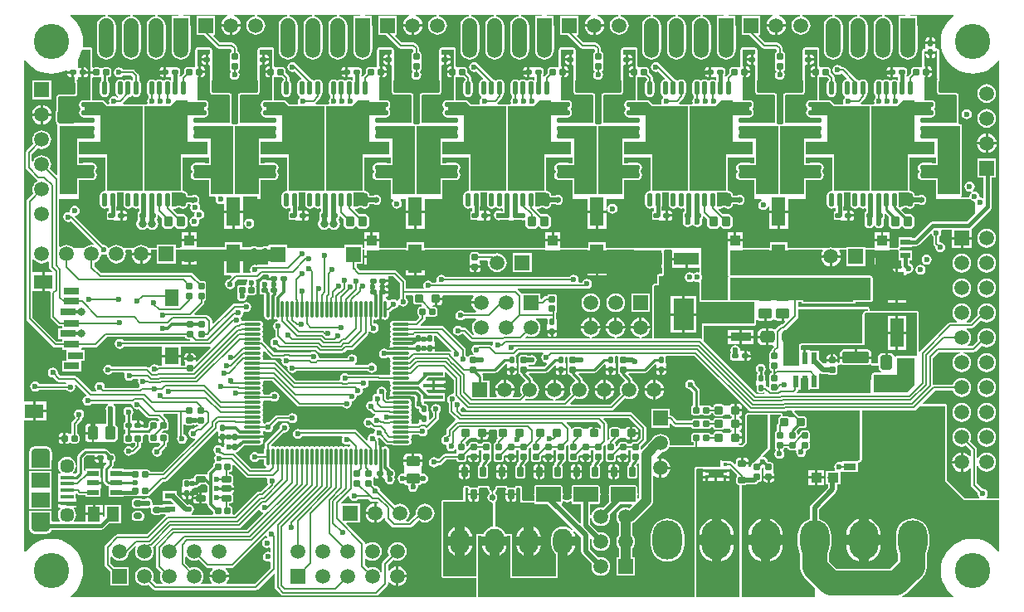
<source format=gtl>
G04 Layer_Physical_Order=1*
G04 Layer_Color=255*
%FSLAX44Y44*%
%MOMM*%
G71*
G01*
G75*
G04:AMPARAMS|DCode=10|XSize=1.4mm|YSize=1mm|CornerRadius=0.125mm|HoleSize=0mm|Usage=FLASHONLY|Rotation=0.000|XOffset=0mm|YOffset=0mm|HoleType=Round|Shape=RoundedRectangle|*
%AMROUNDEDRECTD10*
21,1,1.4000,0.7500,0,0,0.0*
21,1,1.1500,1.0000,0,0,0.0*
1,1,0.2500,0.5750,-0.3750*
1,1,0.2500,-0.5750,-0.3750*
1,1,0.2500,-0.5750,0.3750*
1,1,0.2500,0.5750,0.3750*
%
%ADD10ROUNDEDRECTD10*%
G04:AMPARAMS|DCode=11|XSize=0.6mm|YSize=0.6mm|CornerRadius=0.06mm|HoleSize=0mm|Usage=FLASHONLY|Rotation=90.000|XOffset=0mm|YOffset=0mm|HoleType=Round|Shape=RoundedRectangle|*
%AMROUNDEDRECTD11*
21,1,0.6000,0.4800,0,0,90.0*
21,1,0.4800,0.6000,0,0,90.0*
1,1,0.1200,0.2400,0.2400*
1,1,0.1200,0.2400,-0.2400*
1,1,0.1200,-0.2400,-0.2400*
1,1,0.1200,-0.2400,0.2400*
%
%ADD11ROUNDEDRECTD11*%
G04:AMPARAMS|DCode=12|XSize=0.5mm|YSize=0.6mm|CornerRadius=0.05mm|HoleSize=0mm|Usage=FLASHONLY|Rotation=180.000|XOffset=0mm|YOffset=0mm|HoleType=Round|Shape=RoundedRectangle|*
%AMROUNDEDRECTD12*
21,1,0.5000,0.5000,0,0,180.0*
21,1,0.4000,0.6000,0,0,180.0*
1,1,0.1000,-0.2000,0.2500*
1,1,0.1000,0.2000,0.2500*
1,1,0.1000,0.2000,-0.2500*
1,1,0.1000,-0.2000,-0.2500*
%
%ADD12ROUNDEDRECTD12*%
G04:AMPARAMS|DCode=13|XSize=0.6mm|YSize=1mm|CornerRadius=0.075mm|HoleSize=0mm|Usage=FLASHONLY|Rotation=90.000|XOffset=0mm|YOffset=0mm|HoleType=Round|Shape=RoundedRectangle|*
%AMROUNDEDRECTD13*
21,1,0.6000,0.8500,0,0,90.0*
21,1,0.4500,1.0000,0,0,90.0*
1,1,0.1500,0.4250,0.2250*
1,1,0.1500,0.4250,-0.2250*
1,1,0.1500,-0.4250,-0.2250*
1,1,0.1500,-0.4250,0.2250*
%
%ADD13ROUNDEDRECTD13*%
G04:AMPARAMS|DCode=14|XSize=0.6mm|YSize=0.8mm|CornerRadius=0.06mm|HoleSize=0mm|Usage=FLASHONLY|Rotation=270.000|XOffset=0mm|YOffset=0mm|HoleType=Round|Shape=RoundedRectangle|*
%AMROUNDEDRECTD14*
21,1,0.6000,0.6800,0,0,270.0*
21,1,0.4800,0.8000,0,0,270.0*
1,1,0.1200,-0.3400,-0.2400*
1,1,0.1200,-0.3400,0.2400*
1,1,0.1200,0.3400,0.2400*
1,1,0.1200,0.3400,-0.2400*
%
%ADD14ROUNDEDRECTD14*%
%ADD15R,0.3500X0.3000*%
%ADD16R,0.8700X0.2350*%
%ADD17R,1.5000X0.9500*%
G04:AMPARAMS|DCode=18|XSize=0.6mm|YSize=0.6mm|CornerRadius=0.06mm|HoleSize=0mm|Usage=FLASHONLY|Rotation=0.000|XOffset=0mm|YOffset=0mm|HoleType=Round|Shape=RoundedRectangle|*
%AMROUNDEDRECTD18*
21,1,0.6000,0.4800,0,0,0.0*
21,1,0.4800,0.6000,0,0,0.0*
1,1,0.1200,0.2400,-0.2400*
1,1,0.1200,-0.2400,-0.2400*
1,1,0.1200,-0.2400,0.2400*
1,1,0.1200,0.2400,0.2400*
%
%ADD18ROUNDEDRECTD18*%
G04:AMPARAMS|DCode=19|XSize=0.6mm|YSize=0.8mm|CornerRadius=0.15mm|HoleSize=0mm|Usage=FLASHONLY|Rotation=270.000|XOffset=0mm|YOffset=0mm|HoleType=Round|Shape=RoundedRectangle|*
%AMROUNDEDRECTD19*
21,1,0.6000,0.5000,0,0,270.0*
21,1,0.3000,0.8000,0,0,270.0*
1,1,0.3000,-0.2500,-0.1500*
1,1,0.3000,-0.2500,0.1500*
1,1,0.3000,0.2500,0.1500*
1,1,0.3000,0.2500,-0.1500*
%
%ADD19ROUNDEDRECTD19*%
%ADD20R,1.0000X0.6000*%
%ADD21O,0.3000X1.8000*%
%ADD22O,1.8000X0.3000*%
G04:AMPARAMS|DCode=23|XSize=0.5mm|YSize=0.6mm|CornerRadius=0.05mm|HoleSize=0mm|Usage=FLASHONLY|Rotation=270.000|XOffset=0mm|YOffset=0mm|HoleType=Round|Shape=RoundedRectangle|*
%AMROUNDEDRECTD23*
21,1,0.5000,0.5000,0,0,270.0*
21,1,0.4000,0.6000,0,0,270.0*
1,1,0.1000,-0.2500,-0.2000*
1,1,0.1000,-0.2500,0.2000*
1,1,0.1000,0.2500,0.2000*
1,1,0.1000,0.2500,-0.2000*
%
%ADD23ROUNDEDRECTD23*%
G04:AMPARAMS|DCode=24|XSize=0.6mm|YSize=1mm|CornerRadius=0.075mm|HoleSize=0mm|Usage=FLASHONLY|Rotation=180.000|XOffset=0mm|YOffset=0mm|HoleType=Round|Shape=RoundedRectangle|*
%AMROUNDEDRECTD24*
21,1,0.6000,0.8500,0,0,180.0*
21,1,0.4500,1.0000,0,0,180.0*
1,1,0.1500,-0.2250,0.4250*
1,1,0.1500,0.2250,0.4250*
1,1,0.1500,0.2250,-0.4250*
1,1,0.1500,-0.2250,-0.4250*
%
%ADD24ROUNDEDRECTD24*%
%ADD25R,1.9050X1.4224*%
%ADD26R,1.4224X1.8034*%
%ADD27R,1.5240X0.7112*%
G04:AMPARAMS|DCode=28|XSize=0.8mm|YSize=0.8mm|CornerRadius=0.1mm|HoleSize=0mm|Usage=FLASHONLY|Rotation=0.000|XOffset=0mm|YOffset=0mm|HoleType=Round|Shape=RoundedRectangle|*
%AMROUNDEDRECTD28*
21,1,0.8000,0.6000,0,0,0.0*
21,1,0.6000,0.8000,0,0,0.0*
1,1,0.2000,0.3000,-0.3000*
1,1,0.2000,-0.3000,-0.3000*
1,1,0.2000,-0.3000,0.3000*
1,1,0.2000,0.3000,0.3000*
%
%ADD28ROUNDEDRECTD28*%
%ADD29R,2.0000X0.4000*%
%ADD30R,1.5000X1.5000*%
G04:AMPARAMS|DCode=31|XSize=1.4mm|YSize=1mm|CornerRadius=0.125mm|HoleSize=0mm|Usage=FLASHONLY|Rotation=90.000|XOffset=0mm|YOffset=0mm|HoleType=Round|Shape=RoundedRectangle|*
%AMROUNDEDRECTD31*
21,1,1.4000,0.7500,0,0,90.0*
21,1,1.1500,1.0000,0,0,90.0*
1,1,0.2500,0.3750,0.5750*
1,1,0.2500,0.3750,-0.5750*
1,1,0.2500,-0.3750,-0.5750*
1,1,0.2500,-0.3750,0.5750*
%
%ADD31ROUNDEDRECTD31*%
%ADD32R,1.9000X1.5000*%
%ADD33R,1.3500X0.4000*%
%ADD34R,1.3000X1.5000*%
%ADD35R,2.5000X1.3000*%
%ADD36R,1.0000X1.1000*%
G04:AMPARAMS|DCode=37|XSize=1.8mm|YSize=1.3mm|CornerRadius=0.1625mm|HoleSize=0mm|Usage=FLASHONLY|Rotation=0.000|XOffset=0mm|YOffset=0mm|HoleType=Round|Shape=RoundedRectangle|*
%AMROUNDEDRECTD37*
21,1,1.8000,0.9750,0,0,0.0*
21,1,1.4750,1.3000,0,0,0.0*
1,1,0.3250,0.7375,-0.4875*
1,1,0.3250,-0.7375,-0.4875*
1,1,0.3250,-0.7375,0.4875*
1,1,0.3250,0.7375,0.4875*
%
%ADD37ROUNDEDRECTD37*%
%ADD38R,1.3970X2.9972*%
%ADD39R,2.1500X0.9000*%
%ADD40R,2.1500X3.2500*%
G04:AMPARAMS|DCode=41|XSize=2.7mm|YSize=1.15mm|CornerRadius=0.1437mm|HoleSize=0mm|Usage=FLASHONLY|Rotation=180.000|XOffset=0mm|YOffset=0mm|HoleType=Round|Shape=RoundedRectangle|*
%AMROUNDEDRECTD41*
21,1,2.7000,0.8625,0,0,180.0*
21,1,2.4125,1.1500,0,0,180.0*
1,1,0.2875,-1.2063,0.4313*
1,1,0.2875,1.2063,0.4313*
1,1,0.2875,1.2063,-0.4313*
1,1,0.2875,-1.2063,-0.4313*
%
%ADD41ROUNDEDRECTD41*%
%ADD42R,1.1000X1.0000*%
%ADD43R,1.1500X0.7000*%
%ADD44R,3.2000X4.2000*%
%ADD45R,2.0000X5.0000*%
%ADD46R,5.1000X2.3500*%
%ADD47R,0.6000X1.1500*%
G04:AMPARAMS|DCode=48|XSize=1.2mm|YSize=1.5mm|CornerRadius=0.3mm|HoleSize=0mm|Usage=FLASHONLY|Rotation=0.000|XOffset=0mm|YOffset=0mm|HoleType=Round|Shape=RoundedRectangle|*
%AMROUNDEDRECTD48*
21,1,1.2000,0.9000,0,0,0.0*
21,1,0.6000,1.5000,0,0,0.0*
1,1,0.6000,0.3000,-0.4500*
1,1,0.6000,-0.3000,-0.4500*
1,1,0.6000,-0.3000,0.4500*
1,1,0.6000,0.3000,0.4500*
%
%ADD48ROUNDEDRECTD48*%
G04:AMPARAMS|DCode=49|XSize=1.2mm|YSize=1.5mm|CornerRadius=0.3mm|HoleSize=0mm|Usage=FLASHONLY|Rotation=270.000|XOffset=0mm|YOffset=0mm|HoleType=Round|Shape=RoundedRectangle|*
%AMROUNDEDRECTD49*
21,1,1.2000,0.9000,0,0,270.0*
21,1,0.6000,1.5000,0,0,270.0*
1,1,0.6000,-0.4500,-0.3000*
1,1,0.6000,-0.4500,0.3000*
1,1,0.6000,0.4500,0.3000*
1,1,0.6000,0.4500,-0.3000*
%
%ADD49ROUNDEDRECTD49*%
%ADD50R,1.1500X0.6000*%
%ADD51O,0.5500X1.4000*%
%ADD52O,1.4000X0.5500*%
%ADD53C,0.4000*%
%ADD54C,0.3000*%
%ADD55C,0.2000*%
%ADD56C,0.2500*%
%ADD57C,0.5000*%
%ADD58C,1.0000*%
%ADD59C,1.5000*%
%ADD60C,2.5000*%
%ADD61R,2.4000X1.9500*%
%ADD62R,9.2766X2.5870*%
%ADD63R,11.9600X2.4130*%
%ADD64R,9.2720X2.0370*%
%ADD65R,1.8000X3.8500*%
%ADD66R,1.7265X3.8500*%
%ADD67R,1.7075X3.8500*%
%ADD68R,1.6845X3.8500*%
%ADD69R,1.6915X3.8500*%
%ADD70R,10.5440X1.3000*%
%ADD71R,1.6495X3.8500*%
%ADD72R,2.5000X1.5000*%
%ADD73C,1.5000*%
%ADD74R,1.5000X1.5000*%
%ADD75C,3.6000*%
G04:AMPARAMS|DCode=76|XSize=1.5mm|YSize=1.9mm|CornerRadius=0.375mm|HoleSize=0mm|Usage=FLASHONLY|Rotation=270.000|XOffset=0mm|YOffset=0mm|HoleType=Round|Shape=RoundedRectangle|*
%AMROUNDEDRECTD76*
21,1,1.5000,1.1500,0,0,270.0*
21,1,0.7500,1.9000,0,0,270.0*
1,1,0.7500,-0.5750,-0.3750*
1,1,0.7500,-0.5750,0.3750*
1,1,0.7500,0.5750,0.3750*
1,1,0.7500,0.5750,-0.3750*
%
%ADD76ROUNDEDRECTD76*%
%ADD77C,1.4500*%
%ADD78C,1.0000*%
%ADD79O,2.0000X2.6000*%
%ADD80O,3.0000X4.0000*%
G04:AMPARAMS|DCode=81|XSize=0.9mm|YSize=1.1mm|CornerRadius=0mm|HoleSize=0mm|Usage=FLASHONLY|Rotation=180.000|XOffset=0mm|YOffset=0mm|HoleType=Round|Shape=Octagon|*
%AMOCTAGOND81*
4,1,8,0.2250,-0.5500,-0.2250,-0.5500,-0.4500,-0.3250,-0.4500,0.3250,-0.2250,0.5500,0.2250,0.5500,0.4500,0.3250,0.4500,-0.3250,0.2250,-0.5500,0.0*
%
%ADD81OCTAGOND81*%

%ADD82C,0.6000*%
%ADD83C,0.8000*%
G36*
X814765Y470790D02*
X797765D01*
Y443790D01*
X814765D01*
Y430790D01*
X797765D01*
Y414000D01*
X773840D01*
Y483790D01*
X814765D01*
Y470790D01*
D02*
G37*
G36*
X771840Y414000D02*
X749265D01*
Y430790D01*
X732265D01*
Y443790D01*
X749265D01*
Y470790D01*
X732265D01*
X732265Y483790D01*
X771840D01*
Y414000D01*
D02*
G37*
G36*
X629345Y470790D02*
X612345D01*
Y443790D01*
X629345D01*
Y430790D01*
X612345D01*
Y414000D01*
X588420D01*
Y483790D01*
X629345D01*
Y470790D01*
D02*
G37*
G36*
X539845Y510040D02*
Y508040D01*
X556925Y508040D01*
X556925Y495040D01*
X539845Y495040D01*
Y468040D01*
X559925D01*
Y455040D01*
X532845D01*
X532845Y418000D01*
X496160Y418000D01*
X496160Y504190D01*
X521970Y504190D01*
X527820Y510040D01*
X539845Y510040D01*
D02*
G37*
G36*
X457553Y504190D02*
X494160D01*
X494160Y418000D01*
X457925Y418000D01*
X457925Y455040D01*
X428925Y455040D01*
Y468040D01*
X450925D01*
Y495040D01*
X434925Y495040D01*
X434925Y508040D01*
X453160D01*
X457553Y504190D01*
D02*
G37*
G36*
X957260Y414000D02*
X934685D01*
Y430790D01*
X917685D01*
Y443790D01*
X934685D01*
Y470790D01*
X917685D01*
X917685Y483790D01*
X957260D01*
Y414000D01*
D02*
G37*
G36*
X586420D02*
X563845D01*
Y430790D01*
X546845D01*
Y443790D01*
X563845D01*
Y470790D01*
X546845D01*
X546845Y483790D01*
X586420D01*
Y414000D01*
D02*
G37*
G36*
X215580Y414000D02*
X193005D01*
Y430790D01*
X176005D01*
Y443790D01*
X193005D01*
Y470790D01*
X176005D01*
X176005Y483790D01*
X215580D01*
Y414000D01*
D02*
G37*
G36*
X73085Y470790D02*
X56085D01*
Y443790D01*
X73085D01*
Y430790D01*
X56085D01*
Y414000D01*
X38500D01*
Y483790D01*
X73085D01*
Y470790D01*
D02*
G37*
G36*
X904611Y416198D02*
X904820Y416039D01*
X905007Y415852D01*
X905134Y415799D01*
X905244Y415716D01*
X905499Y415649D01*
X905742Y415548D01*
X907197Y415258D01*
X908094Y414659D01*
X908693Y413762D01*
X908915Y412645D01*
X908992Y412460D01*
X909032Y412262D01*
X909143Y412095D01*
X909220Y411910D01*
X909362Y411768D01*
X909474Y411601D01*
X909641Y411489D01*
X909783Y411347D01*
X909968Y411270D01*
X910135Y411159D01*
X910332Y411120D01*
X910518Y411043D01*
X910719D01*
X910916Y411004D01*
X915639D01*
X915836Y411043D01*
X916037D01*
X916223Y411120D01*
X916420Y411159D01*
X916584Y411269D01*
X917840Y411519D01*
X918995Y411289D01*
X919975Y410635D01*
X920629Y409655D01*
X920859Y408500D01*
X920629Y407345D01*
X919975Y406365D01*
X918995Y405711D01*
X917840Y405481D01*
X916584Y405731D01*
X916555Y405751D01*
X916358Y405790D01*
X916172Y405867D01*
X915972D01*
X915775Y405906D01*
X910916D01*
X910719Y405867D01*
X910518D01*
X910332Y405790D01*
X910135Y405751D01*
X909968Y405639D01*
X909783Y405562D01*
X909641Y405420D01*
X909474Y405308D01*
X909362Y405141D01*
X909220Y405000D01*
X909143Y404814D01*
X909032Y404647D01*
X908992Y404450D01*
X908915Y404264D01*
X908693Y403147D01*
X908094Y402250D01*
X907197Y401651D01*
X906140Y401441D01*
X905082Y401651D01*
X903848Y402476D01*
X903663Y402553D01*
X903496Y402664D01*
X903299Y402703D01*
X903113Y402780D01*
X902912D01*
X902715Y402819D01*
X901564D01*
X901367Y402780D01*
X901166D01*
X900981Y402703D01*
X900784Y402664D01*
X900617Y402553D01*
X900431Y402476D01*
X899197Y401651D01*
X897765Y401366D01*
X897717Y401366D01*
X897624Y401328D01*
X897524Y401318D01*
X897259Y401176D01*
X896982Y401062D01*
X896911Y400990D01*
X896822Y400943D01*
X896695Y400788D01*
X896587Y400705D01*
X895191Y400529D01*
X895154Y400533D01*
X894102Y401585D01*
X894614Y402351D01*
X894983Y404205D01*
Y412705D01*
X894614Y414558D01*
X894425Y414841D01*
X895024Y415961D01*
X903685Y415961D01*
X904465Y416116D01*
X904594Y416202D01*
X904611Y416198D01*
D02*
G37*
G36*
X443925Y470790D02*
X426925D01*
Y443790D01*
X443925D01*
Y430790D01*
X426925D01*
Y414000D01*
X403000D01*
Y483790D01*
X443925D01*
Y470790D01*
D02*
G37*
G36*
X401000Y414000D02*
X378425D01*
Y430790D01*
X361425D01*
Y443790D01*
X378425D01*
Y470790D01*
X361425D01*
X361425Y483790D01*
X401000D01*
Y414000D01*
D02*
G37*
G36*
X258505Y470790D02*
X241505D01*
Y443790D01*
X258505D01*
Y430790D01*
X241505D01*
Y414000D01*
X217580D01*
Y483790D01*
X258505D01*
Y470790D01*
D02*
G37*
G36*
X828393Y504190D02*
X865000D01*
X865000Y418000D01*
X828765Y418000D01*
X828765Y455040D01*
X799765Y455040D01*
Y468040D01*
X821765D01*
Y495040D01*
X805765Y495040D01*
X805765Y508040D01*
X824000D01*
X828393Y504190D01*
D02*
G37*
G36*
X562886Y561540D02*
Y557922D01*
X562015Y556874D01*
X560765D01*
Y551815D01*
Y546756D01*
X562015D01*
X562886Y545709D01*
Y531099D01*
X562615Y530694D01*
X562334Y529280D01*
Y519530D01*
X562615Y518115D01*
X563416Y516916D01*
X564616Y516115D01*
X566030Y515834D01*
X580780D01*
X581655Y516008D01*
X582925Y515192D01*
Y500040D01*
Y487040D01*
X549925D01*
Y492612D01*
X556550D01*
X558403Y492980D01*
X559974Y494030D01*
X561024Y495601D01*
X561393Y497455D01*
X561024Y499308D01*
X559974Y500879D01*
Y502030D01*
X561024Y503601D01*
X561393Y505455D01*
X561024Y507308D01*
X559974Y508879D01*
X558403Y509929D01*
X556550Y510298D01*
X549925D01*
Y533554D01*
X550485D01*
Y539115D01*
Y544676D01*
X549925D01*
Y562040D01*
X561717D01*
X562886Y561540D01*
D02*
G37*
G36*
X377466D02*
Y557922D01*
X376595Y556874D01*
X375345D01*
Y551815D01*
Y546756D01*
X376595D01*
X377466Y545709D01*
Y531099D01*
X377195Y530694D01*
X376914Y529280D01*
Y519530D01*
X377195Y518115D01*
X377996Y516916D01*
X379196Y516115D01*
X380610Y515834D01*
X395360D01*
X396235Y516008D01*
X397505Y515192D01*
Y500040D01*
Y487040D01*
X364505D01*
Y492612D01*
X371130D01*
X372983Y492980D01*
X374554Y494030D01*
X375604Y495601D01*
X375973Y497455D01*
X375604Y499308D01*
X374554Y500879D01*
Y502030D01*
X375604Y503601D01*
X375973Y505455D01*
X375604Y507308D01*
X374554Y508879D01*
X372983Y509929D01*
X371130Y510298D01*
X364505D01*
Y533554D01*
X365065D01*
Y539115D01*
Y544675D01*
X364505D01*
Y562040D01*
X376297D01*
X377466Y561540D01*
D02*
G37*
G36*
X192046D02*
Y557922D01*
X191175Y556874D01*
X189925D01*
Y551815D01*
Y546756D01*
X191175D01*
X192046Y545709D01*
Y531099D01*
X191775Y530694D01*
X191494Y529280D01*
Y519530D01*
X191775Y518115D01*
X192577Y516916D01*
X193776Y516115D01*
X195190Y515834D01*
X209940D01*
X210815Y516008D01*
X212085Y515192D01*
Y500040D01*
Y487040D01*
X179085D01*
Y492612D01*
X185710D01*
X187563Y492980D01*
X189134Y494030D01*
X190184Y495601D01*
X190553Y497455D01*
X190184Y499308D01*
X189134Y500879D01*
Y502030D01*
X190184Y503601D01*
X190553Y505455D01*
X190184Y507308D01*
X189134Y508879D01*
X187563Y509929D01*
X185710Y510298D01*
X179085D01*
Y533554D01*
X179645D01*
Y539115D01*
Y544676D01*
X179085D01*
Y562040D01*
X190877D01*
X192046Y561540D01*
D02*
G37*
G36*
X70005Y510298D02*
X63210D01*
X61356Y509929D01*
X59785Y508879D01*
X58735Y507308D01*
X58367Y505455D01*
X58735Y503601D01*
X59785Y502030D01*
Y500879D01*
X58735Y499308D01*
X58367Y497455D01*
X58735Y495601D01*
X59785Y494030D01*
X61356Y492980D01*
X63210Y492612D01*
X70005D01*
Y487040D01*
X37005D01*
Y500040D01*
Y513194D01*
X37986Y514000D01*
X38345Y513929D01*
X53095D01*
X54509Y514210D01*
X55708Y515011D01*
X56509Y516210D01*
X56791Y517625D01*
Y527375D01*
X56509Y528789D01*
X55708Y529988D01*
X55641Y530676D01*
X57005Y532040D01*
Y533480D01*
X59150D01*
X59184Y533514D01*
X59650Y533421D01*
X60900D01*
Y538480D01*
Y543539D01*
X59650D01*
X59184Y543446D01*
X59150Y543480D01*
X57005D01*
Y551866D01*
X59047Y555200D01*
X61005Y559926D01*
X61512Y562040D01*
X70005D01*
Y510298D01*
D02*
G37*
G36*
X6948Y546948D02*
X10838Y543625D01*
X15200Y540953D01*
X19926Y538995D01*
X24900Y537801D01*
X30000Y537399D01*
X35100Y537801D01*
X40074Y538995D01*
X44800Y540953D01*
X45472Y541364D01*
X46609Y540572D01*
X46591Y540480D01*
Y539730D01*
X52150D01*
Y538480D01*
X53400D01*
Y533421D01*
X53706D01*
X54232Y532151D01*
X54199Y532118D01*
X54142Y532033D01*
X54064Y531969D01*
X53923Y531705D01*
X53757Y531456D01*
X53737Y531357D01*
X53689Y531268D01*
X53660Y530969D01*
X53601Y530676D01*
X53621Y530576D01*
X53611Y530476D01*
X53679Y529788D01*
X53708Y529692D01*
Y529590D01*
X53823Y529314D01*
X53910Y529027D01*
X53974Y528949D01*
X54013Y528855D01*
X54588Y527994D01*
X54752Y527174D01*
Y517826D01*
X54588Y517006D01*
X54238Y516481D01*
X53714Y516131D01*
X52894Y515968D01*
X38546D01*
X38384Y516000D01*
X38283D01*
X38186Y516029D01*
X37888Y516000D01*
X37589D01*
X37495Y515961D01*
X37394Y515951D01*
X37130Y515810D01*
X36853Y515695D01*
X36782Y515624D01*
X36693Y515576D01*
X35711Y514771D01*
X35647Y514692D01*
X35563Y514636D01*
X35396Y514387D01*
X35206Y514156D01*
X35177Y514059D01*
X35121Y513975D01*
X35062Y513681D01*
X34975Y513394D01*
X34985Y513293D01*
X34966Y513194D01*
Y499842D01*
X34930Y499789D01*
X34649Y498375D01*
Y488625D01*
X34930Y487210D01*
X34966Y487157D01*
Y487040D01*
X35121Y486259D01*
X35563Y485598D01*
X35710Y485500D01*
X36265Y484930D01*
X36465Y483813D01*
X36461Y483790D01*
Y434344D01*
X35287Y433858D01*
X28858Y440288D01*
X29575Y442020D01*
X29902Y444500D01*
X29575Y446980D01*
X28618Y449291D01*
X27095Y451275D01*
X25111Y452798D01*
X22800Y453755D01*
X20320Y454082D01*
X17840Y453755D01*
X15529Y452798D01*
X13544Y451275D01*
X12021Y449291D01*
X11329Y447618D01*
X10059Y447871D01*
Y455313D01*
X16108Y461362D01*
X17840Y460644D01*
X20320Y460318D01*
X22800Y460644D01*
X25111Y461601D01*
X27095Y463124D01*
X28618Y465109D01*
X29575Y467420D01*
X29902Y469900D01*
X29575Y472380D01*
X28618Y474691D01*
X27095Y476675D01*
X25111Y478198D01*
X22800Y479155D01*
X20320Y479482D01*
X17840Y479155D01*
X15529Y478198D01*
X13544Y476675D01*
X12021Y474691D01*
X11064Y472380D01*
X10738Y469900D01*
X11064Y467420D01*
X11782Y465688D01*
X4837Y458743D01*
X4174Y457751D01*
X3941Y456580D01*
X3941Y456580D01*
Y441500D01*
X3941Y441500D01*
X4174Y440329D01*
X4837Y439337D01*
X14837Y429337D01*
X15623Y428812D01*
X15704Y428007D01*
X15596Y427426D01*
X15529Y427398D01*
X13544Y425875D01*
X12021Y423891D01*
X11064Y421580D01*
X10738Y419100D01*
X11064Y416620D01*
X11782Y414888D01*
X5837Y408943D01*
X5174Y407951D01*
X4941Y406780D01*
X4941Y406780D01*
Y287000D01*
X4941Y287000D01*
X5174Y285829D01*
X5837Y284837D01*
X31979Y258695D01*
X32971Y258032D01*
X34142Y257799D01*
X34142Y257799D01*
X41180D01*
Y255302D01*
X43936D01*
X45180Y255238D01*
X45180Y254032D01*
Y244316D01*
X41180D01*
Y233204D01*
X60420D01*
Y244126D01*
X64420D01*
Y255238D01*
X61663D01*
X60420Y255302D01*
X60420Y256901D01*
X61318Y257799D01*
X74858D01*
X74858Y257799D01*
X76028Y258032D01*
X77021Y258695D01*
X86767Y268441D01*
X166580D01*
X166651Y268086D01*
X167225Y267226D01*
X168085Y266651D01*
X169100Y266449D01*
X171600D01*
X171914Y266029D01*
X171278Y264759D01*
X103836D01*
X103605Y265105D01*
X101951Y266210D01*
X100000Y266598D01*
X98049Y266210D01*
X96395Y265105D01*
X95290Y263451D01*
X94902Y261500D01*
X95290Y259549D01*
X96395Y257895D01*
X98049Y256790D01*
X100000Y256402D01*
X101951Y256790D01*
X103605Y257895D01*
X104103Y258641D01*
X143188D01*
Y250170D01*
X162412D01*
Y258641D01*
X191704D01*
X191704Y258641D01*
X192098Y258720D01*
X192723Y257549D01*
X178127Y242953D01*
X176957Y243579D01*
X177061Y244100D01*
Y245250D01*
X165939D01*
Y244100D01*
X166180Y242890D01*
X166500Y242411D01*
Y239500D01*
X165330Y239259D01*
X162412D01*
Y247670D01*
X143188D01*
Y239259D01*
X139311D01*
X138974Y239192D01*
X137451Y240209D01*
X135500Y240597D01*
X133549Y240209D01*
X131895Y239104D01*
X130948Y237688D01*
X130221Y237388D01*
X129466Y237304D01*
X128685Y237826D01*
X127514Y238059D01*
X127514Y238059D01*
X91970D01*
X91605Y238605D01*
X89951Y239710D01*
X88000Y240098D01*
X86049Y239710D01*
X84395Y238605D01*
X83290Y236951D01*
X82902Y235000D01*
X83290Y233049D01*
X84395Y231395D01*
X86049Y230290D01*
X88000Y229902D01*
X89951Y230290D01*
X91605Y231395D01*
X91970Y231941D01*
X104041D01*
X104734Y230671D01*
X104402Y229000D01*
X104790Y227049D01*
X105895Y225395D01*
X107549Y224290D01*
X109500Y223902D01*
X111451Y224290D01*
X113105Y225395D01*
X113470Y225941D01*
X118041D01*
X118735Y224671D01*
X118402Y223000D01*
X118790Y221049D01*
X119895Y219395D01*
X120269Y219145D01*
X120336Y217687D01*
X120283Y217609D01*
X119233Y216559D01*
X85370D01*
X84598Y217500D01*
X84210Y219451D01*
X83105Y221105D01*
X81451Y222210D01*
X79500Y222598D01*
X77549Y222210D01*
X75895Y221105D01*
X74790Y219451D01*
X74402Y217500D01*
X74790Y215549D01*
X75895Y213895D01*
X75995Y213829D01*
X75609Y212559D01*
X71267D01*
X56163Y227663D01*
X55170Y228326D01*
X54000Y228559D01*
X54000Y228559D01*
X39267D01*
X36470Y231355D01*
X36598Y231999D01*
X36210Y233950D01*
X35105Y235604D01*
X33451Y236709D01*
X31500Y237097D01*
X29549Y236709D01*
X27895Y235604D01*
X26790Y233950D01*
X26402Y231999D01*
X26790Y230049D01*
X27895Y228395D01*
X29549Y227290D01*
X31500Y226902D01*
X32144Y227030D01*
X35837Y223337D01*
X36829Y222674D01*
X37999Y222441D01*
X38000Y222441D01*
X44799D01*
X45436Y221171D01*
X44979Y220559D01*
X17804D01*
X17105Y221605D01*
X15451Y222710D01*
X13500Y223098D01*
X11549Y222710D01*
X9895Y221605D01*
X8790Y219951D01*
X8402Y218000D01*
X8790Y216049D01*
X9895Y214395D01*
X11549Y213290D01*
X13500Y212902D01*
X15451Y213290D01*
X17105Y214395D01*
X17136Y214441D01*
X45530D01*
X45895Y213895D01*
X47549Y212790D01*
X49500Y212402D01*
X51451Y212790D01*
X53105Y213895D01*
X54210Y215549D01*
X54598Y217500D01*
X54280Y219098D01*
X55415Y219759D01*
X65694Y209480D01*
X65325Y208265D01*
X65049Y208210D01*
X63395Y207105D01*
X62290Y205451D01*
X61902Y203500D01*
X62290Y201549D01*
X63395Y199895D01*
X65049Y198790D01*
X67000Y198402D01*
X68951Y198790D01*
X70605Y199895D01*
X70970Y200441D01*
X87358D01*
X87743Y199171D01*
X86895Y198605D01*
X85790Y196951D01*
X85402Y195000D01*
X85790Y193049D01*
X85912Y192867D01*
Y179500D01*
X78136D01*
X77713Y179782D01*
X76250Y180073D01*
X73750D01*
Y170500D01*
Y160927D01*
X76250D01*
X77713Y161218D01*
X78136Y161500D01*
X86250D01*
X86280Y161530D01*
X86750Y161436D01*
X94250D01*
X95518Y161689D01*
X96593Y162407D01*
X97311Y163482D01*
X97564Y164750D01*
Y176250D01*
X97311Y177518D01*
X96593Y178593D01*
X95518Y179311D01*
X95088Y179397D01*
Y192867D01*
X95210Y193049D01*
X95598Y195000D01*
X95210Y196951D01*
X94105Y198605D01*
X93257Y199171D01*
X93642Y200441D01*
X111630D01*
X112402Y199500D01*
X112790Y197549D01*
X113895Y195895D01*
X115549Y194790D01*
X117500Y194402D01*
X119383Y194777D01*
X127822Y186337D01*
X128815Y185674D01*
X129985Y185441D01*
X129985Y185441D01*
X138733D01*
X140201Y183973D01*
X139715Y182800D01*
X137620D01*
X137563Y182743D01*
X137020Y182851D01*
X132220D01*
X131205Y182649D01*
X130345Y182074D01*
X129771Y181214D01*
X129569Y180200D01*
Y177435D01*
X127448Y175314D01*
X124722D01*
X124158Y176000D01*
Y176750D01*
X118600D01*
Y178000D01*
X117350D01*
Y183058D01*
X116100D01*
X115634Y182966D01*
X115600Y183000D01*
X111913D01*
Y188267D01*
X112105Y188395D01*
X113210Y190049D01*
X113598Y192000D01*
X113210Y193951D01*
X112105Y195605D01*
X110451Y196710D01*
X108500Y197098D01*
X106549Y196710D01*
X104895Y195605D01*
X103790Y193951D01*
X103402Y192000D01*
X103790Y190049D01*
X104895Y188395D01*
X105286Y188134D01*
Y182387D01*
X105124Y182355D01*
X104297Y181802D01*
X103745Y180975D01*
X103551Y180000D01*
Y176000D01*
X103745Y175024D01*
X104297Y174197D01*
X105124Y173645D01*
X105186Y173633D01*
Y169869D01*
X105085Y169849D01*
X104225Y169274D01*
X103651Y168414D01*
X103449Y167400D01*
Y162600D01*
X103651Y161585D01*
X104225Y160725D01*
X105085Y160151D01*
X106100Y159949D01*
X110900D01*
X111443Y160057D01*
X111500Y160000D01*
X115441D01*
Y158267D01*
X112763Y155589D01*
X112605Y155605D01*
X110951Y156710D01*
X109000Y157098D01*
X107049Y156710D01*
X105395Y155605D01*
X104290Y153951D01*
X103902Y152000D01*
X104290Y150049D01*
X105395Y148395D01*
X107049Y147290D01*
X109000Y146902D01*
X110951Y147290D01*
X112605Y148395D01*
X112970Y148941D01*
X113500D01*
X113500Y148941D01*
X114670Y149174D01*
X115663Y149837D01*
X120662Y154837D01*
X120663Y154837D01*
X121326Y155829D01*
X121559Y157000D01*
X121559Y157000D01*
Y160080D01*
X121914Y160151D01*
X122774Y160725D01*
X123349Y161585D01*
X123551Y162600D01*
Y167400D01*
X123547Y167416D01*
X124578Y168686D01*
X128430D01*
X129233Y167974D01*
X129494Y167526D01*
X129489Y167500D01*
Y162700D01*
X129691Y161685D01*
X130265Y160825D01*
X131125Y160251D01*
X132140Y160049D01*
X136940D01*
X137483Y160157D01*
X137540Y160100D01*
X140478D01*
X141004Y158830D01*
X138644Y156470D01*
X138000Y156598D01*
X136049Y156210D01*
X134395Y155105D01*
X133290Y153451D01*
X132902Y151500D01*
X133290Y149549D01*
X134395Y147895D01*
X136049Y146790D01*
X138000Y146402D01*
X139951Y146790D01*
X141605Y147895D01*
X142710Y149549D01*
X143098Y151500D01*
X142970Y152144D01*
X147163Y156337D01*
X147826Y157330D01*
X148059Y158500D01*
Y160320D01*
X148814Y160825D01*
X149389Y161685D01*
X149591Y162700D01*
Y167500D01*
X149389Y168514D01*
X148814Y169374D01*
X147954Y169949D01*
X146940Y170151D01*
X143272D01*
X142746Y171421D01*
X144075Y172749D01*
X147020D01*
X148034Y172951D01*
X148894Y173525D01*
X149469Y174385D01*
X149671Y175400D01*
Y180200D01*
X149469Y181214D01*
X148894Y182074D01*
X148559Y182298D01*
Y183000D01*
X148559Y183000D01*
X148326Y184170D01*
X147663Y185163D01*
X147663Y185163D01*
X144358Y188468D01*
X144844Y189641D01*
X158941D01*
Y166677D01*
X158790Y166451D01*
X158402Y164500D01*
X158790Y162549D01*
X159895Y160895D01*
X161549Y159790D01*
X163500Y159402D01*
X165451Y159790D01*
X167105Y160895D01*
X168210Y162549D01*
X168598Y164500D01*
X168210Y166451D01*
X167105Y168105D01*
X165451Y169210D01*
X165059Y169288D01*
Y178685D01*
X165818Y179037D01*
X166329Y179156D01*
X167085Y178651D01*
X168100Y178449D01*
X172900D01*
X173914Y178651D01*
X174336Y178933D01*
X174549Y178790D01*
X176500Y178402D01*
X178451Y178790D01*
X178664Y178932D01*
X179085Y178651D01*
X180100Y178449D01*
X180715Y177179D01*
X180634Y177059D01*
X179000D01*
X179000Y177059D01*
X177829Y176826D01*
X176837Y176163D01*
X176837Y176163D01*
X175644Y174970D01*
X175000Y175098D01*
X173049Y174710D01*
X171395Y173605D01*
X170290Y171951D01*
X169902Y170000D01*
X170290Y168049D01*
X171395Y166395D01*
X173049Y165290D01*
X175000Y164902D01*
X175778Y165057D01*
X176404Y163886D01*
X143576Y131059D01*
X130920D01*
X130849Y131414D01*
X130274Y132274D01*
X129414Y132849D01*
X128400Y133051D01*
X123600D01*
X123057Y132943D01*
X123000Y133000D01*
X119000D01*
X118943Y132943D01*
X118400Y133051D01*
X116139D01*
X115999Y133078D01*
X104000D01*
Y134000D01*
X92596D01*
X92109Y135173D01*
X92343Y135407D01*
X93061Y136482D01*
X93313Y137750D01*
Y140613D01*
X93475Y140645D01*
X94302Y141197D01*
X94855Y142024D01*
X95049Y143000D01*
Y147000D01*
X94855Y147975D01*
X94302Y148802D01*
X93475Y149355D01*
X92500Y149549D01*
X91001D01*
X87457Y153093D01*
X86382Y153811D01*
X85114Y154063D01*
X64750D01*
X63482Y153811D01*
X62407Y153093D01*
X57657Y148343D01*
X56938Y147268D01*
X56686Y146000D01*
Y130443D01*
X55794Y129551D01*
X54750Y129000D01*
Y129000D01*
X54750Y129000D01*
X52744D01*
X52336Y130202D01*
X52597Y130403D01*
X54080Y132335D01*
X55012Y134585D01*
X55329Y137000D01*
X55012Y139415D01*
X54080Y141665D01*
X52597Y143597D01*
X50665Y145080D01*
X48415Y146012D01*
X46000Y146330D01*
X43585Y146012D01*
X41335Y145080D01*
X39403Y143597D01*
X37920Y141665D01*
X36988Y139415D01*
X36670Y137000D01*
X36988Y134585D01*
X37920Y132335D01*
X39403Y130403D01*
X39664Y130202D01*
X39255Y129000D01*
X37250D01*
Y121000D01*
Y114500D01*
Y103500D01*
X36750D01*
Y100250D01*
X46000D01*
X55250D01*
Y103500D01*
X54750D01*
Y108248D01*
X56020Y108654D01*
X56837Y107837D01*
X57829Y107174D01*
X59000Y106941D01*
X64750D01*
Y105000D01*
X80250D01*
Y114000D01*
X80750D01*
Y118250D01*
X72500D01*
Y120750D01*
X80750D01*
Y125000D01*
X80250D01*
Y134000D01*
X64750D01*
Y132078D01*
X64583Y131967D01*
X63313Y132646D01*
Y144627D01*
X66122Y147436D01*
X74083D01*
X74441Y147000D01*
Y146250D01*
X80000D01*
Y145000D01*
X81250D01*
Y139941D01*
X82500D01*
X82966Y140034D01*
X83000Y140000D01*
X85767D01*
X86293Y138730D01*
X83907Y136343D01*
X83188Y135268D01*
X82936Y134000D01*
Y121750D01*
X83188Y120482D01*
X83907Y119407D01*
X86157Y117157D01*
X87232Y116439D01*
X88195Y116247D01*
X88250Y115000D01*
X88250D01*
Y105000D01*
X103750D01*
Y105921D01*
X116000D01*
X116138Y105949D01*
X118400D01*
X118943Y106057D01*
X119000Y106000D01*
X123000D01*
X123057Y106057D01*
X123600Y105949D01*
X128400D01*
X129414Y106151D01*
X130274Y106725D01*
X130849Y107585D01*
X130957Y108132D01*
X131170Y108174D01*
X132163Y108837D01*
X144267Y120941D01*
X146500D01*
X146500Y120941D01*
X147670Y121174D01*
X148663Y121837D01*
X198730Y171904D01*
X200000Y171378D01*
Y169000D01*
X200034Y168966D01*
X199941Y168500D01*
Y167250D01*
X205000D01*
Y166000D01*
X206250D01*
Y160441D01*
X206535D01*
X207132Y159259D01*
X207137Y159218D01*
X206290Y157951D01*
X205933Y156154D01*
X205468Y155920D01*
X204660Y155772D01*
X204104Y156604D01*
X202451Y157710D01*
X200500Y158098D01*
X198549Y157710D01*
X196895Y156604D01*
X195790Y154951D01*
X195402Y153000D01*
X195790Y151049D01*
X196895Y149395D01*
X197304Y149121D01*
X197477Y147479D01*
X196790Y146451D01*
X196402Y144500D01*
X196790Y142549D01*
X197005Y142227D01*
X196586Y140849D01*
X195725Y140274D01*
X195151Y139415D01*
X194949Y138400D01*
Y136496D01*
X189977Y131523D01*
X189203Y130366D01*
X188931Y129000D01*
Y128627D01*
X188040Y127995D01*
X187661Y127873D01*
X186750Y128054D01*
X178250D01*
X177177Y127840D01*
X176267Y127233D01*
X175660Y126323D01*
X175446Y125250D01*
Y124874D01*
X174500Y124098D01*
X172549Y123710D01*
X171747Y123174D01*
X171475Y123355D01*
X170500Y123549D01*
X166500D01*
X165525Y123355D01*
X164698Y122802D01*
X164145Y121975D01*
X163951Y121000D01*
Y116000D01*
X163959Y115959D01*
X163500Y115500D01*
Y111500D01*
X163534Y111466D01*
X163441Y111000D01*
Y109750D01*
X168500D01*
X173559D01*
Y111000D01*
X173466Y111466D01*
X173500Y111500D01*
Y113100D01*
X174482Y113906D01*
X174500Y113902D01*
X176451Y114290D01*
X177411Y114931D01*
X178000D01*
X179366Y115203D01*
X180523Y115977D01*
X182493Y117946D01*
X186750D01*
X186964Y117989D01*
X188931Y116022D01*
Y110112D01*
X187661Y109382D01*
X186750Y109564D01*
X183750D01*
Y104000D01*
Y98436D01*
X186750D01*
X187661Y98618D01*
X188564Y98179D01*
X188972Y97798D01*
X189203Y96634D01*
X189977Y95477D01*
X194949Y90504D01*
Y88600D01*
X195043Y88129D01*
X194225Y86859D01*
X173343D01*
X172958Y88129D01*
X174105Y88895D01*
X175210Y90549D01*
X175598Y92500D01*
X175210Y94451D01*
X174105Y96105D01*
X172451Y97210D01*
X170500Y97598D01*
X168741Y97248D01*
X158000Y107989D01*
Y111500D01*
X144000D01*
Y101500D01*
X149057D01*
X149500Y101412D01*
X151600D01*
X154338Y98673D01*
X153852Y97500D01*
X144000D01*
Y96588D01*
X141678D01*
X141366Y96797D01*
X140000Y97069D01*
X135000D01*
X133968Y96863D01*
X133120Y97469D01*
X132861Y97807D01*
X133098Y99000D01*
X132710Y100951D01*
X131605Y102605D01*
X129951Y103710D01*
X128000Y104098D01*
X126049Y103710D01*
X125119Y103088D01*
X122678D01*
X122366Y103297D01*
X121000Y103569D01*
X116000D01*
X114634Y103297D01*
X113477Y102523D01*
X112703Y101366D01*
X112431Y100000D01*
Y97000D01*
X112703Y95634D01*
X113477Y94477D01*
X114634Y93703D01*
X116000Y93431D01*
X121000D01*
X122366Y93703D01*
X122678Y93912D01*
X127500D01*
X127725Y93957D01*
X128000Y93902D01*
X129951Y94290D01*
X130346Y94554D01*
X131489Y93791D01*
X131431Y93500D01*
Y90500D01*
X131703Y89134D01*
X132477Y87977D01*
X133634Y87203D01*
X135000Y86931D01*
X140000D01*
X141366Y87203D01*
X141678Y87412D01*
X146202D01*
X146588Y86142D01*
X146320Y85963D01*
X146320Y85963D01*
X127216Y66859D01*
X97300D01*
X97300Y66859D01*
X96130Y66626D01*
X95137Y65963D01*
X95137Y65963D01*
X85337Y56163D01*
X84674Y55171D01*
X84441Y54000D01*
X84441Y54000D01*
Y36328D01*
X84441Y36328D01*
X84674Y35157D01*
X85337Y34165D01*
X90228Y29274D01*
Y14600D01*
X109228D01*
Y33600D01*
X94554D01*
X90559Y37595D01*
Y43758D01*
X91829Y44189D01*
X92953Y42725D01*
X94937Y41202D01*
X97248Y40245D01*
X99728Y39918D01*
X102208Y40245D01*
X104519Y41202D01*
X106503Y42725D01*
X108026Y44709D01*
X108983Y47020D01*
X109156Y48330D01*
X115798Y54972D01*
X116830Y54291D01*
X115873Y51980D01*
X115546Y49500D01*
X115873Y47020D01*
X116830Y44709D01*
X118353Y42725D01*
X120337Y41202D01*
X122648Y40245D01*
X125128Y39918D01*
X127608Y40245D01*
X129919Y41202D01*
X131903Y42725D01*
X133426Y44709D01*
X134383Y47020D01*
X134710Y49500D01*
X134383Y51980D01*
X133588Y53900D01*
X133794Y54037D01*
X152898Y73141D01*
X221214D01*
X221214Y73141D01*
X222385Y73374D01*
X223377Y74037D01*
X241559Y92219D01*
X242948Y91812D01*
X243895Y90395D01*
X245549Y89290D01*
X245825Y89235D01*
X246194Y88020D01*
X229833Y71659D01*
X154779D01*
X153608Y71426D01*
X152616Y70763D01*
X152616Y70763D01*
X137837Y55984D01*
X137174Y54992D01*
X136941Y53821D01*
X136941Y53821D01*
Y34628D01*
X136941Y34628D01*
X137174Y33458D01*
X137837Y32465D01*
X141990Y28312D01*
X141273Y26580D01*
X140946Y24100D01*
X141273Y21620D01*
X142230Y19309D01*
X143753Y17325D01*
X143835Y17261D01*
X143427Y16059D01*
X137495D01*
X133666Y19888D01*
X134383Y21620D01*
X134710Y24100D01*
X134383Y26580D01*
X133426Y28891D01*
X131903Y30875D01*
X129919Y32398D01*
X127608Y33356D01*
X125128Y33682D01*
X122648Y33356D01*
X120337Y32398D01*
X118353Y30875D01*
X116830Y28891D01*
X115873Y26580D01*
X115546Y24100D01*
X115873Y21620D01*
X116830Y19309D01*
X118353Y17325D01*
X120337Y15802D01*
X122648Y14845D01*
X125128Y14518D01*
X127608Y14845D01*
X129340Y15562D01*
X134065Y10837D01*
X135057Y10174D01*
X136228Y9941D01*
X238500D01*
X238500Y9941D01*
X239671Y10174D01*
X240663Y10837D01*
X256768Y26942D01*
X257941Y26456D01*
Y13126D01*
X257941Y13126D01*
X258174Y11955D01*
X258837Y10963D01*
X264463Y5337D01*
X264463Y5337D01*
X265455Y4674D01*
X266626Y4441D01*
X266626Y4441D01*
X361500D01*
X361500Y4441D01*
X362671Y4674D01*
X363663Y5337D01*
X372663Y14337D01*
X372663Y14337D01*
X373326Y15330D01*
X373559Y16500D01*
Y17810D01*
X374829Y18241D01*
X375806Y16968D01*
X377895Y15365D01*
X380327Y14358D01*
X381688Y14178D01*
Y24100D01*
Y34022D01*
X380327Y33843D01*
X377895Y32835D01*
X375806Y31232D01*
X374829Y29959D01*
X373559Y30390D01*
Y35795D01*
X378726Y40962D01*
X380458Y40245D01*
X382938Y39918D01*
X385418Y40245D01*
X387729Y41202D01*
X389714Y42725D01*
X391236Y44709D01*
X392193Y47020D01*
X392520Y49500D01*
X392193Y51980D01*
X391236Y54291D01*
X389714Y56276D01*
X387729Y57798D01*
X385418Y58755D01*
X382938Y59082D01*
X380458Y58755D01*
X378147Y57798D01*
X376163Y56276D01*
X374640Y54291D01*
X373683Y51980D01*
X373356Y49500D01*
X373683Y47020D01*
X374400Y45288D01*
X368337Y39225D01*
X367674Y38233D01*
X367441Y37062D01*
X367441Y37062D01*
Y28335D01*
X366171Y28082D01*
X365836Y28891D01*
X364314Y30875D01*
X362329Y32398D01*
X360018Y33356D01*
X357538Y33682D01*
X355058Y33356D01*
X353326Y32638D01*
X350059Y35905D01*
Y41664D01*
X351329Y42290D01*
X352747Y41202D01*
X355058Y40245D01*
X357538Y39918D01*
X360018Y40245D01*
X362329Y41202D01*
X364314Y42725D01*
X365836Y44709D01*
X366794Y47020D01*
X367120Y49500D01*
X366794Y51980D01*
X365836Y54291D01*
X364314Y56276D01*
X362329Y57798D01*
X360018Y58755D01*
X357538Y59082D01*
X355058Y58755D01*
X352747Y57798D01*
X351329Y56710D01*
X350059Y57336D01*
Y57500D01*
X350059Y57500D01*
X349826Y58671D01*
X349163Y59663D01*
X330789Y78036D01*
X331275Y79210D01*
X344780D01*
Y98210D01*
X326449D01*
X325923Y99480D01*
X332771Y106327D01*
X333958Y105718D01*
X334290Y104049D01*
X335395Y102395D01*
X337049Y101290D01*
X339000Y100902D01*
X340951Y101290D01*
X342605Y102395D01*
X342970Y102941D01*
X353733D01*
X355337Y101337D01*
X356329Y100674D01*
X357500Y100441D01*
X357500Y100441D01*
X362828D01*
X363630Y99491D01*
X363539Y99210D01*
X363016Y98489D01*
X361930Y98631D01*
Y88710D01*
Y78788D01*
X363290Y78967D01*
X365723Y79975D01*
X367812Y81578D01*
X369171Y83349D01*
X370380Y83017D01*
X370445Y82979D01*
X370674Y81830D01*
X371337Y80837D01*
X377337Y74837D01*
X378330Y74174D01*
X379500Y73941D01*
X379500Y73941D01*
X396000D01*
X396000Y73941D01*
X397170Y74174D01*
X398163Y74837D01*
X405019Y81693D01*
X406689Y80412D01*
X409000Y79454D01*
X411480Y79128D01*
X413960Y79454D01*
X416271Y80412D01*
X418255Y81934D01*
X419778Y83919D01*
X420735Y86230D01*
X421062Y88710D01*
X420735Y91190D01*
X419778Y93501D01*
X418255Y95485D01*
X416271Y97008D01*
X413960Y97965D01*
X411480Y98292D01*
X409000Y97965D01*
X406689Y97008D01*
X404704Y95485D01*
X403181Y93501D01*
X402224Y91190D01*
X401898Y88710D01*
X402071Y87396D01*
X394733Y80059D01*
X392497D01*
X392066Y81329D01*
X392855Y81934D01*
X394378Y83919D01*
X395335Y86230D01*
X395662Y88710D01*
X395335Y91190D01*
X394378Y93501D01*
X392855Y95485D01*
X390871Y97008D01*
X388560Y97965D01*
X386080Y98292D01*
X383600Y97965D01*
X381289Y97008D01*
X380739Y96586D01*
X365541Y111784D01*
X365210Y113451D01*
X364105Y115105D01*
X362451Y116210D01*
X360784Y116541D01*
X359051Y118275D01*
Y121400D01*
X358943Y121943D01*
X359000Y122000D01*
Y124927D01*
X360270Y125312D01*
X360587Y124837D01*
X361580Y124174D01*
X362750Y123941D01*
X364000D01*
Y129000D01*
X366500D01*
Y123941D01*
X367750D01*
X368216Y124034D01*
X368250Y124000D01*
X369600D01*
X370406Y123018D01*
X370402Y123000D01*
X370790Y121049D01*
X371895Y119395D01*
X373549Y118290D01*
X375500Y117902D01*
X377451Y118290D01*
X379105Y119395D01*
X380210Y121049D01*
X380598Y123000D01*
X380210Y124951D01*
X379799Y125566D01*
X380105Y126025D01*
X380299Y127000D01*
Y131000D01*
X380105Y131975D01*
X379552Y132802D01*
X378725Y133355D01*
X377750Y133549D01*
X377748D01*
X374469Y136828D01*
Y146100D01*
Y153600D01*
X374197Y154966D01*
X373423Y156123D01*
X372266Y156897D01*
X370900Y157169D01*
X369534Y156897D01*
X368825Y156423D01*
X368784Y156484D01*
X367461Y157368D01*
X367150Y157430D01*
Y146100D01*
X364650D01*
Y157991D01*
X363959Y158525D01*
Y162100D01*
X363959Y162100D01*
X363726Y163270D01*
X363063Y164263D01*
X362970Y164356D01*
X363098Y165000D01*
X363666Y165568D01*
X364500Y165402D01*
X365144Y165530D01*
X371237Y159437D01*
X372229Y158774D01*
X373400Y158541D01*
X373400Y158541D01*
X377178D01*
X377534Y158303D01*
X378900Y158031D01*
X393900D01*
X395266Y158303D01*
X396423Y159077D01*
X397197Y160234D01*
X397468Y161600D01*
X397197Y162966D01*
X396439Y164100D01*
X397197Y165234D01*
X397468Y166600D01*
X397335Y167271D01*
X398223Y168541D01*
X405298D01*
X405395Y168395D01*
X407049Y167290D01*
X409000Y166902D01*
X410951Y167290D01*
X412605Y168395D01*
X413710Y170049D01*
X414098Y172000D01*
X413765Y173673D01*
X414271Y173774D01*
X415263Y174437D01*
X424663Y183837D01*
X425326Y184830D01*
X425559Y186000D01*
Y191030D01*
X426105Y191395D01*
X427210Y193049D01*
X427598Y195000D01*
X427210Y196951D01*
X426105Y198605D01*
X424451Y199710D01*
X422500Y200098D01*
X420549Y199710D01*
X418895Y198605D01*
X417790Y196951D01*
X417402Y195000D01*
X417790Y193049D01*
X418895Y191395D01*
X419441Y191030D01*
Y187267D01*
X416332Y184158D01*
X415159Y184644D01*
Y187700D01*
X415066Y188166D01*
X415100Y188200D01*
Y192200D01*
X414641Y192659D01*
X414649Y192700D01*
Y197700D01*
X414455Y198675D01*
X413902Y199502D01*
X413075Y200055D01*
X412100Y200249D01*
X410509D01*
X410210Y201751D01*
X410124Y201880D01*
X410722Y203000D01*
X431900D01*
Y211000D01*
X414847D01*
X412520Y213327D01*
X413006Y214500D01*
X418650D01*
Y219000D01*
Y223500D01*
X413106D01*
X412620Y224673D01*
X414947Y227000D01*
X431900D01*
Y232008D01*
X433073Y232494D01*
X440441Y225126D01*
Y210812D01*
X439459Y210007D01*
X439000Y210098D01*
X437049Y209710D01*
X435395Y208605D01*
X434290Y206951D01*
X433902Y205000D01*
X434290Y203049D01*
X435395Y201395D01*
X435441Y201364D01*
Y192952D01*
X435441Y192952D01*
X435674Y191782D01*
X436337Y190789D01*
X442217Y184909D01*
X442017Y183313D01*
X441793Y183163D01*
X441793Y183163D01*
X434037Y175407D01*
X433374Y174415D01*
X433141Y173244D01*
X433141Y173244D01*
Y169467D01*
X432091Y168417D01*
X431049Y168210D01*
X429395Y167105D01*
X428290Y165451D01*
X427902Y163500D01*
X428290Y161549D01*
X429395Y159895D01*
X431049Y158790D01*
X431977Y158606D01*
X432941Y157194D01*
X432902Y157000D01*
X433290Y155049D01*
X434395Y153395D01*
X436049Y152290D01*
X438000Y151902D01*
X439951Y152290D01*
X441605Y153395D01*
X443059Y153333D01*
X443310Y153130D01*
Y149188D01*
X431750D01*
X431750Y149189D01*
X430579Y148956D01*
X429587Y148293D01*
X425531Y144237D01*
X424105Y144105D01*
X422451Y145210D01*
X420500Y145598D01*
X418549Y145210D01*
X416895Y144105D01*
X415790Y142451D01*
X415402Y140500D01*
X415790Y138549D01*
X416895Y136895D01*
X418549Y135790D01*
X420500Y135402D01*
X422451Y135790D01*
X424105Y136895D01*
X424470Y137441D01*
X426120D01*
X426120Y137441D01*
X427291Y137674D01*
X428283Y138337D01*
X430000Y140054D01*
X433017Y143071D01*
X443390D01*
X443461Y142715D01*
X444035Y141855D01*
X444896Y141281D01*
X445910Y141079D01*
X450710D01*
X451725Y141281D01*
X452584Y141855D01*
X453159Y142715D01*
X453361Y143730D01*
Y146832D01*
X454315Y147617D01*
X454888Y147380D01*
X466571D01*
Y148530D01*
X466330Y149739D01*
X466010Y150219D01*
Y153071D01*
X468710D01*
Y149898D01*
Y149130D01*
X468767Y149073D01*
X468659Y148530D01*
Y143730D01*
X468861Y142715D01*
X469329Y142015D01*
X468167Y140853D01*
X467448Y139778D01*
X467196Y138510D01*
Y137722D01*
X467187Y137720D01*
X466277Y137112D01*
X465669Y136203D01*
X465456Y135130D01*
Y126630D01*
X465669Y125557D01*
X466277Y124647D01*
X467187Y124039D01*
X468260Y123826D01*
X472760D01*
X473833Y124039D01*
X474742Y124647D01*
X475350Y125557D01*
X475564Y126630D01*
Y135130D01*
X475350Y136203D01*
X474742Y137112D01*
X474658Y137972D01*
X476053Y139367D01*
X476771Y140442D01*
X476931Y141242D01*
X477124Y141281D01*
X477985Y141855D01*
X478559Y142715D01*
X478761Y143730D01*
Y148530D01*
X478653Y149073D01*
X478710Y149130D01*
Y151097D01*
Y153130D01*
X478653Y153187D01*
X478761Y153730D01*
Y158530D01*
X478559Y159544D01*
X477985Y160404D01*
X477124Y160979D01*
X476110Y161181D01*
X471310D01*
X470295Y160979D01*
X469436Y160404D01*
X468861Y159544D01*
X468790Y159188D01*
X465930D01*
X465859Y159544D01*
X465285Y160404D01*
X464425Y160979D01*
X463410Y161181D01*
X458610D01*
X457595Y160979D01*
X456735Y160404D01*
X456161Y159544D01*
X455959Y158530D01*
Y158105D01*
X454534Y156680D01*
X453361Y157166D01*
Y158530D01*
X453159Y159544D01*
X452584Y160404D01*
X452508Y161182D01*
X454673Y163347D01*
X455190Y164121D01*
X455510D01*
X456680Y164354D01*
X457673Y165017D01*
X457781Y165180D01*
X463637D01*
X463987Y164657D01*
X465144Y163883D01*
X466510Y163611D01*
X468260D01*
Y170180D01*
X469510D01*
Y171430D01*
X476078D01*
Y173180D01*
X476867Y174141D01*
X483762D01*
X484551Y173180D01*
Y167180D01*
X484784Y166010D01*
X485447Y165017D01*
X485478Y164703D01*
X484247Y163473D01*
X483584Y162481D01*
X483351Y161310D01*
X482995Y160979D01*
X482136Y160404D01*
X481561Y159544D01*
X481359Y158530D01*
Y153730D01*
X481467Y153187D01*
X481410Y153130D01*
Y150205D01*
Y149130D01*
X481467Y149073D01*
X481359Y148530D01*
Y143730D01*
X481561Y142715D01*
X482136Y141855D01*
X482995Y141281D01*
X484010Y141079D01*
X488810D01*
X489824Y141281D01*
X490685Y141855D01*
X491259Y142715D01*
X491461Y143730D01*
Y146832D01*
X492415Y147617D01*
X492988Y147380D01*
X504671D01*
Y148530D01*
X504430Y149739D01*
X504110Y150219D01*
Y153071D01*
X506810D01*
Y150211D01*
Y149130D01*
X506867Y149073D01*
X506759Y148530D01*
Y143730D01*
X506961Y142715D01*
X507429Y142015D01*
X506267Y140853D01*
X505548Y139778D01*
X505296Y138510D01*
Y137722D01*
X505287Y137720D01*
X504377Y137112D01*
X503769Y136203D01*
X503556Y135130D01*
Y126630D01*
X503769Y125557D01*
X504377Y124647D01*
X505287Y124039D01*
X506360Y123826D01*
X510860D01*
X511933Y124039D01*
X512842Y124647D01*
X513450Y125557D01*
X513664Y126630D01*
Y135130D01*
X513450Y136203D01*
X512842Y137112D01*
X512758Y137972D01*
D01*
X514153Y139367D01*
X514871Y140442D01*
X515031Y141242D01*
X515224Y141281D01*
X516085Y141855D01*
X516659Y142715D01*
X516861Y143730D01*
Y148530D01*
X516753Y149073D01*
X516810Y149130D01*
Y151195D01*
Y153130D01*
X516753Y153187D01*
X516861Y153730D01*
Y154046D01*
X518286Y155471D01*
X519459Y154985D01*
Y153730D01*
X519567Y153187D01*
X519510Y153130D01*
Y150303D01*
Y149130D01*
X519567Y149073D01*
X519459Y148530D01*
Y143730D01*
X519661Y142715D01*
X520235Y141855D01*
X521096Y141281D01*
X522110Y141079D01*
X526910D01*
X527924Y141281D01*
X528784Y141855D01*
X529359Y142715D01*
X529561Y143730D01*
Y146832D01*
X530515Y147617D01*
X531088Y147380D01*
X542771D01*
Y148530D01*
X542530Y149739D01*
X542210Y150219D01*
Y153071D01*
X544910D01*
Y150368D01*
Y149130D01*
X544967Y149073D01*
X544859Y148530D01*
Y143730D01*
X545061Y142715D01*
X545529Y142015D01*
X544366Y140853D01*
X543648Y139778D01*
X543396Y138510D01*
Y137722D01*
X543387Y137720D01*
X542477Y137112D01*
X541869Y136203D01*
X541656Y135130D01*
Y126630D01*
X541869Y125557D01*
X542477Y124647D01*
X543387Y124039D01*
X544460Y123826D01*
X548960D01*
X550033Y124039D01*
X550942Y124647D01*
X551550Y125557D01*
X551764Y126630D01*
Y135130D01*
X551550Y136203D01*
X550942Y137112D01*
X550858Y137972D01*
D01*
X552253Y139367D01*
X552971Y140442D01*
X553131Y141242D01*
X553325Y141281D01*
X554184Y141855D01*
X554759Y142715D01*
X554961Y143730D01*
Y148530D01*
X554853Y149073D01*
X554910Y149130D01*
Y151293D01*
Y153130D01*
X554853Y153187D01*
X554961Y153730D01*
Y156855D01*
X556289Y158183D01*
X557559Y157657D01*
Y153730D01*
X557667Y153187D01*
X557610Y153130D01*
Y150401D01*
Y149130D01*
X557667Y149073D01*
X557559Y148530D01*
Y143730D01*
X557761Y142715D01*
X558335Y141855D01*
X559196Y141281D01*
X560210Y141079D01*
X565010D01*
X566025Y141281D01*
X566884Y141855D01*
X567459Y142715D01*
X567661Y143730D01*
Y146832D01*
X568615Y147617D01*
X569188Y147380D01*
X580871D01*
Y148530D01*
X580630Y149739D01*
X580310Y150219D01*
Y153071D01*
X583010D01*
Y150467D01*
Y149130D01*
X583067Y149073D01*
X582959Y148530D01*
Y143730D01*
X583161Y142715D01*
X583629Y142015D01*
X582467Y140853D01*
X581748Y139778D01*
X581496Y138510D01*
Y137722D01*
X581487Y137720D01*
X580577Y137112D01*
X579969Y136203D01*
X579756Y135130D01*
Y126630D01*
X579969Y125557D01*
X580577Y124647D01*
X581487Y124039D01*
X582560Y123826D01*
X587060D01*
X588133Y124039D01*
X589042Y124647D01*
X589650Y125557D01*
X589864Y126630D01*
Y135130D01*
X589650Y136203D01*
X589042Y137112D01*
X588958Y137972D01*
D01*
X590353Y139367D01*
X591071Y140442D01*
X591231Y141242D01*
X591424Y141281D01*
X592285Y141855D01*
X592859Y142715D01*
X593061Y143730D01*
Y148530D01*
X592953Y149073D01*
X593010Y149130D01*
Y151391D01*
Y153130D01*
X592953Y153187D01*
X593061Y153730D01*
Y156855D01*
X594389Y158183D01*
X595659Y157657D01*
Y153730D01*
X595767Y153187D01*
X595710Y153130D01*
Y150499D01*
Y149130D01*
X595767Y149073D01*
X595659Y148530D01*
Y143730D01*
X595861Y142715D01*
X596436Y141855D01*
X597295Y141281D01*
X598310Y141079D01*
X603110D01*
X604124Y141281D01*
X604985Y141855D01*
X605559Y142715D01*
X605761Y143730D01*
Y146832D01*
X606715Y147617D01*
X607288Y147380D01*
X618971D01*
Y148530D01*
X618730Y149739D01*
X618410Y150219D01*
Y153071D01*
X621110D01*
Y150565D01*
Y149130D01*
X621167Y149073D01*
X621059Y148530D01*
Y143730D01*
X621261Y142715D01*
X621729Y142015D01*
X620566Y140853D01*
X619848Y139778D01*
X619596Y138510D01*
Y137722D01*
X619587Y137720D01*
X618677Y137112D01*
X618069Y136203D01*
X617856Y135130D01*
Y126630D01*
X618069Y125557D01*
X618677Y124647D01*
X619587Y124039D01*
X620660Y123826D01*
X625160D01*
X626233Y124039D01*
X627142Y124647D01*
X627750Y125557D01*
X627964Y126630D01*
Y135130D01*
X627750Y136203D01*
X627142Y137112D01*
X627058Y137972D01*
D01*
X628453Y139367D01*
X628670Y139691D01*
X629940Y139306D01*
Y104275D01*
X628962Y103298D01*
D01*
D01*
X627789Y103784D01*
Y105294D01*
X627960Y105549D01*
X628348Y107500D01*
X627960Y109451D01*
X627789Y109706D01*
Y115000D01*
X627634Y115780D01*
X627192Y116442D01*
X626530Y116884D01*
X625750Y117039D01*
X600750D01*
X599969Y116884D01*
X599308Y116442D01*
X598866Y115780D01*
X598711Y115000D01*
Y108699D01*
X598584Y108066D01*
X598472Y107500D01*
X598711Y106300D01*
Y100500D01*
Y100000D01*
X598765Y99724D01*
X593282Y94241D01*
X593030Y94346D01*
X590550Y94672D01*
X588070Y94346D01*
X585759Y93388D01*
X583774Y91865D01*
X582252Y89881D01*
X581295Y87570D01*
X581168Y86610D01*
X579898Y86693D01*
Y97961D01*
X587650D01*
X588430Y98116D01*
X589092Y98558D01*
X589534Y99220D01*
X589689Y100000D01*
Y100500D01*
Y105294D01*
D01*
X589860Y105549D01*
X590248Y107500D01*
X589860Y109451D01*
X589689Y109706D01*
Y115000D01*
X589534Y115780D01*
X589092Y116442D01*
X588430Y116884D01*
X587650Y117039D01*
X562650D01*
X561869Y116884D01*
X561208Y116442D01*
X560766Y115780D01*
X560611Y115000D01*
Y108699D01*
X560372Y107500D01*
X560611Y106300D01*
Y103712D01*
X560479Y103492D01*
X560170Y103166D01*
X559571Y102832D01*
X559423Y102749D01*
X559184Y102712D01*
X558943D01*
X558795Y102650D01*
X558637Y102626D01*
X558431Y102500D01*
X558208Y102407D01*
X557345Y101831D01*
X556189Y101601D01*
X555034Y101831D01*
X553992Y102527D01*
X553863Y102581D01*
X553751Y102665D01*
X553498Y102732D01*
X553257Y102832D01*
X553117D01*
X552982Y102867D01*
X552859Y102850D01*
X552321Y102970D01*
X551797Y103489D01*
X551589Y103765D01*
Y105294D01*
X551760Y105549D01*
X552148Y107500D01*
X551760Y109451D01*
X551589Y109706D01*
Y115000D01*
X551434Y115780D01*
X550992Y116442D01*
X550330Y116884D01*
X549550Y117039D01*
X524550D01*
X523769Y116884D01*
X523108Y116442D01*
X522666Y115780D01*
X522510Y115000D01*
Y108699D01*
X522406Y108174D01*
X522272Y107500D01*
X522510Y106300D01*
Y101539D01*
X511354D01*
X510457Y102437D01*
X510457Y113836D01*
X510457Y113836D01*
X510301Y114616D01*
X509859Y115278D01*
X508961Y116176D01*
X508300Y116618D01*
X507519Y116773D01*
X505056D01*
X504762Y116715D01*
X504464Y116686D01*
X504375Y116638D01*
X504275Y116618D01*
X504026Y116452D01*
X503762Y116311D01*
X503698Y116232D01*
X503614Y116176D01*
X503447Y115927D01*
X503257Y115695D01*
X502783Y114808D01*
X502433Y114720D01*
X501360Y114934D01*
X496860D01*
X495787Y114720D01*
X495437Y114808D01*
X494962Y115695D01*
X494772Y115927D01*
X494606Y116176D01*
X494522Y116232D01*
X494458Y116311D01*
X494193Y116452D01*
X493944Y116618D01*
X493845Y116638D01*
X493756Y116686D01*
X493457Y116715D01*
X493164Y116773D01*
X485182D01*
X485082Y116754D01*
X484981Y116764D01*
X484695Y116677D01*
X484401Y116618D01*
X484317Y116562D01*
X484220Y116533D01*
X483989Y116343D01*
X483740Y116176D01*
X483683Y116092D01*
X483605Y116028D01*
X483511Y115913D01*
X483463Y115824D01*
X483392Y115752D01*
X483277Y115476D01*
X483136Y115211D01*
X483126Y115111D01*
X483088Y115017D01*
X482779Y113464D01*
X482124Y112485D01*
X481826Y112286D01*
X481684Y112144D01*
X481517Y112032D01*
X481405Y111865D01*
X481263Y111723D01*
X481186Y111537D01*
X481075Y111370D01*
X481036Y111173D01*
X480959Y110988D01*
Y110787D01*
X480920Y110590D01*
Y108649D01*
X480959Y108452D01*
Y108251D01*
X481036Y108066D01*
X481075Y107869D01*
X481186Y107702D01*
X481263Y107516D01*
X481405Y107374D01*
X481517Y107207D01*
X481684Y107095D01*
X481826Y106953D01*
X482124Y106754D01*
X482779Y105775D01*
X483008Y104620D01*
X482779Y103464D01*
X482124Y102485D01*
X481826Y102286D01*
X481684Y102144D01*
X481517Y102032D01*
X481405Y101865D01*
X481263Y101723D01*
X480387Y101522D01*
X478834Y101831D01*
X477855Y102485D01*
X477200Y103464D01*
X476971Y104620D01*
X477200Y105775D01*
X477855Y106754D01*
X478463Y107160D01*
X478605Y107302D01*
X478772Y107414D01*
X478883Y107581D01*
X479025Y107723D01*
X479102Y107908D01*
X479214Y108076D01*
X479253Y108272D01*
X479330Y108458D01*
Y108659D01*
X479369Y108856D01*
Y110383D01*
X479330Y110580D01*
Y110781D01*
X479253Y110967D01*
X479214Y111164D01*
X479102Y111331D01*
X479025Y111516D01*
X478883Y111658D01*
X478772Y111825D01*
X478605Y111937D01*
X478463Y112079D01*
X477855Y112485D01*
X477200Y113464D01*
X476915Y114897D01*
X476838Y115083D01*
X476799Y115280D01*
X476688Y115447D01*
X476611Y115633D01*
X476469Y115775D01*
X476357Y115942D01*
X476190Y116053D01*
X476048Y116195D01*
X475863Y116272D01*
X475696Y116384D01*
X475499Y116423D01*
X475313Y116500D01*
X475112D01*
X474915Y116539D01*
X467112Y116539D01*
X466949Y116506D01*
X466782Y116512D01*
X466562Y116430D01*
X466332Y116384D01*
X466193Y116291D01*
X466037Y116232D01*
X465866Y116072D01*
X465670Y115942D01*
X465578Y115803D01*
X465456Y115689D01*
X464843Y114835D01*
X464333Y114720D01*
X463260Y114934D01*
X458760D01*
X457687Y114720D01*
X457177Y114835D01*
X456564Y115689D01*
X456442Y115803D01*
X456349Y115942D01*
X456154Y116072D01*
X455983Y116232D01*
X455826Y116291D01*
X455687Y116384D01*
X455457Y116430D01*
X455238Y116512D01*
X455071Y116506D01*
X454907Y116539D01*
X452500D01*
X451719Y116384D01*
X451058Y115942D01*
X450616Y115280D01*
X450461Y114500D01*
X450461Y102039D01*
X437492D01*
X437295Y102000D01*
X437094D01*
X437000Y101981D01*
X436905Y102000D01*
X436704D01*
X436507Y102039D01*
X430000D01*
X429219Y101884D01*
X428558Y101442D01*
X428116Y100780D01*
X427961Y100000D01*
Y24500D01*
X428116Y23720D01*
X428558Y23058D01*
X429219Y22616D01*
X430000Y22461D01*
X463461D01*
Y2549D01*
X49646D01*
X49388Y3819D01*
X53052Y6948D01*
X56374Y10838D01*
X59047Y15199D01*
X61005Y19926D01*
X62199Y24900D01*
X62600Y30000D01*
X62199Y35100D01*
X61005Y40074D01*
X59047Y44800D01*
X56374Y49162D01*
X53052Y53052D01*
X49162Y56374D01*
X44800Y59047D01*
X40074Y61005D01*
X35100Y62199D01*
X30000Y62600D01*
X24900Y62199D01*
X19926Y61005D01*
X15199Y59047D01*
X10838Y56374D01*
X6948Y53052D01*
X3819Y49388D01*
X2549Y49646D01*
Y183174D01*
X11550D01*
Y192786D01*
Y202398D01*
X2549D01*
Y550354D01*
X3819Y550611D01*
X6948Y546948D01*
D02*
G37*
G36*
X748306Y561540D02*
Y557922D01*
X747435Y556874D01*
X746185D01*
Y551815D01*
Y546756D01*
X747435D01*
X748306Y545709D01*
Y531099D01*
X748035Y530694D01*
X747754Y529280D01*
Y519530D01*
X748035Y518115D01*
X748837Y516916D01*
X750036Y516115D01*
X751450Y515834D01*
X766200D01*
X767075Y516008D01*
X768345Y515192D01*
Y500040D01*
Y487040D01*
X735345D01*
Y492612D01*
X741970D01*
X743823Y492980D01*
X745394Y494030D01*
X746444Y495601D01*
X746813Y497455D01*
X746444Y499308D01*
X745394Y500879D01*
Y502030D01*
X746444Y503601D01*
X746813Y505455D01*
X746444Y507308D01*
X745394Y508879D01*
X743823Y509929D01*
X741970Y510298D01*
X735345D01*
Y533554D01*
X735905D01*
Y539115D01*
Y544675D01*
X735345D01*
Y562040D01*
X747137D01*
X748306Y561540D01*
D02*
G37*
G36*
X725265Y510040D02*
Y508040D01*
X742345Y508040D01*
X742345Y495040D01*
X725265Y495040D01*
Y468040D01*
X745345D01*
Y455040D01*
X718265D01*
X718265Y418000D01*
X681580Y418000D01*
X681580Y504190D01*
X707390Y504190D01*
X713240Y510040D01*
X725265Y510040D01*
D02*
G37*
G36*
X169005D02*
Y508040D01*
X186085Y508040D01*
X186085Y495040D01*
X169005Y495040D01*
Y468040D01*
X189085D01*
Y455040D01*
X162005D01*
X162005Y418000D01*
X125320Y418000D01*
X125320Y504190D01*
X151130Y504190D01*
X156980Y510040D01*
X169005Y510040D01*
D02*
G37*
G36*
X86713Y504190D02*
X123320D01*
X123320Y418000D01*
X87085Y418000D01*
X87085Y455040D01*
X58085Y455040D01*
Y468040D01*
X80085D01*
Y495040D01*
X64085Y495040D01*
X64085Y508040D01*
X82320D01*
X86713Y504190D01*
D02*
G37*
G36*
X910685Y510040D02*
Y508040D01*
X927765Y508040D01*
X927765Y495040D01*
X910685Y495040D01*
Y468040D01*
X930765D01*
Y455040D01*
X903685D01*
X903685Y418000D01*
X867000Y418000D01*
X867000Y504190D01*
X892810Y504190D01*
X898660Y510040D01*
X910685Y510040D01*
D02*
G37*
G36*
X642973Y504190D02*
X679580D01*
X679580Y418000D01*
X643345Y418000D01*
X643345Y455040D01*
X614345Y455040D01*
Y468040D01*
X636345D01*
Y495040D01*
X620345Y495040D01*
X620345Y508040D01*
X638580D01*
X642973Y504190D01*
D02*
G37*
G36*
X354425Y510040D02*
Y508040D01*
X371505Y508040D01*
X371505Y495040D01*
X354425Y495040D01*
Y468040D01*
X374505D01*
Y455040D01*
X347425D01*
X347425Y418000D01*
X310740Y418000D01*
X310740Y504190D01*
X336550Y504190D01*
X342400Y510040D01*
X354425Y510040D01*
D02*
G37*
G36*
X272133Y504190D02*
X308740D01*
X308740Y418000D01*
X272505Y418000D01*
X272505Y455040D01*
X243505Y455040D01*
Y468040D01*
X265505D01*
Y495040D01*
X249505Y495040D01*
X249505Y508040D01*
X267740D01*
X272133Y504190D01*
D02*
G37*
G36*
X719191Y416198D02*
X719400Y416039D01*
X719587Y415852D01*
X719714Y415799D01*
X719824Y415716D01*
X720079Y415649D01*
X720322Y415548D01*
X721777Y415258D01*
X722674Y414659D01*
X723273Y413762D01*
X723495Y412645D01*
X723572Y412460D01*
X723612Y412262D01*
X723723Y412095D01*
X723800Y411910D01*
X723942Y411768D01*
X724054Y411601D01*
X724221Y411489D01*
X724363Y411347D01*
X724548Y411270D01*
X724715Y411159D01*
X724912Y411120D01*
X725098Y411043D01*
X725299D01*
X725496Y411004D01*
X730219D01*
X730416Y411043D01*
X730617D01*
X730803Y411120D01*
X731000Y411159D01*
X731164Y411269D01*
X732420Y411519D01*
X733575Y411289D01*
X734555Y410635D01*
X735209Y409655D01*
X735439Y408500D01*
X735209Y407345D01*
X734555Y406365D01*
X733575Y405711D01*
X732420Y405481D01*
X731164Y405731D01*
X731135Y405751D01*
X730938Y405790D01*
X730752Y405867D01*
X730552D01*
X730355Y405906D01*
X725496D01*
X725299Y405867D01*
X725098D01*
X724912Y405790D01*
X724715Y405751D01*
X724548Y405639D01*
X724363Y405562D01*
X724221Y405420D01*
X724054Y405308D01*
X723942Y405141D01*
X723800Y405000D01*
X723723Y404814D01*
X723612Y404647D01*
X723572Y404450D01*
X723495Y404264D01*
X723273Y403147D01*
X722674Y402250D01*
X721777Y401651D01*
X720720Y401441D01*
X719662Y401651D01*
X718428Y402476D01*
X718243Y402553D01*
X718076Y402664D01*
X717879Y402703D01*
X717693Y402780D01*
X717492D01*
X717295Y402819D01*
X716144D01*
X715947Y402780D01*
X715746D01*
X715561Y402703D01*
X715364Y402664D01*
X715197Y402553D01*
X715011Y402476D01*
X713777Y401651D01*
X712720Y401441D01*
X711983Y401587D01*
X711882D01*
X711785Y401617D01*
X711486Y401587D01*
X711187D01*
X711094Y401549D01*
X710993Y401539D01*
X710729Y401398D01*
X710452Y401283D01*
X709685Y401511D01*
X709178Y401801D01*
X709009Y402074D01*
X709194Y402351D01*
X709563Y404205D01*
Y412705D01*
X709194Y414558D01*
X709005Y414841D01*
X709604Y415961D01*
X718265Y415961D01*
X719045Y416116D01*
X719174Y416202D01*
X719191Y416198D01*
D02*
G37*
G36*
X866328Y239944D02*
X866386Y239858D01*
X866633Y239693D01*
X866861Y239504D01*
X866961Y239474D01*
X867048Y239416D01*
X867338Y239358D01*
X867622Y239271D01*
X867726Y239281D01*
X867828Y239261D01*
X873407D01*
X873917Y238842D01*
Y237640D01*
X874305Y235689D01*
X875410Y234035D01*
X876497Y233309D01*
X876112Y232039D01*
X869000D01*
X868219Y231884D01*
X867558Y231442D01*
X867116Y230780D01*
X866961Y230000D01*
Y224992D01*
X866060Y224679D01*
X866060Y211000D01*
X834068Y211000D01*
X834039Y210959D01*
X790944D01*
X790927Y211000D01*
X790500D01*
X790500Y212030D01*
X790458Y212132D01*
X791093Y212767D01*
X791756Y213759D01*
X791988Y214930D01*
X791989Y214930D01*
X793250Y214910D01*
Y214910D01*
X794940D01*
Y226060D01*
X802560D01*
X802560Y215000D01*
X804250D01*
Y215410D01*
X813250D01*
Y230875D01*
X814172Y231749D01*
X814216Y231706D01*
X815704Y230711D01*
X817460Y230362D01*
X823005D01*
X823275Y230181D01*
X824290Y229979D01*
X829090D01*
X830104Y230181D01*
X830964Y230756D01*
X831539Y231616D01*
X831741Y232630D01*
Y237430D01*
X831633Y237973D01*
X831690Y238030D01*
Y239024D01*
X831723Y239074D01*
X831864Y239261D01*
X832559Y239784D01*
X832960Y239927D01*
X833148Y239882D01*
X833189Y239888D01*
X833229Y239881D01*
X833873Y239881D01*
X833972Y239901D01*
X834073Y239891D01*
X834359Y239979D01*
X834653Y240037D01*
X834737Y240094D01*
X834834Y240123D01*
X834994Y240256D01*
X835148Y240334D01*
X835684Y240469D01*
X836542Y240443D01*
X837416Y239859D01*
X838757Y239592D01*
X862882D01*
X864223Y239859D01*
X865360Y240619D01*
X866328Y239944D01*
D02*
G37*
G36*
X531999Y251508D02*
X531395Y251105D01*
X530290Y249451D01*
X529902Y247500D01*
X530290Y245549D01*
X531395Y243895D01*
X533049Y242790D01*
X535000Y242402D01*
X535006Y242403D01*
X535632Y241233D01*
X532742Y238343D01*
X516810D01*
Y239881D01*
X518049Y240290D01*
X520000Y239902D01*
X521951Y240290D01*
X523605Y241395D01*
X524710Y243049D01*
X525098Y245000D01*
X524710Y246951D01*
X523605Y248605D01*
X521951Y249710D01*
X520000Y250098D01*
X518049Y249710D01*
X517867Y249588D01*
X515660D01*
X515224Y249879D01*
X514210Y250081D01*
X509410D01*
X508396Y249879D01*
X507536Y249305D01*
X506961Y248445D01*
X506759Y247430D01*
Y245038D01*
X506752Y245000D01*
X506759Y244962D01*
Y242630D01*
X506867Y242087D01*
X506810Y242030D01*
Y238030D01*
X506867Y237973D01*
X506759Y237430D01*
Y232630D01*
X506961Y231616D01*
X507536Y230756D01*
X508279Y230259D01*
X508832Y229431D01*
X513951Y224312D01*
X513703Y223067D01*
X513369Y222928D01*
X511385Y221405D01*
X509862Y219421D01*
X508904Y217110D01*
X508578Y214630D01*
X508904Y212150D01*
X509862Y209839D01*
X509884Y209810D01*
X507263Y207189D01*
X501256D01*
X500629Y208459D01*
X501495Y209587D01*
X502503Y212020D01*
X502682Y213380D01*
X482838D01*
X483017Y212020D01*
X484025Y209587D01*
X484891Y208459D01*
X484264Y207189D01*
X476860D01*
Y224130D01*
X470674D01*
Y228045D01*
X470421Y229313D01*
X469703Y230388D01*
X469548Y230543D01*
X470034Y231716D01*
X482680D01*
X483948Y231968D01*
X485023Y232687D01*
X493475Y241138D01*
X494745Y240613D01*
Y238030D01*
X494779Y237996D01*
X494686Y237530D01*
Y236280D01*
X499745D01*
X504804D01*
Y237530D01*
X504711Y237996D01*
X504745Y238030D01*
Y242030D01*
X504286Y242489D01*
X504294Y242530D01*
Y247530D01*
X504100Y248505D01*
X503624Y249217D01*
X503648Y249337D01*
X507089Y252778D01*
X531614D01*
X531999Y251508D01*
D02*
G37*
G36*
X385941Y323733D02*
Y313500D01*
X385941Y313500D01*
X385941Y313500D01*
Y308470D01*
X385395Y308105D01*
X384290Y306451D01*
X384124Y305617D01*
X382776Y305349D01*
X382605Y305605D01*
X380951Y306710D01*
X379000Y307098D01*
X377049Y306710D01*
X375544Y305704D01*
X374438Y305893D01*
X374197Y305966D01*
X373423Y307123D01*
X372266Y307897D01*
X371709Y308008D01*
Y309302D01*
X372071Y309374D01*
X373063Y310037D01*
X373726Y311030D01*
X373959Y312200D01*
Y312950D01*
X368400D01*
Y314200D01*
X367150D01*
Y319259D01*
X365900D01*
X365434Y319166D01*
X365400Y319200D01*
X364529D01*
X364260Y319699D01*
X364876Y320700D01*
X365400D01*
X365434Y320734D01*
X365900Y320642D01*
X367150D01*
Y325700D01*
X368400D01*
Y326950D01*
X373959D01*
Y327700D01*
X373726Y328871D01*
X373526Y329171D01*
X374204Y330441D01*
X379233D01*
X385941Y323733D01*
D02*
G37*
G36*
X663180Y356980D02*
Y349230D01*
X678180D01*
Y347980D01*
X679430D01*
Y338980D01*
X691461D01*
Y335280D01*
X690191Y334361D01*
X689000Y334598D01*
X687049Y334210D01*
X685395Y333105D01*
X685105D01*
X683451Y334210D01*
X681500Y334598D01*
X679549Y334210D01*
X677895Y333105D01*
X676790Y331451D01*
X676402Y329500D01*
X676790Y327549D01*
X677895Y325895D01*
X679549Y324790D01*
X681500Y324402D01*
X683451Y324790D01*
X685105Y325895D01*
X685395D01*
X687049Y324790D01*
X689000Y324402D01*
X690191Y324639D01*
X691461Y323720D01*
Y306000D01*
X691616Y305220D01*
X692058Y304558D01*
X692720Y304116D01*
X693500Y303961D01*
X720461D01*
X720658Y304000D01*
X722303D01*
X722500Y303961D01*
X747000D01*
Y303500D01*
X747000D01*
Y282000D01*
X719500D01*
Y282000D01*
X694000D01*
Y267325D01*
X692730Y266646D01*
X692715Y266656D01*
X691544Y266889D01*
X691544Y266889D01*
X645000D01*
Y303000D01*
X645000Y320102D01*
X645898Y321000D01*
X650000Y321000D01*
Y330701D01*
X653000D01*
X653780Y330856D01*
X654442Y331298D01*
X654884Y331960D01*
X655039Y332740D01*
Y356870D01*
X655557Y357501D01*
X662126D01*
X663180Y356980D01*
D02*
G37*
G36*
X741444Y193482D02*
X742437Y192819D01*
X743607Y192586D01*
X743607Y192586D01*
X778122D01*
X778122Y192586D01*
X779292Y192819D01*
X780224Y193441D01*
X785025D01*
X785746Y192725D01*
X786019Y192268D01*
X786174Y191488D01*
X786616Y190826D01*
X786616Y190826D01*
X789133Y188309D01*
X789009Y187045D01*
X788977Y187023D01*
X788627Y186500D01*
X782772D01*
X782663Y186663D01*
X781670Y187326D01*
X780500Y187559D01*
X776457D01*
X776314Y187716D01*
X776189Y188986D01*
X776102Y189272D01*
X776044Y189566D01*
X775988Y189650D01*
X775958Y189747D01*
X775768Y189979D01*
X775602Y190228D01*
X775518Y190284D01*
X775453Y190362D01*
X775189Y190504D01*
X774940Y190670D01*
X774841Y190690D01*
X774752Y190737D01*
X774454Y190767D01*
X774160Y190825D01*
X763000D01*
X762220Y190670D01*
X761980Y190510D01*
X761741Y190670D01*
X760961Y190825D01*
X742234D01*
X741668Y190938D01*
X741323D01*
X740980Y190956D01*
X740927Y190938D01*
X740872D01*
X740554Y190806D01*
X740229Y190692D01*
X738959Y189938D01*
X738770Y189768D01*
X738558Y189626D01*
X738476Y189504D01*
X738367Y189406D01*
X738258Y189176D01*
X738116Y188965D01*
X738087Y188821D01*
X738024Y188688D01*
X738010Y188434D01*
X737961Y188184D01*
X737961Y160845D01*
X735155Y158039D01*
X731732D01*
X731607Y159309D01*
X732581Y159503D01*
X733738Y160276D01*
X734512Y161434D01*
X734783Y162800D01*
Y164550D01*
X728215D01*
Y167050D01*
X734783D01*
Y168800D01*
X734512Y170165D01*
X733738Y171323D01*
X732581Y172097D01*
X732301Y172152D01*
Y173447D01*
X732581Y173503D01*
X733738Y174276D01*
X734512Y175434D01*
X734783Y176800D01*
Y178550D01*
X728215D01*
Y181050D01*
X734783D01*
Y182800D01*
X734512Y184165D01*
X733738Y185323D01*
X732581Y186097D01*
X732301Y186152D01*
Y187447D01*
X732581Y187503D01*
X733738Y188276D01*
X734512Y189434D01*
X734783Y190800D01*
Y192550D01*
X728215D01*
Y193800D01*
X726965D01*
Y200368D01*
X725215D01*
X723849Y200097D01*
X722692Y199323D01*
X722342Y198800D01*
X716487D01*
X716378Y198963D01*
X715386Y199626D01*
X714215Y199859D01*
X708215D01*
X707044Y199626D01*
X706052Y198963D01*
X705389Y197970D01*
X705168Y196859D01*
X703135D01*
X703064Y197214D01*
X702489Y198074D01*
X701629Y198649D01*
X700615Y198851D01*
X695815D01*
X695272Y198743D01*
X695215Y198800D01*
X691529D01*
Y213785D01*
X691276Y215053D01*
X690558Y216128D01*
X687030Y219657D01*
X687098Y220000D01*
X686710Y221951D01*
X685605Y223605D01*
X683951Y224710D01*
X682000Y225098D01*
X680049Y224710D01*
X678395Y223605D01*
X677290Y221951D01*
X676902Y220000D01*
X677290Y218049D01*
X678395Y216395D01*
X680049Y215290D01*
X682000Y214902D01*
X682343Y214970D01*
X684901Y212412D01*
Y198669D01*
X684800Y198649D01*
X683940Y198074D01*
X683366Y197214D01*
X683164Y196200D01*
Y191400D01*
X683366Y190385D01*
X683940Y189525D01*
X684800Y188951D01*
X685815Y188749D01*
X690615D01*
X691158Y188857D01*
X691215Y188800D01*
X695215D01*
X695272Y188857D01*
X695815Y188749D01*
X700615D01*
X701629Y188951D01*
X702489Y189525D01*
X703064Y190385D01*
X703135Y190741D01*
X705168D01*
X705389Y189629D01*
X706052Y188637D01*
X707044Y187974D01*
X708215Y187741D01*
X714215D01*
X715386Y187974D01*
X716378Y188637D01*
X716487Y188800D01*
X722342D01*
X722692Y188276D01*
X723849Y187503D01*
X724129Y187447D01*
Y186152D01*
X723849Y186097D01*
X722692Y185323D01*
X722342Y184800D01*
X716487D01*
X716378Y184963D01*
X715386Y185626D01*
X714215Y185858D01*
X708215D01*
X707044Y185626D01*
X706052Y184963D01*
X705389Y183970D01*
X705168Y182859D01*
X703135D01*
X703064Y183214D01*
X702489Y184074D01*
X701629Y184649D01*
X700615Y184851D01*
X695815D01*
X695272Y184743D01*
X695215Y184800D01*
X691215D01*
X691158Y184743D01*
X690615Y184851D01*
X685815D01*
X684800Y184649D01*
X683940Y184074D01*
X683366Y183214D01*
X683295Y182859D01*
X668467D01*
X663743Y187583D01*
X662751Y188246D01*
X661580Y188479D01*
X661010Y189508D01*
Y194920D01*
X642010D01*
Y175920D01*
X661010D01*
Y180005D01*
X662183Y180491D01*
X665037Y177637D01*
X666030Y176974D01*
X667200Y176741D01*
X683295D01*
X683366Y176385D01*
X683940Y175525D01*
X684800Y174951D01*
X685815Y174749D01*
X690615D01*
X691158Y174857D01*
X691215Y174800D01*
X695215D01*
X695272Y174857D01*
X695815Y174749D01*
X700615D01*
X701629Y174951D01*
X702489Y175525D01*
X703064Y176385D01*
X703135Y176741D01*
X705168D01*
X705389Y175629D01*
X706052Y174637D01*
X707044Y173974D01*
X708215Y173741D01*
X714215D01*
X715386Y173974D01*
X716378Y174637D01*
X716487Y174800D01*
X722342D01*
X722692Y174276D01*
X723849Y173503D01*
X724129Y173447D01*
Y172152D01*
X723849Y172097D01*
X722692Y171323D01*
X722342Y170800D01*
X716487D01*
X716378Y170963D01*
X715386Y171626D01*
X714215Y171859D01*
X708215D01*
X707044Y171626D01*
X706052Y170963D01*
X705389Y169970D01*
X705168Y168859D01*
X703135D01*
X703064Y169214D01*
X702489Y170074D01*
X701629Y170649D01*
X700615Y170851D01*
X695815D01*
X695272Y170743D01*
X695215Y170800D01*
X691215D01*
X691158Y170743D01*
X690615Y170851D01*
X685815D01*
X684800Y170649D01*
X683940Y170074D01*
X683366Y169214D01*
X683164Y168200D01*
Y163400D01*
X683366Y162385D01*
X683940Y161525D01*
X684800Y160951D01*
X685156Y160880D01*
Y158039D01*
X661794D01*
X660957Y158994D01*
X661092Y160020D01*
X660765Y162500D01*
X659808Y164811D01*
X658285Y166795D01*
X656301Y168318D01*
X653990Y169275D01*
X651510Y169602D01*
X649030Y169275D01*
X646719Y168318D01*
X644734Y166795D01*
X643212Y164811D01*
X643131Y164616D01*
X632431Y153916D01*
X631161Y154442D01*
Y156855D01*
X636163Y161857D01*
X636826Y162849D01*
X637058Y164020D01*
X637058Y164020D01*
Y175500D01*
X636826Y176671D01*
X636163Y177663D01*
X636163Y177663D01*
X623063Y190763D01*
X622071Y191426D01*
X620900Y191659D01*
X620900Y191659D01*
X449493D01*
X447553Y193598D01*
X447675Y195108D01*
X448105Y195395D01*
X449057Y196821D01*
X450442Y197231D01*
X453307Y194367D01*
X454299Y193704D01*
X455469Y193471D01*
X455470Y193471D01*
X601660D01*
X601660Y193471D01*
X602831Y193704D01*
X603823Y194367D01*
X615548Y206092D01*
X617280Y205375D01*
X619760Y205048D01*
X622240Y205375D01*
X624551Y206332D01*
X626535Y207854D01*
X628058Y209839D01*
X629016Y212150D01*
X629342Y214630D01*
X629016Y217110D01*
X628058Y219421D01*
X626535Y221405D01*
X624551Y222928D01*
X623074Y223540D01*
Y224790D01*
X622821Y226058D01*
X622103Y227133D01*
X618790Y230446D01*
X619316Y231716D01*
X635715D01*
X636983Y231968D01*
X638058Y232687D01*
X645875Y240504D01*
X647145Y239977D01*
Y238030D01*
X647179Y237996D01*
X647086Y237530D01*
Y236280D01*
X652145D01*
X657204D01*
Y237530D01*
X657111Y237996D01*
X657145Y238030D01*
Y242030D01*
X656686Y242489D01*
X656694Y242530D01*
Y247530D01*
X656658Y247708D01*
X657595Y248978D01*
X685948D01*
X741444Y193482D01*
D02*
G37*
G36*
X608414Y247708D02*
X608359Y247430D01*
Y245038D01*
X608352Y245000D01*
X608359Y244962D01*
Y242630D01*
X608467Y242087D01*
X608410Y242030D01*
Y238030D01*
X608467Y237973D01*
X608359Y237430D01*
Y232630D01*
X608561Y231616D01*
X609136Y230756D01*
X609879Y230259D01*
X610432Y229431D01*
X615551Y224312D01*
X615303Y223067D01*
X614969Y222928D01*
X612985Y221405D01*
X611462Y219421D01*
X610504Y217110D01*
X610178Y214630D01*
X610504Y212150D01*
X611222Y210418D01*
X600393Y199589D01*
X559904D01*
X559418Y200762D01*
X564748Y206092D01*
X566480Y205375D01*
X568960Y205048D01*
X571440Y205375D01*
X573751Y206332D01*
X575735Y207854D01*
X577258Y209839D01*
X578215Y212150D01*
X578542Y214630D01*
X578215Y217110D01*
X577258Y219421D01*
X575735Y221405D01*
X573751Y222928D01*
X572274Y223540D01*
Y224790D01*
X572021Y226058D01*
X571303Y227133D01*
X567990Y230446D01*
X568516Y231716D01*
X584280D01*
X585548Y231968D01*
X586623Y232687D01*
X594440Y240504D01*
X595710Y239977D01*
Y238030D01*
X595743Y237996D01*
X595651Y237530D01*
Y236280D01*
X600709D01*
X605768D01*
Y237530D01*
X605676Y237996D01*
X605710Y238030D01*
Y242030D01*
X605250Y242489D01*
X605258Y242530D01*
Y247530D01*
X605223Y247708D01*
X606160Y248978D01*
X607506D01*
X608414Y247708D01*
D02*
G37*
G36*
X866000Y306000D02*
X722500D01*
Y329000D01*
X866000D01*
Y306000D01*
D02*
G37*
G36*
X913000Y293000D02*
Y249596D01*
X911787Y248888D01*
X911730Y248894D01*
X911000Y249039D01*
X893000D01*
X892219Y248884D01*
X891558Y248442D01*
X890211Y248711D01*
X890196Y248786D01*
X888980Y250605D01*
X887161Y251821D01*
X885015Y252248D01*
X883265D01*
Y242140D01*
X880765D01*
Y252248D01*
X879015D01*
X876869Y251821D01*
X875050Y250605D01*
X873834Y248786D01*
X873407Y246640D01*
Y241300D01*
X867828D01*
X866792Y242570D01*
X866897Y243097D01*
Y246160D01*
X850820D01*
X834743D01*
Y243097D01*
X834760Y243008D01*
X833870Y241921D01*
X833226Y241920D01*
X832251Y242973D01*
Y243780D01*
X821129D01*
Y242630D01*
X821141Y242570D01*
X820099Y241300D01*
X817599D01*
X813250Y245649D01*
Y254410D01*
X804250D01*
Y255160D01*
X800000D01*
Y246910D01*
X797500D01*
Y255160D01*
X794940D01*
Y259102D01*
X795838Y260000D01*
X859789Y260000D01*
X859789Y291730D01*
X860732Y293000D01*
X913000Y293000D01*
D02*
G37*
G36*
X777615Y285051D02*
X778317D01*
X778803Y283878D01*
X775984Y281059D01*
X774885D01*
X773714Y280826D01*
X772722Y280163D01*
X772722Y280163D01*
X768837Y276278D01*
X768139Y276139D01*
X767171Y276786D01*
X765025Y277213D01*
X761775D01*
Y268605D01*
Y259997D01*
X765025D01*
X765797Y260151D01*
X767121Y259202D01*
X767199Y258525D01*
X765772Y257098D01*
X765109Y256105D01*
X764876Y254935D01*
X764520Y254054D01*
X763660Y253479D01*
X763086Y252619D01*
X762884Y251605D01*
Y246805D01*
X762992Y246262D01*
X762935Y246205D01*
Y242205D01*
X762992Y242148D01*
X762884Y241605D01*
Y236805D01*
X763086Y235790D01*
X763660Y234930D01*
X764520Y234356D01*
X764876Y234285D01*
Y231765D01*
X764520Y231694D01*
X763660Y231119D01*
X763086Y230259D01*
X762884Y229245D01*
Y224445D01*
X762992Y223902D01*
X762935Y223845D01*
Y220933D01*
X762615Y220454D01*
X762374Y219245D01*
Y217500D01*
X761201Y217013D01*
X760552Y217663D01*
X759597Y218301D01*
X759556Y218332D01*
X759000Y219500D01*
Y223500D01*
X758541Y223959D01*
X758549Y224000D01*
Y229000D01*
X758355Y229975D01*
X757802Y230802D01*
X757457Y231033D01*
Y232296D01*
X757605Y232395D01*
X758710Y234049D01*
X759098Y236000D01*
X758710Y237951D01*
X757605Y239604D01*
X755951Y240710D01*
X754000Y241098D01*
X752049Y240710D01*
X750395Y239604D01*
X749290Y237951D01*
X748902Y236000D01*
X749290Y234049D01*
X750395Y232395D01*
X750542Y232296D01*
Y231033D01*
X750197Y230802D01*
X749645Y229975D01*
X749451Y229000D01*
Y224000D01*
X749459Y223959D01*
X749000Y223500D01*
Y219500D01*
X749459Y219041D01*
X749451Y219000D01*
Y214000D01*
X749645Y213024D01*
X750197Y212197D01*
X751024Y211645D01*
X752000Y211451D01*
X756000D01*
X756975Y211645D01*
X757097Y211726D01*
X757527Y211374D01*
X757073Y210103D01*
X749596D01*
X695298Y264402D01*
X695257Y264911D01*
X695442Y265883D01*
X695496Y265964D01*
X695515Y265981D01*
X695576Y266031D01*
X695717Y266295D01*
X695884Y266544D01*
X695903Y266643D01*
X695951Y266733D01*
X695981Y267031D01*
X696039Y267325D01*
Y279961D01*
X719499D01*
X719500Y279961D01*
X747000D01*
X747780Y280116D01*
X748442Y280558D01*
X748884Y281219D01*
X749039Y282000D01*
Y285343D01*
X749081Y285383D01*
X750309Y285905D01*
X751152Y285342D01*
X752615Y285051D01*
X757115D01*
Y292625D01*
X759615D01*
Y285051D01*
X764115D01*
X765578Y285342D01*
X766819Y286171D01*
X768212Y285970D01*
X769152Y285342D01*
X770615Y285051D01*
X775115D01*
Y292625D01*
X777615D01*
Y285051D01*
D02*
G37*
G36*
X13544Y346284D02*
X15529Y344762D01*
X17840Y343804D01*
X20320Y343478D01*
X22800Y343804D01*
X25111Y344762D01*
X26491Y345821D01*
X27761Y345194D01*
Y340180D01*
X27761Y340180D01*
X27994Y339010D01*
X28657Y338017D01*
X30926Y335748D01*
X30400Y334478D01*
X23050D01*
Y324866D01*
Y315254D01*
X28153D01*
X29037Y313984D01*
X28941Y313500D01*
X28941Y313500D01*
Y289500D01*
X28941Y289500D01*
X29174Y288330D01*
X29837Y287337D01*
X36635Y280539D01*
X36635Y280539D01*
X37628Y279876D01*
X38798Y279643D01*
X41180D01*
Y277336D01*
X37180D01*
Y266224D01*
X41180D01*
Y263916D01*
X35409D01*
X11059Y288267D01*
Y315254D01*
X20550D01*
Y324866D01*
Y334478D01*
X11059D01*
Y347437D01*
X12329Y347868D01*
X13544Y346284D01*
D02*
G37*
G36*
X438318Y254356D02*
X438247Y253867D01*
X436906Y253284D01*
X436692Y253426D01*
X435522Y253659D01*
X435522Y253659D01*
X421749D01*
X421059Y254500D01*
Y255750D01*
X416000D01*
Y258250D01*
X421059D01*
Y259500D01*
X420966Y259966D01*
X421000Y260000D01*
Y264000D01*
X420541Y264459D01*
X420549Y264500D01*
Y269500D01*
X420911Y269941D01*
X422733D01*
X438318Y254356D01*
D02*
G37*
G36*
X863000Y297000D02*
Y295039D01*
X860732D01*
X860585Y295010D01*
X860434Y295017D01*
X860198Y294933D01*
X859952Y294884D01*
X859827Y294800D01*
X859685Y294749D01*
X859499Y294581D01*
X859290Y294442D01*
X859207Y294317D01*
X859095Y294216D01*
X858152Y292945D01*
X858045Y292719D01*
X857905Y292510D01*
X857876Y292362D01*
X857811Y292226D01*
X857799Y291976D01*
X857750Y291730D01*
X857750Y262039D01*
X795838Y262039D01*
X795838Y262039D01*
X795057Y261884D01*
X794396Y261442D01*
X793954Y261000D01*
X793000D01*
Y259601D01*
X792900Y259102D01*
Y255160D01*
X793000Y254661D01*
Y238760D01*
X777160Y238760D01*
X777160Y273727D01*
X777251Y274941D01*
X778421Y275174D01*
X779414Y275837D01*
X791163Y287586D01*
X791163Y287586D01*
X791826Y288579D01*
X792059Y289749D01*
X792059Y289750D01*
Y297000D01*
X863000Y297000D01*
D02*
G37*
G36*
X461121Y310171D02*
X459895Y308573D01*
X458887Y306140D01*
X458708Y304780D01*
X468630D01*
Y302280D01*
X458708D01*
X458887Y300919D01*
X459895Y298487D01*
X461498Y296398D01*
X463542Y294829D01*
X463554Y294703D01*
X463222Y293559D01*
X451470D01*
X451105Y294105D01*
X449451Y295210D01*
X447500Y295598D01*
X445549Y295210D01*
X443895Y294105D01*
X442790Y292451D01*
X442402Y290500D01*
X442790Y288549D01*
X443895Y286895D01*
X445549Y285790D01*
X447500Y285402D01*
X449451Y285790D01*
X451105Y286895D01*
X451470Y287441D01*
X463087D01*
X463504Y286171D01*
X461854Y284905D01*
X460331Y282921D01*
X459374Y280610D01*
X459048Y278130D01*
X459374Y275650D01*
X460331Y273339D01*
X461426Y271912D01*
X460908Y270546D01*
X460365Y270461D01*
X453663Y277163D01*
X452671Y277826D01*
X451500Y278059D01*
X451500Y278059D01*
X448970D01*
X448605Y278605D01*
X446951Y279710D01*
X445000Y280098D01*
X443049Y279710D01*
X441395Y278605D01*
X440290Y276951D01*
X439902Y275000D01*
X440290Y273049D01*
X441395Y271395D01*
X443049Y270290D01*
X445000Y269902D01*
X446951Y270290D01*
X448605Y271395D01*
X448970Y271941D01*
X450233D01*
X457337Y264837D01*
X458330Y264174D01*
X459500Y263941D01*
X480439D01*
X481037Y262821D01*
X480790Y262451D01*
X480402Y260500D01*
X480472Y260150D01*
X479301Y259525D01*
X479163Y259663D01*
X478171Y260326D01*
X477000Y260559D01*
X477000Y260559D01*
X466000D01*
X465098Y260379D01*
X464000Y260598D01*
X462049Y260210D01*
X460395Y259105D01*
X459290Y257451D01*
X458902Y255500D01*
X459290Y253549D01*
X460395Y251895D01*
X461209Y251351D01*
X460824Y250081D01*
X457975D01*
X456960Y249879D01*
X456101Y249305D01*
X455526Y248445D01*
X454188Y248231D01*
X453605Y249105D01*
X453059Y249470D01*
Y255515D01*
X453059Y255515D01*
X452826Y256685D01*
X452163Y257678D01*
X430878Y278963D01*
X429885Y279626D01*
X428715Y279859D01*
X428715Y279859D01*
X407344D01*
X406858Y281032D01*
X411163Y285337D01*
X411163Y285337D01*
X411826Y286329D01*
X412059Y287500D01*
X412059Y287500D01*
Y289500D01*
X416000D01*
X416057Y289557D01*
X416600Y289449D01*
X421400D01*
X422415Y289651D01*
X423274Y290226D01*
X423849Y291085D01*
X424051Y292100D01*
Y296900D01*
X423849Y297915D01*
X423274Y298775D01*
X422415Y299349D01*
X421400Y299551D01*
X419042D01*
X418927Y299751D01*
X419258Y300433D01*
X419712Y300931D01*
X421250D01*
Y307500D01*
X422500D01*
Y308750D01*
X429069D01*
Y310500D01*
X429841Y311441D01*
X460501D01*
X461121Y310171D01*
D02*
G37*
G36*
X556072Y248463D02*
X556924Y247430D01*
Y242630D01*
X557032Y242087D01*
X556975Y242030D01*
Y238030D01*
X557032Y237973D01*
X556924Y237430D01*
Y232630D01*
X557125Y231615D01*
X557700Y230755D01*
X558560Y230181D01*
X559219Y230050D01*
X559632Y229431D01*
X564751Y224312D01*
X564503Y223067D01*
X564169Y222928D01*
X562184Y221405D01*
X560662Y219421D01*
X559705Y217110D01*
X559378Y214630D01*
X559705Y212150D01*
X560422Y210418D01*
X553393Y203389D01*
X544517D01*
X544434Y204659D01*
X546171Y204887D01*
X548603Y205895D01*
X550692Y207498D01*
X552295Y209587D01*
X553303Y212020D01*
X553482Y213380D01*
X533638D01*
X533817Y212020D01*
X534825Y209587D01*
X536428Y207498D01*
X538517Y205895D01*
X540950Y204887D01*
X542686Y204659D01*
X542603Y203389D01*
X513774D01*
X513288Y204562D01*
X514563Y205837D01*
X515680Y205375D01*
X518160Y205048D01*
X520640Y205375D01*
X522951Y206332D01*
X524935Y207854D01*
X526458Y209839D01*
X527416Y212150D01*
X527742Y214630D01*
X527416Y217110D01*
X526458Y219421D01*
X524935Y221405D01*
X522951Y222928D01*
X521474Y223540D01*
Y224790D01*
X521221Y226058D01*
X520503Y227133D01*
X517190Y230446D01*
X517716Y231716D01*
X534115D01*
X535383Y231968D01*
X536458Y232687D01*
X543736Y239965D01*
X544910Y239479D01*
Y238030D01*
X544944Y237996D01*
X544851Y237530D01*
Y236280D01*
X549910D01*
X554969D01*
Y237530D01*
X554876Y237996D01*
X554910Y238030D01*
Y242030D01*
X554451Y242489D01*
X554459Y242530D01*
Y247417D01*
X554946Y248056D01*
X555327Y248467D01*
X556072Y248463D01*
D02*
G37*
G36*
X932645Y445829D02*
X929393D01*
X929243Y445929D01*
X927390Y446298D01*
X918890D01*
X917036Y445929D01*
X915465Y444879D01*
X914415Y443308D01*
X914047Y441455D01*
X914415Y439601D01*
X915465Y438030D01*
Y436879D01*
X914415Y435308D01*
X914047Y433455D01*
X914415Y431601D01*
X915465Y430030D01*
X916046Y429642D01*
X916243Y429348D01*
X916904Y428906D01*
X917685Y428750D01*
X918192D01*
X918890Y428612D01*
X927390D01*
X928088Y428750D01*
X932645D01*
Y414000D01*
X932801Y413219D01*
X932815Y413199D01*
Y408940D01*
X959485Y408940D01*
X968031Y408940D01*
X968395Y408395D01*
X970049Y407290D01*
X971660Y406970D01*
X972484Y406047D01*
X972652Y405750D01*
X972820Y404907D01*
Y394587D01*
X964311Y386078D01*
X929000D01*
X927439Y385768D01*
X926116Y384884D01*
X910810Y369578D01*
X908500D01*
Y370500D01*
X894500D01*
Y360810D01*
X893752Y359540D01*
X885175D01*
Y366025D01*
X877675D01*
X870175D01*
Y359540D01*
X860400D01*
Y360020D01*
X841400D01*
Y359540D01*
X828549Y359540D01*
X827980Y359776D01*
X825500Y360102D01*
X823020Y359776D01*
X822451Y359540D01*
X781145Y359540D01*
Y359540D01*
Y365466D01*
X763175D01*
Y359540D01*
X735035D01*
Y366025D01*
X727535D01*
X720035D01*
Y359275D01*
X720035D01*
X720538Y358077D01*
X720535Y357775D01*
X720535D01*
Y342775D01*
Y331000D01*
X720690Y330220D01*
X720800Y330056D01*
X720616Y329780D01*
X720461Y329000D01*
Y306000D01*
X693500D01*
Y327235D01*
X693710Y327549D01*
X694098Y329500D01*
X693710Y331451D01*
X693500Y331765D01*
Y359540D01*
X595725D01*
Y365466D01*
X577755D01*
Y359540D01*
X549155D01*
Y366025D01*
X541655D01*
X534155D01*
Y359540D01*
X410305D01*
Y365466D01*
X392335D01*
Y359540D01*
X364195D01*
Y366025D01*
X356695D01*
X349195D01*
Y359540D01*
X347719D01*
Y362480D01*
X328720D01*
Y359540D01*
X270720D01*
Y362480D01*
X251720D01*
Y361496D01*
X250450Y360817D01*
X250236Y360960D01*
X248285Y361348D01*
X246334Y360960D01*
X244956Y360039D01*
X240184D01*
X238806Y360960D01*
X236855Y361348D01*
X234904Y360960D01*
X233526Y360039D01*
X224885D01*
Y365466D01*
X206915D01*
Y360039D01*
X178315D01*
Y366025D01*
X170815D01*
X163315D01*
Y360039D01*
X162560D01*
X161780Y359884D01*
X161264Y359540D01*
X156820D01*
Y362560D01*
X137820D01*
Y359540D01*
X128922D01*
X128695Y359835D01*
X126711Y361358D01*
X124400Y362315D01*
X121920Y362642D01*
X119440Y362315D01*
X117129Y361358D01*
X115144Y359835D01*
X114918Y359540D01*
X103522D01*
X103295Y359835D01*
X101311Y361358D01*
X99000Y362315D01*
X96520Y362642D01*
X94040Y362315D01*
X91729Y361358D01*
X89744Y359835D01*
X89518Y359540D01*
X88253D01*
X87225Y361079D01*
X85571Y362184D01*
X83620Y362573D01*
X82976Y362444D01*
X54261Y391159D01*
X54679Y392537D01*
X55951Y392790D01*
X57605Y393895D01*
X58710Y395549D01*
X59098Y397500D01*
X58710Y399451D01*
X57605Y401105D01*
X55951Y402210D01*
X54000Y402598D01*
X52049Y402210D01*
X50395Y401105D01*
X49290Y399451D01*
X48902Y397500D01*
X49027Y396871D01*
X48129Y395973D01*
X47500Y396098D01*
X45549Y395710D01*
X43895Y394605D01*
X42790Y392951D01*
X42402Y391000D01*
X42790Y389049D01*
X43895Y387395D01*
X45549Y386290D01*
X47500Y385902D01*
X49451Y386290D01*
X50067Y386702D01*
X73108Y363661D01*
X72514Y362458D01*
X71120Y362642D01*
X68640Y362315D01*
X66329Y361358D01*
X64344Y359835D01*
X64118Y359540D01*
X52722D01*
X52495Y359835D01*
X50511Y361358D01*
X48200Y362315D01*
X45720Y362642D01*
X43240Y362315D01*
X40929Y361358D01*
X39370Y360162D01*
X38100Y360719D01*
Y408940D01*
X58420D01*
Y428750D01*
X62512D01*
X63210Y428612D01*
X71710D01*
X72407Y428750D01*
X73085D01*
X73865Y428906D01*
X74527Y429348D01*
X74861Y429847D01*
X75134Y430030D01*
X76184Y431601D01*
X76553Y433455D01*
X76184Y435308D01*
X75164Y436835D01*
X75149Y437455D01*
X75164Y438074D01*
X76184Y439601D01*
X76553Y441455D01*
X76184Y443308D01*
X75134Y444879D01*
X73563Y445929D01*
X71710Y446298D01*
X63210D01*
X61356Y445929D01*
X61206Y445829D01*
X58420D01*
Y452040D01*
X85046D01*
X85046Y418726D01*
X84460Y417548D01*
X82606Y417179D01*
X81035Y416129D01*
X79985Y414558D01*
X79617Y412705D01*
Y404205D01*
X79985Y402351D01*
X81035Y400780D01*
X82606Y399730D01*
X84460Y399362D01*
X86313Y399730D01*
X87111Y400264D01*
X88381Y399585D01*
Y396852D01*
X88044Y396785D01*
X87217Y396232D01*
X86665Y395405D01*
X86471Y394430D01*
Y390430D01*
X86665Y389455D01*
X87217Y388628D01*
X88044Y388075D01*
X89020Y387881D01*
X94020D01*
X94060Y387889D01*
X94520Y387430D01*
X98520D01*
X98554Y387464D01*
X99020Y387371D01*
X100270D01*
Y392430D01*
Y397489D01*
X99020D01*
X98553Y397396D01*
X98520Y397430D01*
X96538D01*
Y401758D01*
X96934Y402351D01*
X97303Y404205D01*
Y412705D01*
X96934Y414558D01*
X96745Y414841D01*
X97344Y415961D01*
X103575D01*
X104174Y414841D01*
X103985Y414558D01*
X103617Y412705D01*
Y404205D01*
X103985Y402351D01*
X105035Y400780D01*
X106606Y399730D01*
X108460Y399362D01*
X110313Y399730D01*
X111884Y400780D01*
X113035D01*
X114606Y399730D01*
X116460Y399362D01*
X118313Y399730D01*
X118751Y400023D01*
X119872Y399425D01*
Y396800D01*
X119794Y396785D01*
X118967Y396232D01*
X118415Y395405D01*
X118221Y394430D01*
Y390430D01*
X118412Y389471D01*
Y387933D01*
X117348Y386341D01*
X116882Y384000D01*
X117348Y381659D01*
X118674Y379674D01*
X120659Y378348D01*
X123000Y377882D01*
X125341Y378348D01*
X127202Y379591D01*
X127638Y379733D01*
X128362D01*
X128798Y379591D01*
X130659Y378348D01*
X133000Y377882D01*
X135341Y378348D01*
X137325Y379674D01*
X138652Y381659D01*
X139117Y384000D01*
X138652Y386341D01*
X137588Y387933D01*
Y388651D01*
X138125Y389455D01*
X138319Y390430D01*
Y393060D01*
X139589Y393586D01*
X143000Y390174D01*
Y382250D01*
X146250Y379000D01*
X152750D01*
X155850Y382100D01*
X158950Y379000D01*
X165450D01*
X168700Y382250D01*
Y390750D01*
X165450Y394000D01*
X159026D01*
X154586Y398439D01*
X155212Y399610D01*
X156460Y399362D01*
X158313Y399730D01*
X159884Y400780D01*
X161035D01*
X162606Y399730D01*
X164460Y399362D01*
X166313Y399730D01*
X167884Y400780D01*
X168934Y402351D01*
X169235Y403867D01*
X171889D01*
X172488Y402747D01*
X172290Y402451D01*
X171902Y400500D01*
X172290Y398549D01*
X173395Y396895D01*
X175049Y395790D01*
X176248Y395552D01*
X176290Y395451D01*
X175902Y393500D01*
X176041Y392802D01*
X176000Y391598D01*
X175119Y391423D01*
X174049Y391210D01*
X172395Y390105D01*
X171290Y388451D01*
X170902Y386500D01*
X171290Y384549D01*
X172395Y382895D01*
X174049Y381790D01*
X176000Y381402D01*
X177951Y381790D01*
X179605Y382895D01*
X180710Y384549D01*
X181098Y386500D01*
X180959Y387198D01*
X181000Y388402D01*
X181881Y388577D01*
X182951Y388790D01*
X184605Y389895D01*
X185710Y391549D01*
X186098Y393500D01*
X185710Y395451D01*
X184605Y397105D01*
X182951Y398210D01*
X181752Y398448D01*
X181710Y398549D01*
X182098Y400500D01*
X181710Y402451D01*
X180605Y404105D01*
X180569Y404128D01*
X180254Y405867D01*
X180710Y406549D01*
X181098Y408500D01*
X180710Y410451D01*
X179605Y412105D01*
X177951Y413210D01*
X176000Y413598D01*
X174049Y413210D01*
X173799Y413043D01*
X169235D01*
X168934Y414558D01*
X167884Y416129D01*
X166313Y417179D01*
X164460Y417548D01*
X164044Y418760D01*
X164044Y452040D01*
X190966D01*
Y445829D01*
X187713D01*
X187563Y445929D01*
X185710Y446298D01*
X177210D01*
X175356Y445929D01*
X173785Y444879D01*
X172735Y443308D01*
X172367Y441455D01*
X172735Y439601D01*
X173708Y438145D01*
X173750Y437455D01*
X173708Y436764D01*
X172735Y435308D01*
X172367Y433455D01*
X172735Y431601D01*
X173785Y430030D01*
X174366Y429642D01*
X174563Y429348D01*
X175224Y428906D01*
X176005Y428750D01*
X176513D01*
X177210Y428612D01*
X185710D01*
X186407Y428750D01*
X190966D01*
Y414000D01*
X191121Y413219D01*
X191135Y413199D01*
Y412000D01*
X192806Y412000D01*
X193005Y411960D01*
X197054D01*
X197738Y410690D01*
X197402Y409000D01*
X197790Y407049D01*
X198895Y405395D01*
X200549Y404290D01*
X202500Y403902D01*
X204451Y404290D01*
X205145Y404754D01*
X206415Y404075D01*
Y397736D01*
X215900D01*
X225385D01*
Y408940D01*
Y411960D01*
X240030D01*
Y408940D01*
X243840D01*
Y428750D01*
X247932D01*
X248630Y428612D01*
X257130D01*
X257827Y428750D01*
X258505D01*
X259285Y428906D01*
X259947Y429348D01*
X260281Y429847D01*
X260554Y430030D01*
X261604Y431601D01*
X261973Y433455D01*
X261604Y435308D01*
X260584Y436835D01*
X260569Y437455D01*
X260584Y438074D01*
X261604Y439601D01*
X261973Y441455D01*
X261604Y443308D01*
X260554Y444879D01*
X258983Y445929D01*
X257130Y446298D01*
X248630D01*
X246776Y445929D01*
X246626Y445829D01*
X243840D01*
Y452040D01*
X270466D01*
X270466Y418726D01*
X269880Y417548D01*
X268026Y417179D01*
X266455Y416129D01*
X265405Y414558D01*
X265037Y412705D01*
Y404205D01*
X265405Y402351D01*
X266455Y400780D01*
X268026Y399730D01*
X269880Y399362D01*
X271733Y399730D01*
X272531Y400264D01*
X273801Y399585D01*
Y396852D01*
X273464Y396785D01*
X272637Y396232D01*
X272085Y395405D01*
X271891Y394430D01*
Y390430D01*
X272085Y389455D01*
X272637Y388628D01*
X273464Y388075D01*
X274440Y387881D01*
X279440D01*
X279480Y387889D01*
X279940Y387430D01*
X283940D01*
X283974Y387464D01*
X284440Y387371D01*
X285690D01*
Y392430D01*
Y397489D01*
X284440D01*
X283974Y397396D01*
X283940Y397430D01*
X281958D01*
Y401758D01*
X282354Y402351D01*
X282723Y404205D01*
Y412705D01*
X282354Y414558D01*
X282165Y414841D01*
X282764Y415961D01*
X288995D01*
X289594Y414841D01*
X289405Y414558D01*
X289037Y412705D01*
Y404205D01*
X289405Y402351D01*
X290455Y400780D01*
X292026Y399730D01*
X293880Y399362D01*
X295733Y399730D01*
X297304Y400780D01*
X298455D01*
X300026Y399730D01*
X301880Y399362D01*
X303733Y399730D01*
X304172Y400023D01*
X305292Y399425D01*
Y396800D01*
X305214Y396785D01*
X304387Y396232D01*
X303835Y395405D01*
X303641Y394430D01*
Y390430D01*
X303832Y389471D01*
Y387933D01*
X302768Y386341D01*
X302302Y384000D01*
X302768Y381659D01*
X304094Y379674D01*
X306079Y378348D01*
X308420Y377882D01*
X310761Y378348D01*
X312622Y379591D01*
X313058Y379733D01*
X313782D01*
X314218Y379591D01*
X316079Y378348D01*
X318420Y377882D01*
X320761Y378348D01*
X322746Y379674D01*
X324072Y381659D01*
X324537Y384000D01*
X324072Y386341D01*
X323008Y387933D01*
Y388651D01*
X323545Y389455D01*
X323739Y390430D01*
Y391696D01*
X324912Y392182D01*
X328420Y388674D01*
Y382250D01*
X331670Y379000D01*
X338170D01*
X341270Y382100D01*
X344370Y379000D01*
X350870D01*
X354120Y382250D01*
Y390750D01*
X350870Y394000D01*
X344446D01*
X340006Y398439D01*
X340632Y399610D01*
X341880Y399362D01*
X343733Y399730D01*
X345304Y400780D01*
X346455D01*
X348026Y399730D01*
X349880Y399362D01*
X351733Y399730D01*
X353304Y400780D01*
X354354Y402351D01*
X354655Y403867D01*
X359515D01*
X359629Y403790D01*
X361580Y403402D01*
X363531Y403790D01*
X365185Y404895D01*
X366290Y406549D01*
X366678Y408500D01*
X366290Y410451D01*
X365185Y412105D01*
X363531Y413210D01*
X361580Y413598D01*
X359629Y413210D01*
X359379Y413043D01*
X354655D01*
X354354Y414558D01*
X353304Y416129D01*
X351733Y417179D01*
X349880Y417548D01*
X349464Y418760D01*
X349464Y452040D01*
X376385D01*
Y445829D01*
X373133D01*
X372983Y445929D01*
X371130Y446298D01*
X362630D01*
X360776Y445929D01*
X359205Y444879D01*
X358155Y443308D01*
X357787Y441455D01*
X358155Y439601D01*
X359205Y438030D01*
Y436879D01*
X358155Y435308D01*
X357787Y433455D01*
X358155Y431601D01*
X359205Y430030D01*
X359786Y429642D01*
X359983Y429348D01*
X360644Y428906D01*
X361425Y428750D01*
X361932D01*
X362630Y428612D01*
X371130D01*
X371828Y428750D01*
X376385D01*
Y414000D01*
X376541Y413219D01*
X376555Y413199D01*
Y408940D01*
X378033D01*
X378605Y407670D01*
X377790Y406451D01*
X377402Y404500D01*
X377790Y402549D01*
X378895Y400895D01*
X380549Y399790D01*
X382500Y399402D01*
X384451Y399790D01*
X386105Y400895D01*
X387210Y402549D01*
X387598Y404500D01*
X387210Y406451D01*
X386395Y407670D01*
X386967Y408940D01*
X391835D01*
Y397736D01*
X401320D01*
X410805D01*
Y408042D01*
Y408940D01*
X411703D01*
X411703Y408940D01*
X422275Y408940D01*
X429260D01*
Y428750D01*
X433352D01*
X434050Y428612D01*
X442550D01*
X443248Y428750D01*
X443925D01*
X444705Y428906D01*
X445367Y429348D01*
X445700Y429847D01*
X445974Y430030D01*
X447024Y431601D01*
X447393Y433455D01*
X447024Y435308D01*
X445974Y436879D01*
Y438030D01*
X447024Y439601D01*
X447393Y441455D01*
X447024Y443308D01*
X445974Y444879D01*
X444403Y445929D01*
X442550Y446298D01*
X434050D01*
X432196Y445929D01*
X432046Y445829D01*
X429260D01*
Y452040D01*
X455886D01*
X455886Y418726D01*
X455300Y417548D01*
X453446Y417179D01*
X451875Y416129D01*
X450825Y414558D01*
X450457Y412705D01*
Y404205D01*
X450825Y402351D01*
X451875Y400780D01*
X453446Y399730D01*
X455300Y399362D01*
X457153Y399730D01*
X457951Y400264D01*
X459221Y399585D01*
Y396852D01*
X458884Y396785D01*
X458057Y396232D01*
X457505Y395405D01*
X457311Y394430D01*
Y390430D01*
X457505Y389455D01*
X458057Y388628D01*
X458884Y388075D01*
X459860Y387881D01*
X464860D01*
X464900Y387889D01*
X465360Y387430D01*
X469360D01*
X469394Y387464D01*
X469860Y387371D01*
X471110D01*
Y392430D01*
Y397489D01*
X469860D01*
X469394Y397396D01*
X469360Y397430D01*
X467378D01*
Y401758D01*
X467774Y402351D01*
X468143Y404205D01*
Y412705D01*
X467774Y414558D01*
X467585Y414841D01*
X468184Y415961D01*
X474415D01*
X475014Y414841D01*
X474825Y414558D01*
X474457Y412705D01*
Y404205D01*
X474825Y402351D01*
X475875Y400780D01*
X477446Y399730D01*
X479300Y399362D01*
X481153Y399730D01*
X482724Y400780D01*
X483875D01*
X485446Y399730D01*
X487300Y399362D01*
X489153Y399730D01*
X489592Y400023D01*
X490712Y399425D01*
Y397018D01*
X489188D01*
X488751Y397310D01*
X486800Y397698D01*
X484849Y397310D01*
X483195Y396205D01*
X482090Y394551D01*
X481702Y392600D01*
X482090Y390649D01*
X483195Y388995D01*
X484849Y387890D01*
X486800Y387502D01*
X488508Y387842D01*
X494110D01*
X494300Y387880D01*
X494490Y387842D01*
X494687Y387881D01*
X496610D01*
X496650Y387889D01*
X497110Y387430D01*
X501110D01*
X501569Y387889D01*
X501610Y387881D01*
X503913D01*
X504110Y387842D01*
X509794D01*
X511000Y387602D01*
X512615Y387923D01*
X513885Y387203D01*
Y382295D01*
X517135Y379045D01*
X523635D01*
X526735Y382145D01*
X529835Y379045D01*
X536335D01*
X539585Y382295D01*
Y390795D01*
X536335Y394045D01*
X529911D01*
X525539Y398417D01*
X526165Y399587D01*
X527300Y399362D01*
X529153Y399730D01*
X530724Y400780D01*
X531875D01*
X533446Y399730D01*
X535300Y399362D01*
X537153Y399730D01*
X538724Y400780D01*
X539774Y402351D01*
X540075Y403867D01*
X544935D01*
X545049Y403790D01*
X547000Y403402D01*
X548951Y403790D01*
X550605Y404895D01*
X551710Y406549D01*
X552098Y408500D01*
X551710Y410451D01*
X550605Y412105D01*
X548951Y413210D01*
X547000Y413598D01*
X545049Y413210D01*
X544799Y413043D01*
X540075D01*
X539774Y414558D01*
X538724Y416129D01*
X537153Y417179D01*
X535300Y417548D01*
X534884Y418760D01*
X534884Y452040D01*
X561805D01*
Y445829D01*
X558553D01*
X558403Y445929D01*
X556550Y446298D01*
X548050D01*
X546196Y445929D01*
X544625Y444879D01*
X543575Y443308D01*
X543207Y441455D01*
X543575Y439601D01*
X544625Y438030D01*
Y436879D01*
X543575Y435308D01*
X543207Y433455D01*
X543575Y431601D01*
X544625Y430030D01*
X545206Y429642D01*
X545403Y429348D01*
X546064Y428906D01*
X546845Y428750D01*
X547352D01*
X548050Y428612D01*
X556550D01*
X557248Y428750D01*
X561805D01*
Y414000D01*
X561961Y413219D01*
X561975Y413199D01*
Y408940D01*
X577255Y408940D01*
Y397736D01*
X586740D01*
X596225D01*
Y398908D01*
X597495Y399033D01*
X597550Y398758D01*
X597790Y397549D01*
X598895Y395895D01*
X600549Y394790D01*
X602500Y394402D01*
X604451Y394790D01*
X606105Y395895D01*
X607210Y397549D01*
X607598Y399500D01*
X607210Y401451D01*
X606105Y403105D01*
X604451Y404210D01*
X602500Y404598D01*
X600549Y404210D01*
X598895Y403105D01*
X597790Y401451D01*
X597550Y400242D01*
X597495Y399967D01*
X596225Y400093D01*
Y408042D01*
Y408940D01*
X597123D01*
X597123Y408940D01*
X607695Y408940D01*
X614680D01*
Y428750D01*
X618772D01*
X619470Y428612D01*
X627970D01*
X628668Y428750D01*
X629345D01*
X630125Y428906D01*
X630787Y429348D01*
X631120Y429847D01*
X631394Y430030D01*
X632444Y431601D01*
X632813Y433455D01*
X632444Y435308D01*
X631394Y436879D01*
Y438030D01*
X632444Y439601D01*
X632813Y441455D01*
X632444Y443308D01*
X631394Y444879D01*
X629823Y445929D01*
X627970Y446298D01*
X619470D01*
X617616Y445929D01*
X617466Y445829D01*
X614680D01*
Y452040D01*
X641306D01*
X641306Y418726D01*
X640720Y417548D01*
X638866Y417179D01*
X637295Y416129D01*
X636245Y414558D01*
X635877Y412705D01*
Y404205D01*
X636245Y402351D01*
X637295Y400780D01*
X638866Y399730D01*
X640720Y399362D01*
X642573Y399730D01*
X643371Y400264D01*
X644641Y399585D01*
Y396852D01*
X644304Y396785D01*
X643477Y396232D01*
X642925Y395405D01*
X642731Y394430D01*
Y390430D01*
X642925Y389455D01*
X643477Y388628D01*
X644304Y388075D01*
X645280Y387881D01*
X650280D01*
X650320Y387889D01*
X650780Y387430D01*
X654780D01*
X654814Y387464D01*
X655280Y387371D01*
X656530D01*
Y392430D01*
Y397489D01*
X655280D01*
X654814Y397396D01*
X654780Y397430D01*
X652798D01*
Y401758D01*
X653194Y402351D01*
X653563Y404205D01*
Y412705D01*
X653194Y414558D01*
X653005Y414841D01*
X653604Y415961D01*
X659835D01*
X660434Y414841D01*
X660245Y414558D01*
X659877Y412705D01*
Y404205D01*
X660245Y402351D01*
X661295Y400780D01*
X662866Y399730D01*
X664720Y399362D01*
X666573Y399730D01*
X668144Y400780D01*
X669295D01*
X670866Y399730D01*
X672720Y399362D01*
X674573Y399730D01*
X675012Y400023D01*
X676132Y399425D01*
Y396800D01*
X676054Y396785D01*
X675227Y396232D01*
X674675Y395405D01*
X674481Y394430D01*
Y390430D01*
X674672Y389471D01*
Y388133D01*
X674550Y387951D01*
X674162Y386000D01*
X674550Y384049D01*
X675655Y382395D01*
X677309Y381290D01*
X679260Y380902D01*
X681211Y381290D01*
X682865Y382395D01*
X683496Y383340D01*
X685023D01*
X685655Y382395D01*
X687309Y381290D01*
X689260Y380902D01*
X691211Y381290D01*
X692865Y382395D01*
X693970Y384049D01*
X694358Y386000D01*
X693970Y387951D01*
X693848Y388133D01*
Y388651D01*
X694385Y389455D01*
X694579Y390430D01*
Y391787D01*
X695752Y392273D01*
X699305Y388719D01*
Y382295D01*
X702555Y379045D01*
X709055D01*
X712155Y382145D01*
X715255Y379045D01*
X721755D01*
X725005Y382295D01*
Y390795D01*
X721755Y394045D01*
X715331D01*
X710959Y398417D01*
X711585Y399587D01*
X712720Y399362D01*
X714573Y399730D01*
X716144Y400780D01*
X717295D01*
X718866Y399730D01*
X720720Y399362D01*
X722573Y399730D01*
X724144Y400780D01*
X725194Y402351D01*
X725496Y403867D01*
X730355D01*
X730469Y403790D01*
X732420Y403402D01*
X734371Y403790D01*
X736025Y404895D01*
X737130Y406549D01*
X737518Y408500D01*
X737130Y410451D01*
X736025Y412105D01*
X734371Y413210D01*
X732420Y413598D01*
X730469Y413210D01*
X730219Y413043D01*
X725496D01*
X725194Y414558D01*
X724144Y416129D01*
X722573Y417179D01*
X720720Y417548D01*
X720304Y418760D01*
X720304Y452040D01*
X747225D01*
Y445829D01*
X743973D01*
X743823Y445929D01*
X741970Y446298D01*
X733470D01*
X731616Y445929D01*
X730045Y444879D01*
X728995Y443308D01*
X728627Y441455D01*
X728995Y439601D01*
X730045Y438030D01*
Y436879D01*
X728995Y435308D01*
X728627Y433455D01*
X728995Y431601D01*
X730045Y430030D01*
X730626Y429642D01*
X730823Y429348D01*
X731484Y428906D01*
X732265Y428750D01*
X732772D01*
X733470Y428612D01*
X741970D01*
X742668Y428750D01*
X747225D01*
Y414000D01*
X747381Y413219D01*
X747395Y413199D01*
Y408940D01*
X754050D01*
X754506Y407764D01*
X754489Y407670D01*
X752895Y406605D01*
X751790Y404951D01*
X751402Y403000D01*
X751790Y401049D01*
X752895Y399395D01*
X754549Y398290D01*
X756500Y397902D01*
X758451Y398290D01*
X760105Y399395D01*
X761210Y401049D01*
X761405Y402030D01*
X762675Y401905D01*
Y397736D01*
X772160D01*
X781645D01*
Y408042D01*
Y408940D01*
X782543D01*
X782543Y408940D01*
X793115Y408940D01*
X800100D01*
Y428750D01*
X804192D01*
X804890Y428612D01*
X813390D01*
X814088Y428750D01*
X814765D01*
X815545Y428906D01*
X816207Y429348D01*
X816540Y429847D01*
X816814Y430030D01*
X817864Y431601D01*
X818233Y433455D01*
X817864Y435308D01*
X816814Y436879D01*
Y438030D01*
X817864Y439601D01*
X818233Y441455D01*
X817864Y443308D01*
X816814Y444879D01*
X815243Y445929D01*
X813390Y446298D01*
X804890D01*
X803036Y445929D01*
X802886Y445829D01*
X800100D01*
Y452040D01*
X826725D01*
X826726Y418726D01*
X826140Y417548D01*
X824286Y417179D01*
X822715Y416129D01*
X821665Y414558D01*
X821297Y412705D01*
Y404205D01*
X821665Y402351D01*
X822715Y400780D01*
X824286Y399730D01*
X826140Y399362D01*
X827993Y399730D01*
X828791Y400264D01*
X830061Y399585D01*
Y396852D01*
X829724Y396785D01*
X828897Y396232D01*
X828345Y395405D01*
X828151Y394430D01*
Y390430D01*
X828345Y389455D01*
X828897Y388628D01*
X829724Y388075D01*
X830700Y387881D01*
X835700D01*
X835740Y387889D01*
X836200Y387430D01*
X840200D01*
X840234Y387464D01*
X840700Y387371D01*
X841950D01*
Y392430D01*
Y397489D01*
X840700D01*
X840234Y397396D01*
X840200Y397430D01*
X838218D01*
Y401758D01*
X838614Y402351D01*
X838983Y404205D01*
Y412705D01*
X838614Y414558D01*
X838425Y414841D01*
X839024Y415961D01*
X845255D01*
X845854Y414841D01*
X845665Y414558D01*
X845297Y412705D01*
Y404205D01*
X845665Y402351D01*
X846715Y400780D01*
X848286Y399730D01*
X850140Y399362D01*
X851993Y399730D01*
X853564Y400780D01*
X854715D01*
X856286Y399730D01*
X858140Y399362D01*
X859993Y399730D01*
X860432Y400023D01*
X861552Y399425D01*
Y396800D01*
X861474Y396785D01*
X860647Y396232D01*
X860095Y395405D01*
X859901Y394430D01*
Y390430D01*
X860092Y389471D01*
Y386633D01*
X859970Y386451D01*
X859582Y384500D01*
X859970Y382549D01*
X861075Y380895D01*
X862729Y379790D01*
X864680Y379402D01*
X866631Y379790D01*
X868285Y380895D01*
X868916Y381840D01*
X870443D01*
X871075Y380895D01*
X872729Y379790D01*
X874680Y379402D01*
X876631Y379790D01*
X878285Y380895D01*
X879390Y382549D01*
X879778Y384500D01*
X879390Y386451D01*
X879268Y386633D01*
Y388651D01*
X879805Y389455D01*
X879999Y390430D01*
Y394019D01*
X881072Y394568D01*
X881226Y394588D01*
X884872Y390942D01*
X884725Y390795D01*
Y382295D01*
X887975Y379045D01*
X894475D01*
X897575Y382145D01*
X900675Y379045D01*
X907175D01*
X910425Y382295D01*
Y390795D01*
X907175Y394045D01*
X901641D01*
X897490Y398196D01*
X898116Y399366D01*
X898140Y399362D01*
X899993Y399730D01*
X901564Y400780D01*
X902715D01*
X904286Y399730D01*
X906140Y399362D01*
X907993Y399730D01*
X909564Y400780D01*
X910614Y402351D01*
X910916Y403867D01*
X915775D01*
X915889Y403790D01*
X917840Y403402D01*
X919791Y403790D01*
X921445Y404895D01*
X922550Y406549D01*
X922938Y408500D01*
X922550Y410451D01*
X921445Y412105D01*
X919791Y413210D01*
X917840Y413598D01*
X915889Y413210D01*
X915639Y413043D01*
X910916D01*
X910614Y414558D01*
X909564Y416129D01*
X907993Y417179D01*
X906140Y417548D01*
X905724Y418760D01*
X905724Y452040D01*
X932645D01*
Y445829D01*
D02*
G37*
G36*
X855000Y143000D02*
X851363Y141450D01*
X837250D01*
Y141189D01*
X836130Y140590D01*
X835951Y140710D01*
X834000Y141098D01*
X832049Y140710D01*
X830395Y139605D01*
X829290Y137951D01*
X828902Y136000D01*
X829290Y134049D01*
X829781Y133314D01*
X829500Y132368D01*
X829131Y132000D01*
X820000D01*
Y125443D01*
X819912Y125000D01*
X820000Y124557D01*
Y118000D01*
X822412D01*
Y114901D01*
X805485Y97974D01*
X804491Y96485D01*
X804141Y94729D01*
Y82373D01*
X802193Y81782D01*
X799239Y80203D01*
X796651Y78079D01*
X794526Y75490D01*
X792948Y72537D01*
X791976Y69332D01*
X791647Y66000D01*
Y56000D01*
X791976Y52667D01*
X792948Y49463D01*
X794104Y47299D01*
Y33270D01*
X794603Y29485D01*
X796064Y25958D01*
X798388Y22929D01*
X808729Y12587D01*
Y2549D01*
X734500D01*
X734500Y117449D01*
X738400D01*
X739415Y117651D01*
X739805Y117912D01*
X747000D01*
X748756Y118261D01*
X750244Y119256D01*
X751438Y120449D01*
X752400D01*
X753415Y120651D01*
X754275Y121226D01*
X754849Y122086D01*
X755051Y123100D01*
Y127900D01*
X754943Y128443D01*
X755000Y128500D01*
Y132500D01*
X754943Y132557D01*
X755051Y133100D01*
Y134022D01*
X756169Y135162D01*
X756635D01*
X756949Y134796D01*
Y133100D01*
X757057Y132557D01*
X757000Y132500D01*
Y129589D01*
X756680Y129109D01*
X756439Y127900D01*
Y126750D01*
X767561D01*
Y127900D01*
X767320Y129109D01*
X767000Y129589D01*
Y132500D01*
X766943Y132557D01*
X767051Y133100D01*
Y137900D01*
X766849Y138914D01*
X766274Y139774D01*
X765415Y140349D01*
X764400Y140551D01*
X761635D01*
X761076Y141110D01*
X760710Y142951D01*
X759605Y144605D01*
X757951Y145710D01*
X756329Y146033D01*
X755743Y147243D01*
X763000Y154500D01*
X763000Y188786D01*
X774160D01*
X774285Y187516D01*
X773329Y187326D01*
X772337Y186663D01*
X771674Y185671D01*
X771441Y184500D01*
Y180467D01*
X771087Y180113D01*
X770424Y179120D01*
X770191Y177950D01*
X770191Y177950D01*
Y173020D01*
X769835Y172949D01*
X768975Y172374D01*
X768400Y171514D01*
X768199Y170500D01*
Y165700D01*
X768307Y165157D01*
X768250Y165100D01*
Y161100D01*
X768307Y161043D01*
X768199Y160500D01*
Y155700D01*
X768400Y154685D01*
X768963Y153843D01*
X768977Y153821D01*
X769395Y152605D01*
X768290Y150951D01*
X767902Y149000D01*
X768290Y147049D01*
X769395Y145395D01*
X771049Y144290D01*
X773000Y143902D01*
X774951Y144290D01*
X776605Y145395D01*
X777710Y147049D01*
X778098Y149000D01*
X777710Y150951D01*
X776976Y152048D01*
X776767Y152856D01*
X777294Y153671D01*
X777524Y153825D01*
X778099Y154685D01*
X778169Y155041D01*
X781030D01*
X781100Y154686D01*
X781675Y153826D01*
X782535Y153251D01*
X783550Y153049D01*
X788350D01*
X789042Y153187D01*
X789880Y152594D01*
X790151Y152249D01*
X789902Y151000D01*
X790290Y149049D01*
X791395Y147395D01*
X793049Y146290D01*
X795000Y145902D01*
X796951Y146290D01*
X798605Y147395D01*
X799710Y149049D01*
X800098Y151000D01*
X799943Y151779D01*
X800985Y153049D01*
X801050D01*
X802064Y153251D01*
X802924Y153825D01*
X803499Y154685D01*
X803701Y155700D01*
Y160500D01*
X803593Y161043D01*
X803650Y161100D01*
Y165100D01*
X803593Y165157D01*
X803701Y165700D01*
Y170500D01*
X803499Y171514D01*
X802924Y172374D01*
X802064Y172949D01*
X801050Y173151D01*
X796250D01*
X795235Y172949D01*
X794375Y172374D01*
X793801Y171514D01*
X793599Y170500D01*
Y170075D01*
X792174Y168650D01*
X791001Y169136D01*
Y170500D01*
X790799Y171515D01*
X790224Y172375D01*
X790210Y172523D01*
X793128Y175441D01*
X797500D01*
X798671Y175674D01*
X799663Y176337D01*
X800326Y177330D01*
X800559Y178500D01*
Y184500D01*
X800326Y185671D01*
X799663Y186663D01*
X798671Y187326D01*
X797500Y187559D01*
X792767D01*
X788058Y192268D01*
X788544Y193441D01*
X855000D01*
Y143000D01*
D02*
G37*
G36*
X742033Y188786D02*
X760961D01*
X760961Y155345D01*
X754301Y148685D01*
X754268Y148636D01*
X754221Y148600D01*
X754048Y148306D01*
X753859Y148024D01*
X753848Y147965D01*
X753817Y147914D01*
X753771Y147577D01*
X753704Y147243D01*
X753716Y147185D01*
X753708Y147126D01*
X753793Y146797D01*
X753793Y146793D01*
X747539Y140539D01*
X746585Y140349D01*
X745725Y139774D01*
X745151Y138914D01*
X744961Y137961D01*
X744000Y137000D01*
Y136000D01*
X742343D01*
X741537Y136982D01*
X741561Y137100D01*
Y138250D01*
X735000D01*
Y139500D01*
X733750D01*
Y145061D01*
X731600D01*
X730390Y144820D01*
X729365Y144135D01*
X728680Y143110D01*
X728439Y141900D01*
Y139046D01*
X727266Y138560D01*
X725163Y140663D01*
X724171Y141326D01*
X723000Y141559D01*
X723000Y141559D01*
X721000D01*
Y142000D01*
X714450D01*
Y142375D01*
X713000D01*
Y136000D01*
X690000D01*
Y136000D01*
X689999D01*
X689802Y136039D01*
X688898D01*
X688898Y136039D01*
X688118Y135884D01*
X687456Y135442D01*
X686558Y134544D01*
X686116Y133883D01*
X685961Y133102D01*
X685961Y2549D01*
X465500D01*
Y65461D01*
X468803D01*
X469207Y65000D01*
X482050D01*
X494893D01*
X495297Y65461D01*
X497961D01*
Y24500D01*
X498116Y23720D01*
X498558Y23058D01*
X499220Y22616D01*
X500000Y22461D01*
X545000Y22461D01*
X545780Y22616D01*
X546442Y23058D01*
X546884Y23720D01*
X547039Y24500D01*
X547039Y44402D01*
X547050Y44409D01*
Y60000D01*
X552050D01*
Y65000D01*
X564394D01*
X564228Y66263D01*
X562968Y69304D01*
X562473Y70089D01*
X563447Y71063D01*
X570412Y64099D01*
Y49840D01*
X570761Y48084D01*
X571755Y46596D01*
X581379Y36973D01*
X581295Y36770D01*
X580968Y34290D01*
X581295Y31810D01*
X582252Y29499D01*
X583774Y27515D01*
X585759Y25992D01*
X588070Y25034D01*
X590550Y24708D01*
X593030Y25034D01*
X595341Y25992D01*
X597325Y27515D01*
X598848Y29499D01*
X599805Y31810D01*
X600132Y34290D01*
X599805Y36770D01*
X598848Y39081D01*
X597325Y41065D01*
X595341Y42588D01*
X593030Y43545D01*
X590550Y43872D01*
X588070Y43545D01*
X587867Y43461D01*
X579588Y51741D01*
Y62250D01*
X580858Y62776D01*
X581344Y62290D01*
X581295Y62170D01*
X580968Y59690D01*
X581295Y57210D01*
X582252Y54899D01*
X583774Y52915D01*
X585759Y51392D01*
X588070Y50434D01*
X590550Y50108D01*
X593030Y50434D01*
X595341Y51392D01*
X597325Y52915D01*
X598848Y54899D01*
X599805Y57210D01*
X600132Y59690D01*
X599805Y62170D01*
X598848Y64481D01*
X597325Y66465D01*
X595341Y67988D01*
X593030Y68945D01*
X590550Y69272D01*
X588149Y68956D01*
X579898Y77207D01*
Y83487D01*
X581168Y83570D01*
X581295Y82610D01*
X582252Y80299D01*
X583774Y78315D01*
X585759Y76792D01*
X588070Y75834D01*
X590550Y75508D01*
X593030Y75834D01*
X595341Y76792D01*
X597325Y78315D01*
X598848Y80299D01*
X599805Y82610D01*
X600132Y85090D01*
X599805Y87570D01*
X599742Y87723D01*
X609979Y97961D01*
X621966D01*
X622452Y96787D01*
X619547Y93883D01*
X618430Y94346D01*
X615950Y94672D01*
X613470Y94346D01*
X611159Y93388D01*
X609174Y91865D01*
X607652Y89881D01*
X606694Y87570D01*
X606368Y85090D01*
X606694Y82610D01*
X607652Y80299D01*
X608890Y78686D01*
Y66094D01*
X607652Y64481D01*
X606694Y62170D01*
X606368Y59690D01*
X606694Y57210D01*
X607652Y54899D01*
X608890Y53286D01*
Y43790D01*
X606450D01*
Y24790D01*
X625450D01*
Y43790D01*
X623010D01*
Y53286D01*
X624248Y54899D01*
X625205Y57210D01*
X625532Y59690D01*
X625205Y62170D01*
X624248Y64481D01*
X623010Y66094D01*
Y78454D01*
X624269Y78976D01*
X625732Y80098D01*
X641992Y96358D01*
X643114Y97821D01*
X643820Y99523D01*
X644060Y101351D01*
Y126130D01*
X645330Y126757D01*
X646467Y125885D01*
X648899Y124877D01*
X650260Y124698D01*
Y134620D01*
Y144541D01*
X649198Y144402D01*
X648630Y145233D01*
X648536Y145536D01*
X653730Y150730D01*
X653990Y150764D01*
X656301Y151721D01*
X658285Y153244D01*
X659808Y155229D01*
X660127Y156000D01*
X713000D01*
Y156000D01*
X736000Y156000D01*
X740000Y160000D01*
X740000Y188184D01*
X741270Y188938D01*
X742033Y188786D01*
D02*
G37*
G36*
X533771Y416198D02*
X533980Y416039D01*
X534167Y415852D01*
X534294Y415799D01*
X534404Y415716D01*
X534659Y415649D01*
X534902Y415548D01*
X536357Y415258D01*
X537254Y414659D01*
X537853Y413762D01*
X538075Y412645D01*
X538152Y412460D01*
X538192Y412262D01*
X538303Y412095D01*
X538380Y411910D01*
X538522Y411768D01*
X538634Y411601D01*
X538801Y411489D01*
X538943Y411347D01*
X539128Y411270D01*
X539295Y411159D01*
X539492Y411120D01*
X539678Y411043D01*
X539879D01*
X540075Y411004D01*
X544799D01*
X544996Y411043D01*
X545197D01*
X545383Y411120D01*
X545580Y411159D01*
X545744Y411269D01*
X547000Y411519D01*
X548155Y411289D01*
X549135Y410635D01*
X549789Y409655D01*
X550019Y408500D01*
X549789Y407345D01*
X549135Y406365D01*
X548155Y405711D01*
X547000Y405481D01*
X545744Y405731D01*
X545715Y405751D01*
X545518Y405790D01*
X545332Y405867D01*
X545131D01*
X544935Y405906D01*
X540075D01*
X539879Y405867D01*
X539678D01*
X539492Y405790D01*
X539295Y405751D01*
X539128Y405639D01*
X538943Y405562D01*
X538801Y405420D01*
X538634Y405308D01*
X538522Y405141D01*
X538380Y405000D01*
X538303Y404814D01*
X538192Y404647D01*
X538152Y404450D01*
X538075Y404264D01*
X537853Y403147D01*
X537254Y402250D01*
X536357Y401651D01*
X535300Y401441D01*
X534242Y401651D01*
X533008Y402476D01*
X532823Y402553D01*
X532656Y402664D01*
X532459Y402703D01*
X532273Y402780D01*
X532072D01*
X531875Y402819D01*
X530724D01*
X530527Y402780D01*
X530326D01*
X530141Y402703D01*
X529944Y402664D01*
X529777Y402553D01*
X529591Y402476D01*
X528357Y401651D01*
X527300Y401441D01*
X526563Y401587D01*
X526462D01*
X526365Y401617D01*
X526066Y401587D01*
X525767D01*
X525674Y401549D01*
X525573Y401539D01*
X525309Y401398D01*
X525032Y401283D01*
X524265Y401511D01*
X523758Y401801D01*
X523589Y402074D01*
X523774Y402351D01*
X524143Y404205D01*
Y412705D01*
X523774Y414558D01*
X523585Y414841D01*
X524184Y415961D01*
X532845Y415961D01*
X533625Y416116D01*
X533754Y416202D01*
X533771Y416198D01*
D02*
G37*
G36*
X348351Y416198D02*
X348560Y416039D01*
X348747Y415852D01*
X348874Y415799D01*
X348984Y415716D01*
X349239Y415649D01*
X349482Y415548D01*
X350937Y415258D01*
X351834Y414659D01*
X352433Y413762D01*
X352655Y412645D01*
X352732Y412460D01*
X352772Y412262D01*
X352883Y412095D01*
X352960Y411910D01*
X353102Y411768D01*
X353214Y411601D01*
X353381Y411489D01*
X353523Y411347D01*
X353708Y411270D01*
X353875Y411159D01*
X354072Y411120D01*
X354258Y411043D01*
X354459D01*
X354655Y411004D01*
X359379D01*
X359576Y411043D01*
X359777D01*
X359963Y411120D01*
X360160Y411159D01*
X360324Y411269D01*
X361580Y411519D01*
X362735Y411289D01*
X363715Y410635D01*
X364369Y409655D01*
X364599Y408500D01*
X364369Y407345D01*
X363715Y406365D01*
X362735Y405711D01*
X361580Y405481D01*
X360324Y405731D01*
X360295Y405751D01*
X360098Y405790D01*
X359912Y405867D01*
X359711D01*
X359515Y405906D01*
X354655D01*
X354459Y405867D01*
X354258D01*
X354072Y405790D01*
X353875Y405751D01*
X353708Y405639D01*
X353523Y405562D01*
X353381Y405420D01*
X353214Y405308D01*
X353102Y405141D01*
X352960Y405000D01*
X352883Y404814D01*
X352772Y404647D01*
X352732Y404450D01*
X352655Y404264D01*
X352433Y403147D01*
X351834Y402250D01*
X350937Y401651D01*
X349880Y401441D01*
X348822Y401651D01*
X347588Y402476D01*
X347403Y402553D01*
X347236Y402664D01*
X347039Y402703D01*
X346853Y402780D01*
X346652D01*
X346455Y402819D01*
X345304D01*
X345107Y402780D01*
X344906D01*
X344721Y402703D01*
X344524Y402664D01*
X344357Y402553D01*
X344171Y402476D01*
X342937Y401651D01*
X341880Y401441D01*
X341030Y401610D01*
X340929D01*
X340832Y401639D01*
X340533Y401610D01*
X340234D01*
X340141Y401571D01*
X340040Y401561D01*
X339776Y401420D01*
X339499Y401305D01*
X338657Y401680D01*
X338308Y401933D01*
X338196Y402114D01*
X338354Y402351D01*
X338723Y404205D01*
Y412705D01*
X338354Y414558D01*
X338165Y414841D01*
X338764Y415961D01*
X347425Y415961D01*
X348205Y416116D01*
X348334Y416202D01*
X348351Y416198D01*
D02*
G37*
G36*
X162931D02*
X163140Y416039D01*
X163327Y415852D01*
X163454Y415799D01*
X163564Y415716D01*
X163818Y415649D01*
X164062Y415548D01*
X165517Y415258D01*
X166414Y414659D01*
X167013Y413762D01*
X167236Y412645D01*
X167312Y412460D01*
X167352Y412262D01*
X167463Y412095D01*
X167540Y411910D01*
X167682Y411768D01*
X167794Y411601D01*
X167961Y411489D01*
X168103Y411347D01*
X168288Y411270D01*
X168455Y411159D01*
X168652Y411120D01*
X168838Y411043D01*
X169039D01*
X169235Y411004D01*
X173799D01*
X173996Y411043D01*
X174197D01*
X174383Y411120D01*
X174580Y411159D01*
X174744Y411269D01*
X176000Y411519D01*
X177155Y411289D01*
X178135Y410635D01*
X178789Y409655D01*
X179019Y408500D01*
X178789Y407345D01*
X178558Y407000D01*
X178412Y406647D01*
X178261Y406298D01*
X178097Y406170D01*
X177236Y405652D01*
X177000Y405598D01*
X175049Y405210D01*
X174709Y404983D01*
X173331Y405309D01*
X173247Y405365D01*
X173183Y405443D01*
X172918Y405584D01*
X172669Y405751D01*
X172570Y405770D01*
X172481Y405818D01*
X172183Y405847D01*
X171889Y405906D01*
X169235D01*
X169039Y405867D01*
X168838D01*
X168652Y405790D01*
X168455Y405751D01*
X168288Y405639D01*
X168103Y405562D01*
X167960Y405420D01*
X167794Y405308D01*
X167682Y405141D01*
X167540Y405000D01*
X167463Y404814D01*
X167352Y404647D01*
X167312Y404450D01*
X167236Y404264D01*
X167013Y403147D01*
X166414Y402250D01*
X165517Y401651D01*
X164460Y401441D01*
X163402Y401651D01*
X162168Y402476D01*
X161983Y402553D01*
X161816Y402664D01*
X161619Y402703D01*
X161433Y402780D01*
X161232D01*
X161035Y402819D01*
X159884D01*
X159687Y402780D01*
X159486D01*
X159301Y402703D01*
X159104Y402664D01*
X158937Y402553D01*
X158751Y402476D01*
X157517Y401651D01*
X156460Y401441D01*
X155610Y401610D01*
X155509D01*
X155412Y401639D01*
X155113Y401610D01*
X154814D01*
X154721Y401571D01*
X154620Y401561D01*
X154356Y401420D01*
X154079Y401305D01*
X153237Y401680D01*
X152888Y401933D01*
X152776Y402114D01*
X152934Y402351D01*
X153303Y404205D01*
Y412705D01*
X152934Y414558D01*
X152745Y414841D01*
X153344Y415961D01*
X162005Y415961D01*
X162785Y416116D01*
X162914Y416202D01*
X162931Y416198D01*
D02*
G37*
G36*
X630941Y174233D02*
Y165287D01*
X626835Y161181D01*
X623710D01*
X622696Y160979D01*
X621836Y160404D01*
X621261Y159544D01*
X621190Y159188D01*
X618330D01*
X618259Y159544D01*
X617685Y160404D01*
X616824Y160979D01*
X615810Y161181D01*
X611010D01*
X609995Y160979D01*
X609136Y160404D01*
X608561Y159544D01*
X608359Y158530D01*
Y158105D01*
X606934Y156680D01*
X605761Y157166D01*
Y158530D01*
X605559Y159544D01*
X604985Y160404D01*
X604908Y161182D01*
X607072Y163347D01*
X607590Y164121D01*
X607910D01*
X609080Y164354D01*
X610073Y165017D01*
X610181Y165180D01*
X616037D01*
X616386Y164657D01*
X617544Y163883D01*
X618910Y163611D01*
X620660D01*
Y170180D01*
Y176749D01*
X618910D01*
X617544Y176477D01*
X616386Y175703D01*
X616037Y175180D01*
X610182D01*
X610073Y175343D01*
X609080Y176006D01*
X607910Y176239D01*
X601910D01*
X600739Y176006D01*
X599747Y175343D01*
X599084Y174350D01*
X598851Y173180D01*
Y167180D01*
X599084Y166010D01*
X599747Y165017D01*
X599778Y164703D01*
X598547Y163473D01*
X598329Y163146D01*
X597058Y163531D01*
Y179485D01*
X597058Y179485D01*
X596826Y180655D01*
X596163Y181648D01*
X593443Y184368D01*
X593929Y185541D01*
X619633D01*
X630941Y174233D01*
D02*
G37*
G36*
X911000Y219500D02*
X903500Y212000D01*
X869000Y212000D01*
X869000Y230000D01*
X893000Y230000D01*
X893000Y247000D01*
X911000D01*
Y219500D01*
D02*
G37*
G36*
X249586Y359010D02*
X249594Y359007D01*
X249858Y358865D01*
X249959Y358856D01*
X250052Y358817D01*
X251029Y358055D01*
X251184Y357757D01*
X251220Y357644D01*
Y354230D01*
X261220D01*
Y351730D01*
X251220D01*
Y342980D01*
X250377Y342059D01*
X240000D01*
X239098Y341880D01*
X238000Y342098D01*
X236049Y341710D01*
X234395Y340605D01*
X233290Y338951D01*
X232902Y337000D01*
X233290Y335049D01*
X233542Y334673D01*
X232943Y333553D01*
X225385D01*
Y347230D01*
X215900D01*
X206415D01*
Y330994D01*
X213009D01*
X213495Y329821D01*
X210967Y327292D01*
X210549Y327209D01*
X208895Y326104D01*
X207790Y324450D01*
X207402Y322499D01*
X207790Y320549D01*
X208895Y318895D01*
X210549Y317789D01*
X212500Y317401D01*
X214450Y317789D01*
X216104Y318895D01*
X217209Y320549D01*
X217598Y322499D01*
X217209Y324450D01*
X217036Y324710D01*
X219761Y327435D01*
X229589D01*
X230267Y326165D01*
X229790Y325451D01*
X229402Y323500D01*
X229547Y322770D01*
X228505Y321500D01*
X227500D01*
X227443Y321443D01*
X226900Y321551D01*
X222100D01*
X221085Y321349D01*
X220226Y320774D01*
X219651Y319914D01*
X219449Y318900D01*
Y314100D01*
X219651Y313085D01*
X220100Y312414D01*
X219790Y311951D01*
X219402Y310000D01*
X219790Y308049D01*
X220895Y306395D01*
X222549Y305290D01*
X224500Y304902D01*
X226451Y305290D01*
X228105Y306395D01*
X229210Y308049D01*
X229598Y310000D01*
X229495Y310518D01*
X230301Y311500D01*
X231500D01*
X231557Y311557D01*
X232100Y311449D01*
X236900D01*
X237915Y311651D01*
X238775Y312225D01*
X239349Y313085D01*
X239551Y314100D01*
Y318900D01*
X239349Y319914D01*
X238775Y320774D01*
X238718Y320812D01*
X239210Y321549D01*
X239598Y323500D01*
X239210Y325451D01*
X238733Y326165D01*
X239412Y327435D01*
X239979D01*
X239979Y327435D01*
X241150Y327668D01*
X242142Y328331D01*
X245952Y332141D01*
X251329D01*
X252041Y331022D01*
X252055Y330871D01*
X251842Y329800D01*
Y329050D01*
X257400D01*
Y326550D01*
X251842D01*
Y326545D01*
X250571Y325975D01*
X249351Y326790D01*
X247400Y327178D01*
X245449Y326790D01*
X243796Y325685D01*
X242690Y324031D01*
X242302Y322080D01*
X242690Y320129D01*
X242943Y319751D01*
X242545Y319156D01*
X242351Y318180D01*
Y314180D01*
X242545Y313205D01*
X243098Y312378D01*
X243925Y311825D01*
X244900Y311631D01*
X246903D01*
X247331Y311202D01*
Y304600D01*
Y297100D01*
Y289600D01*
X247603Y288234D01*
X248377Y287077D01*
X249534Y286303D01*
X250900Y286031D01*
X252266Y286303D01*
X252975Y286777D01*
X253016Y286716D01*
X254339Y285832D01*
X254650Y285770D01*
Y297100D01*
X257150D01*
Y285770D01*
X257461Y285832D01*
X258784Y286716D01*
X258825Y286777D01*
X259534Y286303D01*
X260900Y286031D01*
X261679Y285234D01*
X261500Y284598D01*
X259549Y284210D01*
X257895Y283105D01*
X256790Y281451D01*
X256402Y279500D01*
X256790Y277549D01*
X257895Y275895D01*
X258441Y275530D01*
Y270000D01*
X258441Y270000D01*
X258674Y268829D01*
X258674Y268829D01*
X258641Y268594D01*
X258032Y267505D01*
X256549Y267210D01*
X254895Y266105D01*
X253790Y264451D01*
X253402Y262500D01*
X253790Y260549D01*
X254895Y258895D01*
X256549Y257790D01*
X258500Y257402D01*
X259144Y257530D01*
X260437Y256237D01*
X261429Y255574D01*
X262600Y255341D01*
X300226D01*
X302630Y252937D01*
X303622Y252274D01*
X304793Y252041D01*
X326833D01*
X326833Y252041D01*
X328004Y252274D01*
X328996Y252937D01*
X331400Y255341D01*
X336400D01*
X336400Y255341D01*
X337570Y255574D01*
X338563Y256237D01*
X353063Y270737D01*
X353726Y271730D01*
X353959Y272900D01*
X353959Y272900D01*
Y273759D01*
X355229Y274144D01*
X355395Y273895D01*
X357049Y272790D01*
X359000Y272402D01*
X360951Y272790D01*
X362605Y273895D01*
X363710Y275549D01*
X364098Y277500D01*
X363710Y279451D01*
X362605Y281105D01*
X360951Y282210D01*
X359000Y282598D01*
X358959Y282632D01*
Y285277D01*
X360229Y286165D01*
X360900Y286031D01*
X362266Y286303D01*
X362975Y286777D01*
X363016Y286716D01*
X364339Y285832D01*
X364650Y285770D01*
Y297100D01*
X367150D01*
Y285770D01*
X367461Y285832D01*
X368784Y286716D01*
X368825Y286777D01*
X369534Y286303D01*
X370900Y286031D01*
X372266Y286303D01*
X373423Y287077D01*
X374197Y288234D01*
X374469Y289600D01*
Y294114D01*
X375271Y294274D01*
X376263Y294937D01*
X378356Y297030D01*
X379000Y296902D01*
X380951Y297290D01*
X382605Y298395D01*
X383710Y300049D01*
X383876Y300883D01*
X385224Y301151D01*
X385395Y300895D01*
X387049Y299790D01*
X389000Y299402D01*
X390951Y299790D01*
X392605Y300895D01*
X393710Y302549D01*
X394098Y304500D01*
X393710Y306451D01*
X392605Y308105D01*
X392059Y308470D01*
Y311441D01*
X398669D01*
X399441Y310500D01*
Y304500D01*
X399674Y303330D01*
X400337Y302337D01*
X401329Y301674D01*
X402500Y301441D01*
X407508D01*
X408018Y300799D01*
X407462Y299551D01*
X406600D01*
X405586Y299349D01*
X404725Y298775D01*
X404151Y297915D01*
X403949Y296900D01*
Y292100D01*
X404151Y291085D01*
X404725Y290226D01*
X405365Y289798D01*
X405555Y288798D01*
X405539Y288365D01*
X401833Y284659D01*
X395622D01*
X395266Y284897D01*
X393900Y285169D01*
X378900D01*
X377534Y284897D01*
X376377Y284123D01*
X375603Y282966D01*
X375331Y281600D01*
X375603Y280234D01*
X376361Y279100D01*
X375603Y277966D01*
X375331Y276600D01*
X375603Y275234D01*
X376361Y274100D01*
X375603Y272966D01*
X375331Y271600D01*
X375603Y270234D01*
X376361Y269100D01*
X375603Y267966D01*
X375331Y266600D01*
X375603Y265234D01*
X376361Y264100D01*
X375603Y262966D01*
X375331Y261600D01*
X375603Y260234D01*
X376077Y259525D01*
X376016Y259484D01*
X375132Y258161D01*
X375070Y257850D01*
X386400D01*
Y255350D01*
X374254D01*
X374105Y255169D01*
X373009D01*
X371451Y256210D01*
X369500Y256598D01*
X367549Y256210D01*
X365895Y255105D01*
X364790Y253451D01*
X364402Y251500D01*
X364790Y249549D01*
X365895Y247895D01*
X367549Y246790D01*
X369500Y246402D01*
X371451Y246790D01*
X373105Y247895D01*
X373127Y247928D01*
X374378Y247962D01*
X375364Y246761D01*
X375331Y246600D01*
X375603Y245234D01*
X376361Y244100D01*
X375603Y242966D01*
X375331Y241600D01*
X375603Y240234D01*
X376361Y239100D01*
X375603Y237966D01*
X375331Y236600D01*
X375603Y235234D01*
X376361Y234100D01*
X375603Y232966D01*
X375331Y231600D01*
X375465Y230929D01*
X374576Y229659D01*
X365906D01*
X365656Y229826D01*
X364485Y230059D01*
X364485Y230059D01*
X333136D01*
X333105Y230105D01*
X331451Y231210D01*
X329500Y231598D01*
X327549Y231210D01*
X325895Y230105D01*
X324790Y228451D01*
X324402Y226500D01*
X324635Y225329D01*
X323707Y224059D01*
X279889D01*
X260185Y243763D01*
X259193Y244426D01*
X258022Y244659D01*
X258022Y244659D01*
X247223D01*
X246335Y245929D01*
X246469Y246600D01*
X246197Y247966D01*
X245439Y249100D01*
X246197Y250234D01*
X246469Y251600D01*
X246197Y252966D01*
X246120Y253081D01*
X246337Y253541D01*
X247868Y253806D01*
X254337Y247337D01*
X254337Y247337D01*
X255329Y246674D01*
X256500Y246441D01*
X256500Y246441D01*
X264207D01*
X265135Y245171D01*
X264902Y244000D01*
X265290Y242049D01*
X266395Y240395D01*
X268049Y239290D01*
X270000Y238902D01*
X271065Y237819D01*
X270902Y237000D01*
X271290Y235049D01*
X272395Y233395D01*
X274049Y232290D01*
X276000Y231902D01*
X277951Y232290D01*
X279605Y233395D01*
X279970Y233941D01*
X353030D01*
X353395Y233395D01*
X355049Y232290D01*
X357000Y231902D01*
X358951Y232290D01*
X360605Y233395D01*
X361710Y235049D01*
X362098Y237000D01*
X361710Y238951D01*
X360605Y240605D01*
X358951Y241710D01*
X357000Y242098D01*
X355049Y241710D01*
X353395Y240605D01*
X353030Y240059D01*
X340142D01*
X339757Y241329D01*
X340605Y241895D01*
X341710Y243549D01*
X342098Y245500D01*
X341710Y247451D01*
X340605Y249105D01*
X338951Y250210D01*
X337000Y250598D01*
X335049Y250210D01*
X333395Y249105D01*
X332290Y247451D01*
X332212Y247059D01*
X303312D01*
X302507Y248041D01*
X302598Y248500D01*
X302210Y250451D01*
X301105Y252105D01*
X299777Y252992D01*
X299663Y253163D01*
X298671Y253826D01*
X297500Y254059D01*
X296329Y253826D01*
X295337Y253163D01*
X295052Y252878D01*
X294575Y252559D01*
X274056D01*
X273656Y252826D01*
X272485Y253059D01*
X272485Y253059D01*
X267515D01*
X266344Y252826D01*
X265944Y252559D01*
X257767D01*
X246563Y263763D01*
X246377Y263887D01*
X246129Y265133D01*
X246197Y265234D01*
X246469Y266600D01*
X246197Y267966D01*
X245439Y269100D01*
X246197Y270234D01*
X246469Y271600D01*
X246197Y272966D01*
X245439Y274100D01*
X246197Y275234D01*
X246469Y276600D01*
X246197Y277966D01*
X245439Y279100D01*
X246197Y280234D01*
X246469Y281600D01*
X246197Y282966D01*
X245423Y284123D01*
X244266Y284897D01*
X242900Y285169D01*
X227900D01*
X226534Y284897D01*
X226178Y284659D01*
X224538D01*
X223848Y285500D01*
X223460Y287451D01*
X223316Y287666D01*
X223740Y289317D01*
X224605Y289895D01*
X225710Y291549D01*
X226098Y293500D01*
X226095Y293517D01*
X227243Y294251D01*
X229000Y293902D01*
X230951Y294290D01*
X232605Y295395D01*
X233710Y297049D01*
X234098Y299000D01*
X233710Y300951D01*
X232605Y302605D01*
X230951Y303710D01*
X229000Y304098D01*
X227049Y303710D01*
X225395Y302605D01*
X225364Y302559D01*
X217000D01*
X215830Y302326D01*
X214837Y301663D01*
X195232Y282058D01*
X194059Y282544D01*
Y285000D01*
X194059Y285000D01*
X193826Y286171D01*
X193163Y287163D01*
X193163Y287163D01*
X190163Y290163D01*
X189170Y290826D01*
X188000Y291059D01*
X188000Y291059D01*
X176544D01*
X176058Y292232D01*
X185163Y301337D01*
X185163Y301337D01*
X185826Y302329D01*
X186059Y303500D01*
Y305580D01*
X186414Y305651D01*
X187274Y306225D01*
X187849Y307085D01*
X188051Y308100D01*
Y312900D01*
X187943Y313443D01*
X188000Y313500D01*
Y317500D01*
X187943Y317557D01*
X188051Y318100D01*
Y322900D01*
X187849Y323914D01*
X187274Y324774D01*
X186414Y325349D01*
X185400Y325551D01*
X182274D01*
X174862Y332963D01*
X173870Y333626D01*
X172699Y333859D01*
X172699Y333859D01*
X80967D01*
X74179Y340647D01*
Y344044D01*
X75911Y344762D01*
X77895Y346284D01*
X79418Y348269D01*
X80375Y350580D01*
X80559Y351978D01*
X81180Y352419D01*
X81937Y352711D01*
X83620Y352377D01*
X85571Y352765D01*
X85686Y352841D01*
X87048Y352224D01*
X87264Y350580D01*
X88222Y348269D01*
X89744Y346284D01*
X91729Y344762D01*
X94040Y343804D01*
X96520Y343478D01*
X99000Y343804D01*
X101311Y344762D01*
X103295Y346284D01*
X104818Y348269D01*
X105775Y350580D01*
X106102Y353060D01*
X105775Y355540D01*
X105400Y356445D01*
X106106Y357501D01*
X111792D01*
X112498Y356445D01*
X112177Y355670D01*
X111998Y354310D01*
X121920D01*
X131841D01*
X131662Y355670D01*
X131342Y356445D01*
X132047Y357501D01*
X137820D01*
Y343560D01*
X156820D01*
Y357501D01*
X161264D01*
X161461Y357540D01*
X161662D01*
X161848Y357617D01*
X162045Y357656D01*
X162045Y357656D01*
X162692Y357478D01*
X162917Y357342D01*
X163315Y356958D01*
Y351525D01*
X170815D01*
X178315D01*
Y358000D01*
X206415D01*
Y349730D01*
X215900D01*
X225385D01*
Y358000D01*
X233526D01*
X233723Y358039D01*
X233924D01*
X234110Y358116D01*
X234307Y358155D01*
X234473Y358267D01*
X234659Y358344D01*
X235700Y359039D01*
X236855Y359269D01*
X238010Y359039D01*
X239051Y358344D01*
X239237Y358267D01*
X239403Y358155D01*
X239600Y358116D01*
X239786Y358039D01*
X239987D01*
X240184Y358000D01*
X244956D01*
X245153Y358039D01*
X245354D01*
X245540Y358116D01*
X245737Y358155D01*
X245903Y358267D01*
X246089Y358344D01*
X247130Y359039D01*
X248285Y359269D01*
X249586Y359010D01*
D02*
G37*
G36*
X625334Y356980D02*
Y349230D01*
X640334D01*
Y347980D01*
X641584D01*
Y338980D01*
X653000D01*
Y332941D01*
X652967Y332773D01*
X652799Y332740D01*
X650000D01*
X649219Y332585D01*
X648558Y332143D01*
X648116Y331481D01*
X647961Y330701D01*
Y323937D01*
X647063Y323039D01*
X645898D01*
X645898Y323039D01*
X645117Y322884D01*
X644456Y322442D01*
X643558Y321544D01*
X643116Y320882D01*
X642961Y320102D01*
X642961Y303000D01*
Y266889D01*
X632147D01*
X632063Y268158D01*
X633800Y268387D01*
X636233Y269395D01*
X638322Y270998D01*
X639925Y273087D01*
X640932Y275519D01*
X641112Y276880D01*
X631190D01*
X621268D01*
X621447Y275519D01*
X622455Y273087D01*
X624058Y270998D01*
X626147Y269395D01*
X628579Y268387D01*
X630316Y268158D01*
X630233Y266889D01*
X606747D01*
X606664Y268158D01*
X608400Y268387D01*
X610833Y269395D01*
X612922Y270998D01*
X614525Y273087D01*
X615532Y275519D01*
X615712Y276880D01*
X605790D01*
X595868D01*
X596047Y275519D01*
X597055Y273087D01*
X598658Y270998D01*
X600747Y269395D01*
X603179Y268387D01*
X604916Y268158D01*
X604833Y266889D01*
X581347D01*
X581264Y268158D01*
X583000Y268387D01*
X585433Y269395D01*
X587522Y270998D01*
X589125Y273087D01*
X590132Y275519D01*
X590312Y276880D01*
X580390D01*
X570468D01*
X570647Y275519D01*
X571655Y273087D01*
X573258Y270998D01*
X575347Y269395D01*
X577779Y268387D01*
X579516Y268158D01*
X579433Y266889D01*
X514174D01*
X513688Y268062D01*
X515218Y269592D01*
X516950Y268874D01*
X519430Y268548D01*
X521910Y268874D01*
X524221Y269832D01*
X526205Y271354D01*
X527728Y273339D01*
X528685Y275650D01*
X529012Y278130D01*
X528685Y280610D01*
X527728Y282921D01*
X526205Y284905D01*
X524221Y286428D01*
X524490Y287691D01*
X535678D01*
X536451Y286750D01*
Y281750D01*
X536459Y281709D01*
X536000Y281250D01*
Y277250D01*
X536034Y277216D01*
X535941Y276750D01*
Y275500D01*
X541000D01*
X546059D01*
Y276750D01*
X545966Y277216D01*
X546000Y277250D01*
Y281250D01*
X545541Y281709D01*
X545549Y281750D01*
Y286750D01*
X545355Y287725D01*
X545059Y288168D01*
Y292831D01*
X545274Y292975D01*
X545849Y293835D01*
X546051Y294850D01*
Y299650D01*
X545943Y300193D01*
X546000Y300250D01*
Y304250D01*
X545943Y304307D01*
X546051Y304850D01*
Y309650D01*
X545849Y310664D01*
X545274Y311524D01*
X544414Y312099D01*
X543400Y312301D01*
X538600D01*
X537585Y312099D01*
X536725Y311524D01*
X536151Y310664D01*
X536080Y310308D01*
X534750D01*
X533579Y310076D01*
X532587Y309413D01*
X532587Y309413D01*
X530200Y307026D01*
X528930Y307552D01*
Y313030D01*
X509930D01*
X509930Y313030D01*
Y313030D01*
X508835Y313490D01*
X505663Y316663D01*
X505650Y316671D01*
X506036Y317941D01*
X574523D01*
X574629Y317870D01*
X576580Y317482D01*
X578531Y317870D01*
X580185Y318975D01*
X581290Y320629D01*
X581678Y322580D01*
X581290Y324531D01*
X580185Y326185D01*
X578531Y327290D01*
X576580Y327678D01*
X574629Y327290D01*
X572975Y326185D01*
X571870Y324531D01*
X571776Y324058D01*
X568459D01*
X567765Y325329D01*
X568098Y327000D01*
X567710Y328951D01*
X566604Y330605D01*
X564951Y331710D01*
X563000Y332098D01*
X561049Y331710D01*
X559395Y330605D01*
X559030Y330059D01*
X431970D01*
X431605Y330605D01*
X429951Y331710D01*
X428000Y332098D01*
X426049Y331710D01*
X424395Y330605D01*
X423290Y328951D01*
X422902Y327000D01*
X423234Y325329D01*
X422541Y324059D01*
X418470D01*
X418105Y324605D01*
X416451Y325710D01*
X414500Y326098D01*
X412549Y325710D01*
X410895Y324605D01*
X409790Y322951D01*
X409402Y321000D01*
X409790Y319049D01*
X410037Y318679D01*
X409439Y317559D01*
X392059D01*
Y325000D01*
X391826Y326171D01*
X391163Y327163D01*
X391163Y327163D01*
X382663Y335663D01*
X381671Y336326D01*
X380500Y336558D01*
X380500Y336558D01*
X344767D01*
X344163Y337163D01*
X344163Y337163D01*
X341559Y339767D01*
Y343480D01*
X347719D01*
Y357501D01*
X349195D01*
Y351525D01*
X356695D01*
X364195D01*
Y357501D01*
X391835D01*
Y349730D01*
X401320D01*
X410805D01*
Y357501D01*
X534155D01*
Y351525D01*
X541655D01*
X549155D01*
Y357501D01*
X577255D01*
Y349730D01*
X586740D01*
X596225D01*
Y357501D01*
X624280D01*
X625334Y356980D01*
D02*
G37*
G36*
X590941Y178218D02*
Y175583D01*
X589671Y175198D01*
X589333Y175703D01*
X588176Y176477D01*
X586810Y176749D01*
X585060D01*
Y170180D01*
X582560D01*
Y176749D01*
X580810D01*
X579444Y176477D01*
X578287Y175703D01*
X577937Y175180D01*
X572081D01*
X571973Y175343D01*
X570980Y176006D01*
X569810Y176239D01*
X563810D01*
X562639Y176006D01*
X561647Y175343D01*
X561329Y174867D01*
X560550Y174948D01*
X560020Y175194D01*
X559826Y176171D01*
X559163Y177163D01*
X559163Y177163D01*
X555758Y180568D01*
X556244Y181741D01*
X587418D01*
X590941Y178218D01*
D02*
G37*
G36*
X942000Y121500D02*
X961750Y101750D01*
X997451D01*
Y49644D01*
X996181Y49388D01*
X993051Y53052D01*
X989162Y56374D01*
X984800Y59047D01*
X980073Y61005D01*
X975099Y62199D01*
X969999Y62600D01*
X964900Y62199D01*
X959925Y61005D01*
X955199Y59047D01*
X950837Y56374D01*
X946947Y53052D01*
X943625Y49162D01*
X940952Y44800D01*
X938995Y40074D01*
X937800Y35100D01*
X937399Y30000D01*
X937800Y24900D01*
X938995Y19926D01*
X940952Y15199D01*
X943625Y10838D01*
X946947Y6948D01*
X950611Y3819D01*
X950353Y2549D01*
X898322D01*
X898069Y3819D01*
X899312Y4334D01*
X902341Y6658D01*
X919071Y23388D01*
X921395Y26417D01*
X922857Y29944D01*
X923355Y33730D01*
Y47299D01*
X924512Y49463D01*
X925484Y52667D01*
X925812Y56000D01*
Y66000D01*
X925484Y69332D01*
X924512Y72537D01*
X922933Y75490D01*
X920809Y78079D01*
X918220Y80203D01*
X915267Y81782D01*
X912062Y82754D01*
X908730Y83082D01*
X905397Y82754D01*
X902193Y81782D01*
X899239Y80203D01*
X896651Y78079D01*
X894526Y75490D01*
X892948Y72537D01*
X891976Y69332D01*
X891647Y66000D01*
Y56000D01*
X891976Y52667D01*
X892948Y49463D01*
X894105Y47298D01*
Y39788D01*
X885942Y31625D01*
X831058D01*
X823354Y39328D01*
Y47298D01*
X824512Y49463D01*
X825484Y52667D01*
X825812Y56000D01*
Y66000D01*
X825484Y69332D01*
X824512Y72537D01*
X822933Y75490D01*
X820809Y78079D01*
X818220Y80203D01*
X815267Y81782D01*
X813318Y82373D01*
Y92829D01*
X830244Y109756D01*
X831239Y111244D01*
X831588Y113000D01*
Y118000D01*
X835000D01*
Y130937D01*
X835794Y131259D01*
X835951Y131290D01*
X836074Y131372D01*
X836145Y131401D01*
X837250Y130811D01*
Y130450D01*
X852750D01*
Y139824D01*
X855800Y141124D01*
X856119Y141342D01*
X856442Y141558D01*
X856448Y141567D01*
X856457Y141573D01*
X856668Y141897D01*
X856884Y142220D01*
X856886Y142230D01*
X856892Y142239D01*
X856964Y142620D01*
X857039Y143000D01*
Y193441D01*
X910000D01*
X910000Y193441D01*
X911171Y193674D01*
X912163Y194337D01*
X915826Y198000D01*
X942000D01*
X942000Y121500D01*
D02*
G37*
G36*
X363715Y223774D02*
X364885Y223541D01*
X364885Y223541D01*
X374576D01*
X375465Y222271D01*
X375331Y221600D01*
X375603Y220234D01*
X376361Y219100D01*
X375603Y217966D01*
X375331Y216600D01*
X375603Y215234D01*
X376361Y214100D01*
X375603Y212966D01*
X375331Y211600D01*
X375603Y210234D01*
X376077Y209525D01*
X376016Y209484D01*
X375132Y208161D01*
X375070Y207850D01*
X386400D01*
X398546D01*
X398695Y208031D01*
X400122D01*
X401331Y206822D01*
Y202561D01*
X400790Y201751D01*
X400402Y199800D01*
X400790Y197849D01*
X401895Y196195D01*
X403549Y195090D01*
X405500Y194702D01*
X405551Y193496D01*
Y192700D01*
X405559Y192659D01*
X405100Y192200D01*
Y188200D01*
X405134Y188166D01*
X405041Y187700D01*
Y186450D01*
X410100D01*
Y183950D01*
X405041D01*
Y182700D01*
X405274Y181530D01*
X404565Y180305D01*
X404352Y180163D01*
X403848Y179659D01*
X398223D01*
X397335Y180929D01*
X397468Y181600D01*
X397197Y182966D01*
X396439Y184100D01*
X397197Y185234D01*
X397468Y186600D01*
X397197Y187966D01*
X396439Y189100D01*
X397197Y190234D01*
X397468Y191600D01*
X397197Y192966D01*
X396439Y194100D01*
X397197Y195234D01*
X397468Y196600D01*
X397197Y197966D01*
X396439Y199100D01*
X397197Y200234D01*
X397468Y201600D01*
X397197Y202966D01*
X396723Y203675D01*
X396784Y203716D01*
X397668Y205039D01*
X397730Y205350D01*
X386400D01*
X374509D01*
X373975Y204659D01*
X372667D01*
X371559Y205767D01*
Y210323D01*
X371710Y210549D01*
X372098Y212500D01*
X371710Y214451D01*
X370605Y216105D01*
X368951Y217210D01*
X367000Y217598D01*
X365049Y217210D01*
X363395Y216105D01*
X362290Y214451D01*
X361902Y212500D01*
X362289Y210556D01*
X360549Y210210D01*
X358895Y209105D01*
X357790Y207451D01*
X357402Y205500D01*
X357668Y204163D01*
X356706Y203060D01*
X356515Y203098D01*
X354564Y202710D01*
X352910Y201605D01*
X351805Y199951D01*
X351417Y198000D01*
X351805Y196049D01*
X352910Y194395D01*
X354564Y193290D01*
X355588Y193086D01*
X358037Y190637D01*
X359030Y189974D01*
X360200Y189741D01*
X360500Y189594D01*
X360327Y188265D01*
X360049Y188210D01*
X358395Y187105D01*
X357702Y186067D01*
X356122Y185595D01*
X355950Y185709D01*
X353999Y186098D01*
X352048Y185709D01*
X350395Y184604D01*
X349289Y182950D01*
X348901Y181000D01*
X349289Y179049D01*
X350395Y177395D01*
X352048Y176290D01*
X353999Y175902D01*
X355950Y176290D01*
X356219Y176470D01*
X357352Y175337D01*
X357352Y175337D01*
X358344Y174674D01*
X359515Y174441D01*
X359515Y174441D01*
X359593D01*
X360271Y173171D01*
X359790Y172451D01*
X359520Y171091D01*
X358298Y170039D01*
X358000Y170098D01*
X356049Y169710D01*
X354395Y168605D01*
X353290Y166951D01*
X352902Y165000D01*
X353130Y163856D01*
X351959Y163231D01*
X342527Y172663D01*
X341535Y173326D01*
X340364Y173559D01*
X340364Y173559D01*
X284425D01*
X283451Y174210D01*
X281500Y174598D01*
X279549Y174210D01*
X277895Y173105D01*
X276790Y171451D01*
X276402Y169500D01*
X276790Y167549D01*
X277895Y165895D01*
X279549Y164790D01*
X281500Y164402D01*
X283451Y164790D01*
X285105Y165895D01*
X286138Y167441D01*
X326593D01*
X327271Y166171D01*
X326790Y165451D01*
X326402Y163500D01*
X326790Y161549D01*
X327895Y159895D01*
X329549Y158790D01*
X331500Y158402D01*
X333451Y158790D01*
X334010Y159164D01*
X334908Y158266D01*
X334535Y156900D01*
X334503Y156876D01*
X333400Y156139D01*
X332266Y156897D01*
X330900Y157169D01*
X329534Y156897D01*
X328400Y156139D01*
X327266Y156897D01*
X325900Y157169D01*
X324534Y156897D01*
X323400Y156139D01*
X322266Y156897D01*
X320900Y157169D01*
X319534Y156897D01*
X318400Y156139D01*
X317266Y156897D01*
X315900Y157169D01*
X314534Y156897D01*
X313400Y156139D01*
X312266Y156897D01*
X310900Y157169D01*
X309534Y156897D01*
X308400Y156139D01*
X307266Y156897D01*
X305900Y157169D01*
X304534Y156897D01*
X303400Y156139D01*
X302266Y156897D01*
X300900Y157169D01*
X299534Y156897D01*
X298400Y156139D01*
X297266Y156897D01*
X295900Y157169D01*
X294534Y156897D01*
X293400Y156139D01*
X292266Y156897D01*
X290900Y157169D01*
X289534Y156897D01*
X288400Y156139D01*
X287266Y156897D01*
X285900Y157169D01*
X284534Y156897D01*
X283400Y156139D01*
X282266Y156897D01*
X280900Y157169D01*
X279534Y156897D01*
X278400Y156139D01*
X277266Y156897D01*
X275900Y157169D01*
X274534Y156897D01*
X273400Y156139D01*
X272266Y156897D01*
X270900Y157169D01*
X269534Y156897D01*
X268400Y156139D01*
X267266Y156897D01*
X265900Y157169D01*
X264534Y156897D01*
X263400Y156139D01*
X262266Y156897D01*
X260900Y157169D01*
X259534Y156897D01*
X258400Y156139D01*
X257266Y156897D01*
X255900Y157169D01*
X255229Y157035D01*
X255096Y157098D01*
X254513Y158188D01*
X267356Y171030D01*
X268000Y170902D01*
X269951Y171290D01*
X271605Y172395D01*
X272710Y174049D01*
X273098Y176000D01*
X272710Y177951D01*
X271605Y179605D01*
X269951Y180710D01*
X268000Y181098D01*
X266049Y180710D01*
X264395Y179605D01*
X263290Y177951D01*
X262902Y176000D01*
X263030Y175356D01*
X248737Y161063D01*
X248074Y160070D01*
X247841Y158900D01*
X247841Y158900D01*
Y155322D01*
X247603Y154966D01*
X247331Y153600D01*
Y149159D01*
X241403D01*
X241105Y149605D01*
X239451Y150710D01*
X237500Y151098D01*
X235549Y150710D01*
X233895Y149605D01*
X232790Y147951D01*
X232402Y146000D01*
X232790Y144049D01*
X233895Y142395D01*
X235549Y141290D01*
X237500Y140902D01*
X239451Y141290D01*
X241105Y142395D01*
X241537Y143041D01*
X247331D01*
Y138600D01*
X247603Y137234D01*
X248377Y136077D01*
X249047Y135629D01*
X248662Y134359D01*
X233841D01*
X218519Y149681D01*
X218960Y150846D01*
X219037Y150958D01*
X219975Y151145D01*
X220802Y151698D01*
X221355Y152525D01*
X221394Y152722D01*
X222523Y153477D01*
X227078Y158031D01*
X242900D01*
X244266Y158303D01*
X245423Y159077D01*
X246197Y160234D01*
X246469Y161600D01*
X246197Y162966D01*
X245723Y163675D01*
X245784Y163716D01*
X246668Y165039D01*
X246730Y165350D01*
X235400D01*
Y167850D01*
X246730D01*
X246668Y168161D01*
X245784Y169484D01*
X245723Y169525D01*
X246197Y170234D01*
X246469Y171600D01*
X246335Y172271D01*
X246565Y172600D01*
X247895Y172895D01*
X249549Y171790D01*
X251500Y171402D01*
X253451Y171790D01*
X255105Y172895D01*
X256210Y174549D01*
X256598Y176500D01*
X256416Y177416D01*
X261441Y182441D01*
X272030D01*
X272395Y181895D01*
X274049Y180790D01*
X276000Y180402D01*
X277951Y180790D01*
X279605Y181895D01*
X280710Y183549D01*
X281098Y185500D01*
X280710Y187451D01*
X279605Y189105D01*
X277951Y190210D01*
X276000Y190598D01*
X274049Y190210D01*
X272395Y189105D01*
X272030Y188559D01*
X260174D01*
X259004Y188326D01*
X258011Y187663D01*
X258011Y187663D01*
X251872Y181524D01*
X251500Y181598D01*
X249549Y181210D01*
X247895Y180105D01*
X246633Y180502D01*
X246335Y180929D01*
X246469Y181600D01*
X246197Y182966D01*
X245439Y184100D01*
X246197Y185234D01*
X246469Y186600D01*
X246197Y187966D01*
X245439Y189100D01*
X246197Y190234D01*
X246469Y191600D01*
X246197Y192966D01*
X245439Y194100D01*
X246197Y195234D01*
X246469Y196600D01*
X246197Y197966D01*
X245439Y199100D01*
X246197Y200234D01*
X246469Y201600D01*
X246335Y202271D01*
X247223Y203541D01*
X254425D01*
X255549Y202790D01*
X257500Y202402D01*
X259451Y202790D01*
X261105Y203895D01*
X262210Y205549D01*
X262598Y207500D01*
X262210Y209451D01*
X261105Y211105D01*
X259451Y212210D01*
X257500Y212598D01*
X255549Y212210D01*
X253895Y211105D01*
X252929Y209659D01*
X247223D01*
X246335Y210929D01*
X246469Y211600D01*
X246197Y212966D01*
X245439Y214100D01*
X246197Y215234D01*
X246469Y216600D01*
X246197Y217966D01*
X245439Y219100D01*
X246197Y220234D01*
X246469Y221600D01*
X246335Y222271D01*
X247223Y223541D01*
X255633D01*
X280837Y198337D01*
X280837Y198337D01*
X281829Y197674D01*
X283000Y197441D01*
X327530D01*
X327895Y196895D01*
X329549Y195790D01*
X331500Y195402D01*
X333451Y195790D01*
X335105Y196895D01*
X336210Y198549D01*
X336598Y200500D01*
X336363Y201679D01*
X336466Y202595D01*
X337285Y203058D01*
X338451Y203290D01*
X340105Y204395D01*
X341210Y206049D01*
X341576Y207890D01*
X341740Y208272D01*
X342474Y209007D01*
X343000Y208902D01*
X344951Y209290D01*
X346605Y210395D01*
X347710Y212049D01*
X348098Y214000D01*
X347956Y214715D01*
X348500Y215902D01*
X350451Y216290D01*
X352105Y217395D01*
X353210Y219049D01*
X353598Y221000D01*
X353265Y222671D01*
X353959Y223941D01*
X363465D01*
X363715Y223774D01*
D02*
G37*
G36*
X440845Y544675D02*
X440750D01*
Y539115D01*
Y533554D01*
X440845D01*
Y510298D01*
X434050D01*
X432196Y509929D01*
X430625Y508879D01*
X429575Y507308D01*
X429207Y505455D01*
X429575Y503601D01*
X430625Y502030D01*
Y500879D01*
X429575Y499308D01*
X429207Y497455D01*
X429575Y495601D01*
X430625Y494030D01*
X432196Y492980D01*
X434050Y492612D01*
X440845D01*
Y487040D01*
X407845D01*
Y500040D01*
Y515079D01*
X409115Y515974D01*
X409820Y515834D01*
X424570D01*
X425984Y516115D01*
X427183Y516916D01*
X427985Y518115D01*
X428266Y519530D01*
Y529280D01*
X427985Y530694D01*
X427884Y530845D01*
Y546019D01*
X429154Y546769D01*
X429220Y546756D01*
X430470D01*
Y551815D01*
Y556874D01*
X429220D01*
X429154Y556861D01*
X427884Y557611D01*
Y561540D01*
X429053Y562040D01*
X440845D01*
Y544675D01*
D02*
G37*
G36*
X933765Y560831D02*
Y532040D01*
X934118Y531686D01*
X933455Y530694D01*
X933174Y529280D01*
Y519530D01*
X933455Y518115D01*
X934257Y516916D01*
X935456Y516115D01*
X936870Y515834D01*
X951620D01*
X952495Y516008D01*
X953765Y515192D01*
Y500040D01*
Y487040D01*
X920765D01*
Y492612D01*
X927390D01*
X929243Y492980D01*
X930814Y494030D01*
X931864Y495601D01*
X932233Y497455D01*
X931864Y499308D01*
X930814Y500879D01*
Y502030D01*
X931864Y503601D01*
X932233Y505455D01*
X931864Y507308D01*
X930814Y508879D01*
X929243Y509929D01*
X927390Y510298D01*
X920765D01*
Y533554D01*
X921325D01*
Y539115D01*
Y544676D01*
X920765D01*
Y560643D01*
X920771Y560647D01*
X921670Y560130D01*
X932158D01*
Y560297D01*
X933428Y561027D01*
X933765Y560831D01*
D02*
G37*
G36*
X454907Y114500D02*
X455521Y113645D01*
X455665Y113230D01*
X455446Y112130D01*
Y109130D01*
X461010D01*
X466573D01*
Y112130D01*
X466355Y113230D01*
X466499Y113645D01*
X467112Y114500D01*
X474915Y114500D01*
X475280Y112669D01*
X476385Y111015D01*
X477330Y110383D01*
Y108856D01*
X476385Y108224D01*
X475280Y106571D01*
X474892Y104620D01*
X475280Y102669D01*
X476385Y101015D01*
X478039Y99910D01*
X479990Y99522D01*
X480920Y98758D01*
Y75573D01*
X480132Y74967D01*
X479770Y74803D01*
X478917Y74691D01*
X475998Y73482D01*
X473491Y71558D01*
X471568Y69052D01*
X470925Y67500D01*
X463461D01*
Y24500D01*
X430000D01*
Y100000D01*
X436507D01*
X437000Y99902D01*
X437492Y100000D01*
X452500D01*
X452500Y114500D01*
X454907D01*
D02*
G37*
G36*
X249755Y65224D02*
X249790Y65049D01*
X250264Y64340D01*
X250185Y63968D01*
X249617Y63022D01*
X248049Y62710D01*
X246395Y61605D01*
X245290Y59951D01*
X244902Y58000D01*
X245290Y56049D01*
X246395Y54395D01*
X248049Y53290D01*
X250000Y52902D01*
X251951Y53290D01*
X252671Y53771D01*
X253941Y53093D01*
Y49459D01*
X252671Y48766D01*
X251000Y49098D01*
X249049Y48710D01*
X247395Y47605D01*
X246290Y45951D01*
X245902Y44000D01*
X246290Y42049D01*
X247395Y40395D01*
X249049Y39290D01*
X251000Y38902D01*
X252671Y39234D01*
X253941Y38541D01*
Y32767D01*
X237233Y16059D01*
X209232D01*
X208737Y17329D01*
X210063Y19057D01*
X211071Y21490D01*
X211250Y22850D01*
X191406D01*
X191585Y21490D01*
X192593Y19057D01*
X193919Y17329D01*
X193424Y16059D01*
X183029D01*
X182621Y17261D01*
X182703Y17325D01*
X184226Y19309D01*
X185184Y21620D01*
X185510Y24100D01*
X185184Y26580D01*
X184226Y28891D01*
X182703Y30875D01*
X180719Y32398D01*
X178408Y33356D01*
X175928Y33682D01*
X173448Y33356D01*
X171716Y32638D01*
X166659Y37695D01*
Y43888D01*
X167929Y44319D01*
X169153Y42725D01*
X171137Y41202D01*
X173448Y40245D01*
X175928Y39918D01*
X178408Y40245D01*
X180140Y40962D01*
X187265Y33837D01*
X187265Y33837D01*
X188258Y33174D01*
X189428Y32941D01*
X194337D01*
X194768Y31671D01*
X194196Y31232D01*
X192593Y29143D01*
X191585Y26711D01*
X191406Y25350D01*
X211250D01*
X211071Y26711D01*
X210063Y29143D01*
X208460Y31232D01*
X207888Y31671D01*
X208319Y32941D01*
X214622D01*
X214622Y32941D01*
X215793Y33174D01*
X216785Y33837D01*
X248540Y65592D01*
X249755Y65224D01*
D02*
G37*
G36*
X950611Y596181D02*
X946947Y593052D01*
X943625Y589162D01*
X940952Y584800D01*
X939642Y581637D01*
X938995Y580074D01*
X937800Y575100D01*
X937399Y570000D01*
X937800Y564900D01*
X938995Y559926D01*
X940952Y555200D01*
X943625Y550838D01*
X946947Y546948D01*
X950837Y543625D01*
X955199Y540953D01*
X959926Y538995D01*
X964900Y537801D01*
X966470Y537677D01*
X970000Y537399D01*
X975099Y537801D01*
X980074Y538995D01*
X984800Y540953D01*
X989162Y543625D01*
X993052Y546948D01*
X996181Y550612D01*
X997451Y550355D01*
Y103789D01*
X984735D01*
X984401Y104375D01*
X984214Y105059D01*
X985210Y106549D01*
X985598Y108500D01*
X985210Y110451D01*
X984105Y112105D01*
X982451Y113210D01*
X980500Y113598D01*
X979856Y113470D01*
X974559Y118767D01*
Y136315D01*
X975829Y136567D01*
X976102Y135909D01*
X977624Y133924D01*
X979609Y132402D01*
X981920Y131444D01*
X984400Y131118D01*
X986880Y131444D01*
X989191Y132402D01*
X991175Y133924D01*
X992698Y135909D01*
X993655Y138220D01*
X993982Y140700D01*
X993655Y143180D01*
X992698Y145491D01*
X991175Y147475D01*
X989191Y148998D01*
X986880Y149955D01*
X984400Y150282D01*
X981920Y149955D01*
X979609Y148998D01*
X977624Y147475D01*
X976102Y145491D01*
X975829Y144832D01*
X974559Y145085D01*
Y153599D01*
X974559Y153600D01*
X974326Y154770D01*
X973663Y155762D01*
X967538Y161888D01*
X968255Y163620D01*
X968582Y166100D01*
X968255Y168580D01*
X967298Y170891D01*
X965775Y172875D01*
X963791Y174398D01*
X961480Y175355D01*
X959000Y175682D01*
X956520Y175355D01*
X954209Y174398D01*
X952224Y172875D01*
X950702Y170891D01*
X949744Y168580D01*
X949418Y166100D01*
X949744Y163620D01*
X950702Y161309D01*
X952224Y159324D01*
X954209Y157802D01*
X956520Y156844D01*
X959000Y156518D01*
X961480Y156844D01*
X963212Y157562D01*
X968441Y152332D01*
Y146908D01*
X967171Y146477D01*
X966132Y147832D01*
X964043Y149435D01*
X961610Y150442D01*
X960250Y150621D01*
Y140700D01*
Y130778D01*
X961610Y130957D01*
X964043Y131965D01*
X966132Y133568D01*
X967171Y134922D01*
X968441Y134491D01*
Y117500D01*
X968441Y117500D01*
X968674Y116329D01*
X969337Y115337D01*
X975530Y109144D01*
X975402Y108500D01*
X975790Y106549D01*
X976786Y105059D01*
X976599Y104375D01*
X976265Y103789D01*
X962595D01*
X944039Y122345D01*
X944039Y198000D01*
X943884Y198780D01*
X943442Y199442D01*
X942780Y199884D01*
X942000Y200039D01*
X919524D01*
X919038Y201213D01*
X931667Y213841D01*
X949984D01*
X950702Y212109D01*
X952224Y210124D01*
X954209Y208601D01*
X956520Y207644D01*
X959000Y207318D01*
X961480Y207644D01*
X963791Y208601D01*
X965775Y210124D01*
X967298Y212109D01*
X968255Y214420D01*
X968582Y216900D01*
X968255Y219380D01*
X967298Y221691D01*
X965775Y223675D01*
X963791Y225198D01*
X961480Y226155D01*
X959000Y226482D01*
X956520Y226155D01*
X954209Y225198D01*
X952224Y223675D01*
X950702Y221691D01*
X949984Y219958D01*
X930400D01*
X929659Y220567D01*
Y246833D01*
X935767Y252941D01*
X957318D01*
X957401Y251671D01*
X956520Y251555D01*
X954209Y250598D01*
X952224Y249075D01*
X950702Y247091D01*
X949744Y244780D01*
X949418Y242300D01*
X949744Y239820D01*
X950702Y237509D01*
X952224Y235524D01*
X954209Y234002D01*
X956520Y233044D01*
X959000Y232718D01*
X961480Y233044D01*
X963791Y234002D01*
X965775Y235524D01*
X967298Y237509D01*
X968255Y239820D01*
X968582Y242300D01*
X968255Y244780D01*
X967298Y247091D01*
X965775Y249075D01*
X963791Y250598D01*
X961480Y251555D01*
X960598Y251671D01*
X960682Y252941D01*
X971000D01*
X971000Y252941D01*
X972170Y253174D01*
X973163Y253837D01*
X979110Y259784D01*
X979609Y259401D01*
X981920Y258444D01*
X984400Y258118D01*
X986880Y258444D01*
X989191Y259401D01*
X991175Y260924D01*
X992698Y262909D01*
X993655Y265220D01*
X993982Y267700D01*
X993655Y270180D01*
X992698Y272491D01*
X991175Y274475D01*
X989191Y275998D01*
X986880Y276955D01*
X984400Y277282D01*
X981920Y276955D01*
X979609Y275998D01*
X977624Y274475D01*
X976102Y272491D01*
X975144Y270180D01*
X974818Y267700D01*
X975144Y265220D01*
X975364Y264690D01*
X969733Y259059D01*
X965430D01*
X964999Y260329D01*
X965775Y260924D01*
X967298Y262909D01*
X968255Y265220D01*
X968582Y267700D01*
X968255Y270180D01*
X967298Y272491D01*
X965775Y274475D01*
X963791Y275998D01*
X963372Y276171D01*
X963625Y277441D01*
X969000D01*
X969000Y277441D01*
X970171Y277674D01*
X971163Y278337D01*
X978488Y285662D01*
X979609Y284802D01*
X981920Y283844D01*
X984400Y283518D01*
X986880Y283844D01*
X989191Y284802D01*
X991175Y286324D01*
X992698Y288309D01*
X993655Y290620D01*
X993982Y293100D01*
X993655Y295580D01*
X992698Y297891D01*
X991175Y299875D01*
X989191Y301398D01*
X986880Y302355D01*
X984400Y302682D01*
X981920Y302355D01*
X979609Y301398D01*
X977624Y299875D01*
X976102Y297891D01*
X975144Y295580D01*
X974818Y293100D01*
X975104Y290929D01*
X967733Y283559D01*
X964109D01*
X963813Y284713D01*
X963826Y284829D01*
X965775Y286324D01*
X967298Y288309D01*
X968255Y290620D01*
X968582Y293100D01*
X968255Y295580D01*
X967298Y297891D01*
X965775Y299875D01*
X963791Y301398D01*
X961480Y302355D01*
X959000Y302682D01*
X956520Y302355D01*
X954209Y301398D01*
X952224Y299875D01*
X950702Y297891D01*
X949744Y295580D01*
X949418Y293100D01*
X949744Y290620D01*
X950702Y288309D01*
X952224Y286324D01*
X954173Y284829D01*
X954186Y284713D01*
X953890Y283559D01*
X947500D01*
X946329Y283326D01*
X945337Y282663D01*
X916837Y254163D01*
X916309Y253372D01*
X915415Y253447D01*
X915039Y253584D01*
Y293000D01*
X914884Y293780D01*
X914442Y294442D01*
X913780Y294884D01*
X913000Y295039D01*
X866309Y295039D01*
X865039Y295039D01*
Y297000D01*
X864884Y297780D01*
X864442Y298442D01*
X863780Y298884D01*
X863000Y299039D01*
X792059Y299039D01*
Y303961D01*
X795460D01*
Y302275D01*
X850460D01*
Y303961D01*
X866000D01*
X866780Y304116D01*
X867442Y304558D01*
X867884Y305220D01*
X868039Y306000D01*
Y329000D01*
X867884Y329780D01*
X867442Y330442D01*
X866780Y330884D01*
X866000Y331039D01*
X781645D01*
Y347230D01*
X772160D01*
X762675D01*
Y331039D01*
X722606D01*
X722574Y331201D01*
Y342275D01*
X726285D01*
Y350275D01*
X727535D01*
Y351525D01*
X735035D01*
Y357501D01*
X762675D01*
Y349730D01*
X772160D01*
X781645D01*
Y357500D01*
X816816Y357500D01*
X817378Y356361D01*
X816765Y355563D01*
X815757Y353130D01*
X815578Y351770D01*
X825500D01*
X835422D01*
X835243Y353130D01*
X834235Y355563D01*
X833622Y356361D01*
X834184Y357500D01*
X841400Y357500D01*
Y341020D01*
X860400D01*
Y357500D01*
X870175D01*
Y351525D01*
X870500D01*
Y357000D01*
X885175D01*
Y357500D01*
X893576D01*
X893946Y357366D01*
X894080Y357268D01*
X894304Y356843D01*
X894500Y356377D01*
X894500Y355492D01*
Y346500D01*
X897422D01*
Y341500D01*
X897422Y341500D01*
X897732Y339939D01*
X897981Y339566D01*
X897303Y338296D01*
X894059D01*
Y332441D01*
X895000Y331500D01*
X902294D01*
Y332549D01*
X903565Y333588D01*
X904500Y333402D01*
X906451Y333790D01*
X908105Y334895D01*
X909210Y336549D01*
X909598Y338500D01*
X909210Y340451D01*
X908105Y342105D01*
X906451Y343210D01*
X905578Y343383D01*
Y346500D01*
X908500D01*
Y356500D01*
X896118D01*
X894954Y357538D01*
X894980Y357911D01*
X895075Y358018D01*
X895108Y358040D01*
X895194Y358098D01*
X895338Y358312D01*
X895509Y358505D01*
X896257Y359775D01*
X896304Y359910D01*
X896384Y360029D01*
X896434Y360282D01*
X896510Y360500D01*
X908500D01*
Y361422D01*
X912500D01*
X912500Y361422D01*
X914061Y361732D01*
X915384Y362616D01*
X926798Y374030D01*
X928176Y373612D01*
X928288Y373048D01*
X929393Y371395D01*
X929939Y371030D01*
Y364002D01*
X929939Y364002D01*
X930172Y362831D01*
X930835Y361839D01*
X932030Y360644D01*
X931902Y360000D01*
X932290Y358049D01*
X933395Y356395D01*
X935049Y355290D01*
X937000Y354902D01*
X938951Y355290D01*
X940605Y356395D01*
X941710Y358049D01*
X942098Y360000D01*
X941710Y361951D01*
X940605Y363605D01*
X938951Y364710D01*
X937000Y365098D01*
X936057Y366181D01*
Y371030D01*
X936603Y371395D01*
X937708Y373048D01*
X938096Y374999D01*
X937767Y376652D01*
X938470Y377922D01*
X949000D01*
Y370550D01*
X959000D01*
X969000D01*
Y379232D01*
X988284Y398516D01*
X989168Y399839D01*
X989478Y401400D01*
X989478Y401400D01*
Y431500D01*
X993900D01*
Y450500D01*
X974900D01*
Y431500D01*
X981321D01*
Y410724D01*
X980201Y410126D01*
X979701Y410460D01*
X978148Y410769D01*
X977080Y411911D01*
X977098Y412000D01*
X976710Y413951D01*
X975605Y415605D01*
X973951Y416710D01*
X972000Y417098D01*
X970504Y416800D01*
X970008Y417997D01*
X970605Y418395D01*
X971710Y420049D01*
X972098Y422000D01*
X971710Y423951D01*
X970605Y425605D01*
X968951Y426710D01*
X967000Y427098D01*
X965049Y426710D01*
X963395Y425605D01*
X962290Y423951D01*
X961902Y422000D01*
X962290Y420049D01*
X963395Y418395D01*
X965049Y417290D01*
X967000Y416902D01*
X968496Y417200D01*
X968992Y416003D01*
X968395Y415605D01*
X967290Y413951D01*
X966902Y412000D01*
X966910Y411961D01*
X966104Y410979D01*
X958451Y410979D01*
X958309Y411372D01*
X958240Y412249D01*
X958702Y412558D01*
X959144Y413219D01*
X959299Y414000D01*
Y483790D01*
X959144Y484570D01*
X958702Y485232D01*
X958040Y485674D01*
X957260Y485829D01*
X956772D01*
X955804Y487040D01*
Y500040D01*
Y513080D01*
Y515192D01*
X955761Y515407D01*
X955757Y515626D01*
X955684Y515793D01*
X955649Y515972D01*
X955527Y516155D01*
X955440Y516355D01*
X955308Y516482D01*
X955207Y516634D01*
X955024Y516756D01*
X954867Y516908D01*
X953597Y517724D01*
X953244Y517862D01*
X952893Y518008D01*
X952874D01*
X952856Y518015D01*
X952476Y518008D01*
X952097D01*
X951419Y517873D01*
X937071D01*
X936251Y518036D01*
X935727Y518386D01*
X935376Y518911D01*
X935213Y519731D01*
Y529079D01*
X935376Y529899D01*
X935814Y530553D01*
X935891Y530739D01*
X936002Y530906D01*
X936041Y531103D01*
X936118Y531288D01*
Y531489D01*
X936157Y531686D01*
X936118Y531883D01*
Y532084D01*
X936041Y532270D01*
X936002Y532467D01*
X935891Y532634D01*
X935814Y532819D01*
X935804Y532829D01*
Y560831D01*
X935753Y561089D01*
X935736Y561351D01*
X935676Y561475D01*
X935649Y561611D01*
X935503Y561830D01*
X935387Y562066D01*
X935284Y562158D01*
X935207Y562273D01*
X934988Y562419D01*
X934791Y562593D01*
X934455Y562789D01*
X934201Y562876D01*
X933960Y562995D01*
X933828Y563004D01*
X933702Y563047D01*
X933434Y563031D01*
X933166Y563049D01*
X932639Y563392D01*
X932446Y563577D01*
X932124Y563981D01*
X932100Y564030D01*
Y565880D01*
X932066Y565914D01*
X932158Y566380D01*
Y566380D01*
Y567630D01*
X922041D01*
Y566380D01*
X922133Y565914D01*
X922100Y565880D01*
Y563650D01*
X922040Y563497D01*
X922039Y563495D01*
X921928Y563365D01*
X921560Y563012D01*
X921033Y562669D01*
X920921Y562662D01*
X920830Y562670D01*
X920765Y562683D01*
X920644Y562659D01*
X920497Y562668D01*
X920372Y562625D01*
X920239Y562616D01*
X920113Y562553D01*
X919984Y562527D01*
X919874Y562453D01*
X919745Y562409D01*
X919739Y562406D01*
X919641Y562319D01*
X919526Y562262D01*
X919440Y562164D01*
X919323Y562085D01*
X919246Y561970D01*
X919142Y561879D01*
X919080Y561752D01*
X919003Y561663D01*
X918964Y561549D01*
X918881Y561424D01*
X918854Y561288D01*
X918793Y561164D01*
X918784Y561014D01*
X918748Y560909D01*
X918756Y560797D01*
X918726Y560643D01*
Y544676D01*
X918266Y544115D01*
X915575D01*
X915518Y544058D01*
X914975Y544166D01*
X910175D01*
X909161Y543964D01*
X908301Y543390D01*
X907726Y542529D01*
X907524Y541515D01*
Y538390D01*
X903977Y534843D01*
X903977Y534842D01*
X903799Y534576D01*
X902443Y534832D01*
X902282Y535566D01*
X902665Y536140D01*
X902859Y537115D01*
Y541115D01*
X902665Y542090D01*
X902112Y542917D01*
X901285Y543470D01*
X900310Y543664D01*
X895310D01*
X895269Y543656D01*
X894810Y544115D01*
X890810D01*
X890776Y544081D01*
X890310Y544174D01*
X889060D01*
Y539115D01*
Y534056D01*
X890310D01*
X890776Y534149D01*
X890810Y534115D01*
X894062D01*
Y531325D01*
X892792Y530646D01*
X891993Y531179D01*
X890140Y531548D01*
X888286Y531179D01*
X886715Y530129D01*
X885564D01*
X883993Y531179D01*
X882140Y531548D01*
X880286Y531179D01*
X878715Y530129D01*
X877564D01*
X875993Y531179D01*
X874140Y531548D01*
X872286Y531179D01*
X870715Y530129D01*
X869665Y528558D01*
X869297Y526705D01*
Y518205D01*
X869665Y516351D01*
X870715Y514780D01*
X871081Y514536D01*
Y513069D01*
X870790Y512875D01*
X869685Y511221D01*
X869297Y509270D01*
X869649Y507499D01*
X869287Y506575D01*
X869102Y506229D01*
X867000D01*
X866219Y506074D01*
X866000Y505927D01*
X865780Y506074D01*
X865000Y506229D01*
X856551D01*
X856203Y506841D01*
X856085Y507499D01*
X860302Y511717D01*
X860302Y511717D01*
X860965Y512709D01*
X861198Y513880D01*
X861198Y513880D01*
Y514536D01*
X861564Y514780D01*
X862614Y516351D01*
X862983Y518205D01*
Y526705D01*
X862614Y528558D01*
X861564Y530129D01*
X859993Y531179D01*
X858140Y531548D01*
X856286Y531179D01*
X854715Y530129D01*
X853564D01*
X851993Y531179D01*
X851885Y531201D01*
X839903Y543183D01*
X838910Y543846D01*
X837740Y544078D01*
X837740Y544078D01*
X836229D01*
X835864Y544624D01*
X834211Y545730D01*
X832260Y546118D01*
X830309Y545730D01*
X828655Y544624D01*
X827550Y542971D01*
X827162Y541020D01*
X827550Y539069D01*
X828655Y537415D01*
X830309Y536310D01*
X832260Y535922D01*
X834211Y536310D01*
X835864Y537415D01*
X837243Y537191D01*
X841682Y532752D01*
X841264Y531374D01*
X840286Y531179D01*
X838715Y530129D01*
X837665Y528558D01*
X837297Y526705D01*
Y518205D01*
X837665Y516351D01*
X838715Y514780D01*
X839218Y514444D01*
Y512917D01*
X839155Y512875D01*
X838050Y511221D01*
X837662Y509270D01*
X838014Y507499D01*
X837652Y506575D01*
X837467Y506229D01*
X829160D01*
X825344Y509573D01*
X825056Y509739D01*
X824780Y509924D01*
X824713Y509937D01*
X824654Y509971D01*
X824325Y510014D01*
X824000Y510079D01*
X814964D01*
X813724Y510298D01*
Y533554D01*
X814907Y534115D01*
X817340D01*
X817397Y534172D01*
X817940Y534064D01*
X821065D01*
X823081Y532048D01*
Y530374D01*
X822715Y530129D01*
X821665Y528558D01*
X821297Y526705D01*
Y518205D01*
X821665Y516351D01*
X822715Y514780D01*
X824286Y513730D01*
X826140Y513362D01*
X827993Y513730D01*
X829564Y514780D01*
X830614Y516351D01*
X830983Y518205D01*
Y526705D01*
X830614Y528558D01*
X829564Y530129D01*
X829198Y530374D01*
Y533314D01*
X829198Y533315D01*
X828966Y534485D01*
X828966Y534485D01*
X828966Y534485D01*
X828632Y534984D01*
X828303Y535477D01*
X825391Y538390D01*
Y541515D01*
X825189Y542529D01*
X824614Y543389D01*
X823754Y543964D01*
X822740Y544165D01*
X817940D01*
X817397Y544058D01*
X817340Y544115D01*
X814907D01*
X813724Y544675D01*
Y562040D01*
X813569Y562820D01*
X813127Y563482D01*
X812465Y563924D01*
X811685Y564079D01*
X799893D01*
X799882Y564077D01*
X799870Y564079D01*
X799492Y563999D01*
X799113Y563924D01*
X799103Y563917D01*
X799092Y563915D01*
X797922Y563415D01*
X797603Y563196D01*
X797282Y562982D01*
X797275Y562972D01*
X797266Y562965D01*
X797055Y562641D01*
X796840Y562320D01*
X796838Y562309D01*
X796831Y562299D01*
X796760Y561918D01*
X796685Y561540D01*
Y557611D01*
X795836Y556934D01*
X795586Y556815D01*
X795584Y556815D01*
X795560D01*
X795526Y556781D01*
X795060Y556874D01*
X793810D01*
Y551815D01*
Y546756D01*
X795060D01*
X795526Y546849D01*
X795560Y546815D01*
X795584D01*
X795586Y546814D01*
X795836Y546696D01*
X796685Y546019D01*
Y530845D01*
X796724Y530648D01*
Y530447D01*
X796801Y530262D01*
X796840Y530065D01*
X796884Y529999D01*
X797067Y529079D01*
Y519731D01*
X796904Y518911D01*
X796553Y518386D01*
X796029Y518036D01*
X795209Y517873D01*
X780861D01*
X780352Y517974D01*
X780327D01*
X780302Y517984D01*
X779929Y517974D01*
X779557D01*
X779533Y517964D01*
X779507Y517964D01*
X779167Y517812D01*
X778822Y517670D01*
X778803Y517651D01*
X778780Y517641D01*
X777510Y516745D01*
X777389Y516618D01*
X777243Y516521D01*
X777117Y516333D01*
X776961Y516169D01*
X776898Y516005D01*
X776801Y515859D01*
X776757Y515638D01*
X776675Y515427D01*
X776680Y515251D01*
X776646Y515079D01*
Y500040D01*
Y487040D01*
X775677Y485829D01*
X773840D01*
X773059Y485674D01*
X772840Y485527D01*
X772620Y485674D01*
X771840Y485829D01*
X771352D01*
X770384Y487040D01*
Y500040D01*
Y515192D01*
X770341Y515407D01*
X770337Y515626D01*
X770264Y515793D01*
X770229Y515972D01*
X770107Y516155D01*
X770020Y516355D01*
X769888Y516482D01*
X769787Y516634D01*
X769604Y516756D01*
X769447Y516908D01*
X768177Y517724D01*
X767824Y517862D01*
X767473Y518008D01*
X767454D01*
X767436Y518015D01*
X767056Y518008D01*
X766677D01*
X765999Y517873D01*
X751651D01*
X750831Y518036D01*
X750307Y518386D01*
X749956Y518911D01*
X749793Y519731D01*
Y529079D01*
X749956Y529899D01*
X750001Y529966D01*
X750078Y530152D01*
X750190Y530319D01*
X750229Y530516D01*
X750306Y530701D01*
Y530902D01*
X750345Y531099D01*
Y545708D01*
X750944Y546524D01*
X751231Y546748D01*
X751370Y546810D01*
X751383Y546815D01*
X751935D01*
X751969Y546849D01*
X752435Y546756D01*
X753685D01*
Y551815D01*
Y556874D01*
X752435D01*
X751969Y556781D01*
X751935Y556815D01*
X751383D01*
X751372Y556819D01*
X751229Y556882D01*
X750943Y557106D01*
X750345Y557922D01*
Y561540D01*
X750270Y561918D01*
X750199Y562298D01*
X750192Y562308D01*
X750190Y562320D01*
X749975Y562641D01*
X749764Y562965D01*
X749754Y562971D01*
X749748Y562982D01*
X749426Y563196D01*
X749108Y563414D01*
X747939Y563914D01*
X747927Y563917D01*
X747917Y563924D01*
X747539Y563999D01*
X747160Y564079D01*
X747149Y564077D01*
X747137Y564079D01*
X735345D01*
X734564Y563924D01*
X733903Y563482D01*
X733461Y562820D01*
X733306Y562040D01*
Y544675D01*
X732846Y544115D01*
X730155D01*
X730098Y544058D01*
X729555Y544165D01*
X724755D01*
X723740Y543964D01*
X722880Y543389D01*
X722306Y542529D01*
X722104Y541515D01*
Y538390D01*
X718557Y534843D01*
X718557Y534842D01*
X718379Y534576D01*
X717023Y534832D01*
X716862Y535566D01*
X717245Y536140D01*
X717439Y537115D01*
Y541115D01*
X717245Y542090D01*
X716692Y542917D01*
X715865Y543470D01*
X714890Y543664D01*
X709890D01*
X709849Y543656D01*
X709390Y544115D01*
X705390D01*
X705356Y544081D01*
X704890Y544174D01*
X703640D01*
Y539115D01*
Y534056D01*
X704890D01*
X705356Y534149D01*
X705390Y534115D01*
X708642D01*
Y531325D01*
X707372Y530646D01*
X706573Y531179D01*
X704720Y531548D01*
X702866Y531179D01*
X701295Y530129D01*
X700144D01*
X698573Y531179D01*
X696720Y531548D01*
X694866Y531179D01*
X693295Y530129D01*
X692144D01*
X690573Y531179D01*
X688720Y531548D01*
X686866Y531179D01*
X685295Y530129D01*
X684245Y528558D01*
X683877Y526705D01*
Y518205D01*
X684245Y516351D01*
X685295Y514780D01*
X685661Y514536D01*
Y513069D01*
X685370Y512875D01*
X684265Y511221D01*
X683877Y509270D01*
X684229Y507499D01*
X683865Y506571D01*
X683682Y506229D01*
X681580D01*
X680799Y506074D01*
X680580Y505927D01*
X680360Y506074D01*
X679580Y506229D01*
X671131D01*
X670784Y506841D01*
X670665Y507499D01*
X674882Y511717D01*
X674882Y511717D01*
X675545Y512709D01*
X675778Y513880D01*
X675778Y513880D01*
Y514536D01*
X676144Y514780D01*
X677194Y516351D01*
X677563Y518205D01*
Y526705D01*
X677194Y528558D01*
X676144Y530129D01*
X674573Y531179D01*
X672720Y531548D01*
X670866Y531179D01*
X669295Y530129D01*
X668144D01*
X666573Y531179D01*
X666464Y531201D01*
X651503Y546163D01*
X651332Y546277D01*
X650444Y547604D01*
X648791Y548710D01*
X646840Y549098D01*
X644889Y548710D01*
X643235Y547604D01*
X642130Y545951D01*
X641742Y544000D01*
X642130Y542049D01*
X643235Y540395D01*
X644889Y539290D01*
X646840Y538902D01*
X648791Y539290D01*
X649350Y539664D01*
X656262Y532752D01*
X655844Y531374D01*
X654866Y531179D01*
X653295Y530129D01*
X652245Y528558D01*
X651877Y526705D01*
Y518205D01*
X652245Y516351D01*
X653295Y514780D01*
X653798Y514444D01*
Y512917D01*
X653735Y512875D01*
X652630Y511221D01*
X652242Y509270D01*
X652594Y507499D01*
X652230Y506571D01*
X652047Y506229D01*
X643740D01*
X639924Y509574D01*
X639636Y509739D01*
X639360Y509924D01*
X639294Y509937D01*
X639235Y509971D01*
X638905Y510014D01*
X638580Y510079D01*
X629544D01*
X628304Y510298D01*
Y533554D01*
X629487Y534115D01*
X631920D01*
X631977Y534172D01*
X632520Y534064D01*
X635645D01*
X637661Y532048D01*
Y530374D01*
X637295Y530129D01*
X636245Y528558D01*
X635877Y526705D01*
Y518205D01*
X636245Y516351D01*
X637295Y514780D01*
X638866Y513730D01*
X640720Y513362D01*
X642573Y513730D01*
X644144Y514780D01*
X645194Y516351D01*
X645563Y518205D01*
Y526705D01*
X645194Y528558D01*
X644144Y530129D01*
X643778Y530374D01*
Y533314D01*
X643778Y533315D01*
X643546Y534485D01*
X643546Y534485D01*
X643546Y534485D01*
X643212Y534984D01*
X642883Y535477D01*
X639971Y538390D01*
Y541515D01*
X639769Y542529D01*
X639194Y543389D01*
X638334Y543964D01*
X637320Y544165D01*
X632520D01*
X631977Y544058D01*
X631920Y544115D01*
X629487D01*
X628304Y544675D01*
Y562040D01*
X628149Y562820D01*
X627707Y563482D01*
X627045Y563924D01*
X626265Y564079D01*
X614473D01*
X614462Y564077D01*
X614450Y564079D01*
X614072Y563999D01*
X613693Y563924D01*
X613683Y563917D01*
X613672Y563915D01*
X612502Y563415D01*
X612183Y563196D01*
X611862Y562982D01*
X611855Y562972D01*
X611846Y562965D01*
X611634Y562641D01*
X611420Y562320D01*
X611418Y562309D01*
X611411Y562299D01*
X611340Y561918D01*
X611265Y561540D01*
Y557611D01*
X610416Y556934D01*
X610167Y556815D01*
X610164Y556815D01*
X610140D01*
X610106Y556781D01*
X609640Y556874D01*
X608390D01*
Y551815D01*
Y546756D01*
X609640D01*
X610106Y546849D01*
X610140Y546815D01*
X610164D01*
X610166Y546814D01*
X610416Y546696D01*
X611265Y546019D01*
Y530845D01*
X611304Y530648D01*
Y530447D01*
X611381Y530262D01*
X611420Y530065D01*
X611464Y529999D01*
X611647Y529079D01*
Y519731D01*
X611484Y518911D01*
X611133Y518386D01*
X610609Y518036D01*
X609789Y517873D01*
X595441D01*
X594933Y517974D01*
X594907D01*
X594882Y517984D01*
X594509Y517974D01*
X594137D01*
X594113Y517964D01*
X594087Y517964D01*
X593747Y517812D01*
X593402Y517670D01*
X593383Y517651D01*
X593360Y517641D01*
X592090Y516745D01*
X591969Y516618D01*
X591823Y516521D01*
X591697Y516333D01*
X591541Y516169D01*
X591478Y516005D01*
X591381Y515859D01*
X591337Y515638D01*
X591255Y515427D01*
X591260Y515251D01*
X591226Y515079D01*
Y500040D01*
Y487040D01*
X590257Y485829D01*
X588420D01*
X587639Y485674D01*
X587420Y485527D01*
X587200Y485674D01*
X586420Y485829D01*
X585932D01*
X584964Y487040D01*
Y500040D01*
Y515192D01*
X584921Y515407D01*
X584917Y515626D01*
X584844Y515793D01*
X584809Y515972D01*
X584687Y516155D01*
X584599Y516355D01*
X584468Y516482D01*
X584367Y516634D01*
X584184Y516756D01*
X584027Y516908D01*
X582757Y517724D01*
X582404Y517862D01*
X582052Y518008D01*
X582034D01*
X582016Y518015D01*
X581636Y518008D01*
X581257D01*
X580579Y517873D01*
X566231D01*
X565411Y518036D01*
X564887Y518386D01*
X564536Y518911D01*
X564373Y519731D01*
Y529079D01*
X564536Y529899D01*
X564581Y529966D01*
X564658Y530152D01*
X564770Y530319D01*
X564809Y530516D01*
X564886Y530701D01*
Y530902D01*
X564925Y531099D01*
Y545708D01*
X565524Y546524D01*
X565811Y546748D01*
X565950Y546810D01*
X565963Y546815D01*
X566515D01*
X566549Y546849D01*
X567015Y546756D01*
X568265D01*
Y551815D01*
Y556874D01*
X567015D01*
X566549Y556781D01*
X566515Y556815D01*
X565963D01*
X565952Y556819D01*
X565809Y556882D01*
X565523Y557106D01*
X564925Y557922D01*
Y561540D01*
X564850Y561918D01*
X564779Y562298D01*
X564772Y562308D01*
X564770Y562320D01*
X564555Y562641D01*
X564344Y562965D01*
X564334Y562971D01*
X564328Y562982D01*
X564006Y563196D01*
X563688Y563414D01*
X562519Y563914D01*
X562507Y563917D01*
X562497Y563924D01*
X562119Y563999D01*
X561740Y564079D01*
X561729Y564077D01*
X561717Y564079D01*
X549925D01*
X549144Y563924D01*
X548483Y563482D01*
X548041Y562820D01*
X547886Y562040D01*
Y544676D01*
X547425Y544115D01*
X544735D01*
X544678Y544058D01*
X544135Y544166D01*
X539335D01*
X538321Y543964D01*
X537461Y543390D01*
X536886Y542529D01*
X536684Y541515D01*
Y538390D01*
X533137Y534843D01*
X533137Y534842D01*
X532959Y534576D01*
X531603Y534832D01*
X531442Y535566D01*
X531825Y536140D01*
X532019Y537115D01*
Y541115D01*
X531825Y542090D01*
X531272Y542917D01*
X530445Y543470D01*
X529470Y543664D01*
X524470D01*
X524429Y543656D01*
X523970Y544115D01*
X519970D01*
X519936Y544081D01*
X519470Y544174D01*
X518220D01*
Y539115D01*
Y534056D01*
X519470D01*
X519936Y534149D01*
X519970Y534115D01*
X523222D01*
Y531325D01*
X521952Y530646D01*
X521153Y531179D01*
X519300Y531548D01*
X517446Y531179D01*
X515875Y530129D01*
X514724D01*
X513153Y531179D01*
X511300Y531548D01*
X509446Y531179D01*
X507875Y530129D01*
X506724D01*
X505153Y531179D01*
X503300Y531548D01*
X501446Y531179D01*
X499875Y530129D01*
X498825Y528558D01*
X498457Y526705D01*
Y518205D01*
X498825Y516351D01*
X499875Y514780D01*
X500241Y514536D01*
Y513069D01*
X499950Y512875D01*
X498845Y511221D01*
X498457Y509270D01*
X498809Y507499D01*
X498447Y506575D01*
X498262Y506229D01*
X496160D01*
X495379Y506074D01*
X495160Y505927D01*
X494940Y506074D01*
X494160Y506229D01*
X485710D01*
X485363Y506841D01*
X485245Y507499D01*
X489462Y511717D01*
X489462Y511717D01*
X490125Y512709D01*
X490358Y513880D01*
X490358Y513880D01*
Y514536D01*
X490724Y514780D01*
X491774Y516351D01*
X492143Y518205D01*
Y526705D01*
X491774Y528558D01*
X490724Y530129D01*
X489153Y531179D01*
X487300Y531548D01*
X485446Y531179D01*
X483875Y530129D01*
X482724D01*
X481153Y531179D01*
X481045Y531201D01*
X466083Y546163D01*
X465912Y546277D01*
X465024Y547604D01*
X463371Y548710D01*
X461420Y549098D01*
X459469Y548710D01*
X457815Y547604D01*
X456710Y545951D01*
X456322Y544000D01*
X456710Y542049D01*
X457815Y540395D01*
X459469Y539290D01*
X461420Y538902D01*
X463371Y539290D01*
X463930Y539664D01*
X470842Y532752D01*
X470424Y531374D01*
X469446Y531179D01*
X467875Y530129D01*
X466825Y528558D01*
X466457Y526705D01*
Y518205D01*
X466825Y516351D01*
X467875Y514780D01*
X468378Y514444D01*
Y512917D01*
X468315Y512875D01*
X467210Y511221D01*
X466822Y509270D01*
X467174Y507499D01*
X466812Y506575D01*
X466627Y506229D01*
X458320D01*
X454504Y509573D01*
X454216Y509739D01*
X453940Y509924D01*
X453873Y509937D01*
X453815Y509971D01*
X453485Y510014D01*
X453160Y510079D01*
X444124D01*
X442884Y510298D01*
Y533554D01*
X444067Y534115D01*
X446500D01*
X446557Y534172D01*
X447100Y534064D01*
X450225D01*
X452241Y532048D01*
Y530374D01*
X451875Y530129D01*
X450825Y528558D01*
X450457Y526705D01*
Y518205D01*
X450825Y516351D01*
X451875Y514780D01*
X453446Y513730D01*
X455300Y513362D01*
X457153Y513730D01*
X458724Y514780D01*
X459774Y516351D01*
X460143Y518205D01*
Y526705D01*
X459774Y528558D01*
X458724Y530129D01*
X458358Y530374D01*
Y533314D01*
X458358Y533315D01*
X458126Y534485D01*
X458125Y534485D01*
X458125Y534485D01*
X457792Y534984D01*
X457463Y535477D01*
X454551Y538390D01*
Y541515D01*
X454349Y542529D01*
X453774Y543389D01*
X452914Y543964D01*
X451900Y544165D01*
X447100D01*
X446557Y544058D01*
X446500Y544115D01*
X444067D01*
X442884Y544675D01*
Y562040D01*
X442729Y562820D01*
X442287Y563482D01*
X441625Y563924D01*
X440845Y564079D01*
X429053D01*
X429042Y564077D01*
X429030Y564079D01*
X428652Y563999D01*
X428273Y563924D01*
X428263Y563917D01*
X428252Y563915D01*
X427082Y563415D01*
X426763Y563196D01*
X426442Y562982D01*
X426435Y562972D01*
X426426Y562965D01*
X426214Y562641D01*
X426000Y562320D01*
X425998Y562309D01*
X425991Y562299D01*
X425920Y561918D01*
X425845Y561540D01*
Y557611D01*
X424996Y556934D01*
X424747Y556815D01*
X424744Y556815D01*
X424720D01*
X424686Y556781D01*
X424220Y556874D01*
X422970D01*
Y551815D01*
Y546756D01*
X424220D01*
X424686Y546849D01*
X424720Y546815D01*
X424744D01*
X424746Y546814D01*
X424996Y546696D01*
X425845Y546019D01*
Y530845D01*
X425884Y530648D01*
Y530447D01*
X425961Y530262D01*
X426000Y530065D01*
X426044Y529999D01*
X426227Y529079D01*
Y519731D01*
X426064Y518911D01*
X425713Y518386D01*
X425189Y518036D01*
X424369Y517873D01*
X410021D01*
X409512Y517974D01*
X409487D01*
X409462Y517984D01*
X409089Y517974D01*
X408717D01*
X408693Y517964D01*
X408667Y517964D01*
X408327Y517812D01*
X407982Y517670D01*
X407963Y517651D01*
X407940Y517641D01*
X406670Y516745D01*
X406549Y516618D01*
X406403Y516521D01*
X406277Y516333D01*
X406121Y516169D01*
X406058Y516005D01*
X405961Y515859D01*
X405917Y515638D01*
X405835Y515427D01*
X405840Y515251D01*
X405806Y515079D01*
Y500040D01*
Y487040D01*
X404837Y485829D01*
X403000D01*
X402219Y485674D01*
X402000Y485527D01*
X401780Y485674D01*
X401000Y485829D01*
X400512D01*
X399544Y487040D01*
Y500040D01*
Y515192D01*
X399501Y515407D01*
X399497Y515626D01*
X399424Y515793D01*
X399389Y515972D01*
X399267Y516155D01*
X399179Y516355D01*
X399048Y516482D01*
X398947Y516634D01*
X398764Y516756D01*
X398607Y516908D01*
X397337Y517724D01*
X396984Y517862D01*
X396632Y518008D01*
X396614D01*
X396596Y518015D01*
X396216Y518008D01*
X395837D01*
X395159Y517873D01*
X380811D01*
X379991Y518036D01*
X379467Y518386D01*
X379116Y518911D01*
X378953Y519731D01*
Y529079D01*
X379116Y529899D01*
X379161Y529966D01*
X379238Y530152D01*
X379350Y530319D01*
X379389Y530516D01*
X379466Y530701D01*
Y530902D01*
X379505Y531099D01*
Y545708D01*
X380104Y546524D01*
X380391Y546748D01*
X380530Y546810D01*
X380543Y546815D01*
X381095D01*
X381129Y546849D01*
X381595Y546756D01*
X382845D01*
Y551815D01*
Y556874D01*
X381595D01*
X381129Y556781D01*
X381095Y556815D01*
X380543D01*
X380532Y556819D01*
X380389Y556882D01*
X380103Y557106D01*
X379505Y557922D01*
Y561540D01*
X379430Y561918D01*
X379359Y562298D01*
X379352Y562308D01*
X379350Y562320D01*
X379135Y562641D01*
X378924Y562965D01*
X378914Y562971D01*
X378908Y562982D01*
X378586Y563196D01*
X378268Y563414D01*
X377099Y563914D01*
X377087Y563917D01*
X377077Y563924D01*
X376699Y563999D01*
X376320Y564079D01*
X376309Y564077D01*
X376297Y564079D01*
X364505D01*
X363724Y563924D01*
X363063Y563482D01*
X362621Y562820D01*
X362466Y562040D01*
Y544675D01*
X362006Y544115D01*
X359315D01*
X359258Y544058D01*
X358715Y544165D01*
X353915D01*
X352900Y543964D01*
X352040Y543389D01*
X351466Y542529D01*
X351264Y541515D01*
Y538390D01*
X347717Y534843D01*
X347717Y534842D01*
X347539Y534576D01*
X346183Y534832D01*
X346022Y535566D01*
X346405Y536140D01*
X346599Y537115D01*
Y541115D01*
X346405Y542090D01*
X345852Y542917D01*
X345025Y543470D01*
X344050Y543664D01*
X339050D01*
X339009Y543656D01*
X338550Y544115D01*
X334550D01*
X334516Y544081D01*
X334050Y544174D01*
X332800D01*
Y539115D01*
Y534056D01*
X334050D01*
X334516Y534149D01*
X334550Y534115D01*
X337802D01*
Y531325D01*
X336532Y530646D01*
X335733Y531179D01*
X333880Y531548D01*
X332026Y531179D01*
X330455Y530129D01*
X329304D01*
X327733Y531179D01*
X325880Y531548D01*
X324026Y531179D01*
X322455Y530129D01*
X321304D01*
X319733Y531179D01*
X317880Y531548D01*
X316026Y531179D01*
X314455Y530129D01*
X313405Y528558D01*
X313037Y526705D01*
Y518205D01*
X313405Y516351D01*
X314455Y514780D01*
X314821Y514536D01*
Y513069D01*
X314530Y512875D01*
X313425Y511221D01*
X313037Y509270D01*
X313389Y507499D01*
X313025Y506571D01*
X312842Y506229D01*
X310740D01*
X309960Y506074D01*
X309740Y505927D01*
X309520Y506074D01*
X308740Y506229D01*
X300291D01*
X299944Y506841D01*
X299825Y507499D01*
X304042Y511717D01*
X304042Y511717D01*
X304705Y512709D01*
X304938Y513880D01*
X304938Y513880D01*
Y514536D01*
X305304Y514780D01*
X306354Y516351D01*
X306723Y518205D01*
Y526705D01*
X306354Y528558D01*
X305304Y530129D01*
X303733Y531179D01*
X301880Y531548D01*
X300026Y531179D01*
X298455Y530129D01*
X297304D01*
X295733Y531179D01*
X295625Y531201D01*
X280663Y546163D01*
X280492Y546277D01*
X279604Y547604D01*
X277951Y548710D01*
X276000Y549098D01*
X274049Y548710D01*
X272395Y547604D01*
X271290Y545951D01*
X270902Y544000D01*
X271290Y542049D01*
X272395Y540395D01*
X274049Y539290D01*
X276000Y538902D01*
X277951Y539290D01*
X278510Y539664D01*
X285422Y532752D01*
X285004Y531374D01*
X284026Y531179D01*
X282455Y530129D01*
X281405Y528558D01*
X281037Y526705D01*
Y518205D01*
X281405Y516351D01*
X282455Y514780D01*
X282958Y514444D01*
Y512917D01*
X282895Y512875D01*
X281790Y511221D01*
X281402Y509270D01*
X281754Y507499D01*
X281390Y506571D01*
X281207Y506229D01*
X272900D01*
X269084Y509574D01*
X268797Y509739D01*
X268520Y509924D01*
X268454Y509937D01*
X268395Y509971D01*
X268065Y510014D01*
X267740Y510079D01*
X258704D01*
X257464Y510298D01*
Y533554D01*
X258647Y534115D01*
X261080D01*
X261137Y534172D01*
X261680Y534064D01*
X264805D01*
X266821Y532048D01*
Y530374D01*
X266455Y530129D01*
X265405Y528558D01*
X265037Y526705D01*
Y518205D01*
X265405Y516351D01*
X266455Y514780D01*
X268026Y513730D01*
X269880Y513362D01*
X271733Y513730D01*
X273304Y514780D01*
X274354Y516351D01*
X274723Y518205D01*
Y526705D01*
X274354Y528558D01*
X273304Y530129D01*
X272938Y530374D01*
Y533314D01*
X272938Y533315D01*
X272706Y534485D01*
X272705Y534485D01*
X272705Y534485D01*
X272372Y534984D01*
X272043Y535477D01*
X269131Y538390D01*
Y541515D01*
X268929Y542529D01*
X268354Y543389D01*
X267494Y543964D01*
X266480Y544165D01*
X261680D01*
X261137Y544058D01*
X261080Y544115D01*
X258647D01*
X257464Y544675D01*
Y562040D01*
X257309Y562820D01*
X256867Y563482D01*
X256205Y563924D01*
X255425Y564079D01*
X243633D01*
X243622Y564077D01*
X243610Y564079D01*
X243232Y563999D01*
X242853Y563924D01*
X242843Y563917D01*
X242832Y563915D01*
X241662Y563415D01*
X241343Y563196D01*
X241022Y562982D01*
X241015Y562972D01*
X241006Y562965D01*
X240795Y562641D01*
X240580Y562320D01*
X240578Y562309D01*
X240571Y562299D01*
X240500Y561918D01*
X240425Y561540D01*
Y557611D01*
X239576Y556934D01*
X239326Y556815D01*
X239324Y556815D01*
X239300D01*
X239266Y556781D01*
X238800Y556874D01*
X237550D01*
Y551815D01*
Y546756D01*
X238800D01*
X239266Y546849D01*
X239300Y546815D01*
X239324D01*
X239326Y546814D01*
X239576Y546696D01*
X240425Y546019D01*
Y530845D01*
X240464Y530648D01*
Y530447D01*
X240541Y530262D01*
X240580Y530065D01*
X240624Y529999D01*
X240807Y529079D01*
Y519731D01*
X240644Y518911D01*
X240293Y518386D01*
X239769Y518036D01*
X238949Y517873D01*
X224601D01*
X224093Y517974D01*
X224067D01*
X224042Y517984D01*
X223669Y517974D01*
X223297D01*
X223273Y517964D01*
X223247Y517964D01*
X222907Y517812D01*
X222562Y517670D01*
X222543Y517651D01*
X222520Y517641D01*
X221250Y516745D01*
X221129Y516618D01*
X220983Y516521D01*
X220857Y516333D01*
X220701Y516169D01*
X220638Y516005D01*
X220541Y515859D01*
X220497Y515638D01*
X220415Y515427D01*
X220420Y515251D01*
X220385Y515079D01*
Y500040D01*
Y487040D01*
X219417Y485829D01*
X217580D01*
X216800Y485674D01*
X216580Y485527D01*
X216360Y485673D01*
X215580Y485829D01*
X215092D01*
X214124Y487040D01*
Y500040D01*
Y515192D01*
X214081Y515407D01*
X214077Y515626D01*
X214004Y515793D01*
X213969Y515972D01*
X213847Y516155D01*
X213759Y516355D01*
X213628Y516482D01*
X213527Y516634D01*
X213344Y516756D01*
X213187Y516908D01*
X211917Y517724D01*
X211564Y517862D01*
X211213Y518008D01*
X211194D01*
X211176Y518015D01*
X210796Y518008D01*
X210417D01*
X209739Y517873D01*
X195391D01*
X194571Y518036D01*
X194047Y518386D01*
X193696Y518911D01*
X193533Y519731D01*
Y529079D01*
X193696Y529899D01*
X193741Y529966D01*
X193818Y530152D01*
X193930Y530319D01*
X193969Y530516D01*
X194046Y530701D01*
Y530902D01*
X194085Y531099D01*
Y545708D01*
X194684Y546524D01*
X194971Y546748D01*
X195110Y546810D01*
X195123Y546815D01*
X195675D01*
X195709Y546849D01*
X196175Y546756D01*
X197425D01*
Y551815D01*
Y556874D01*
X196175D01*
X195709Y556781D01*
X195675Y556815D01*
X195123D01*
X195112Y556819D01*
X194969Y556882D01*
X194683Y557106D01*
X194085Y557922D01*
Y561540D01*
X194010Y561918D01*
X193939Y562298D01*
X193932Y562308D01*
X193930Y562320D01*
X193715Y562641D01*
X193504Y562965D01*
X193494Y562971D01*
X193488Y562982D01*
X193166Y563196D01*
X192848Y563414D01*
X191679Y563914D01*
X191667Y563917D01*
X191657Y563924D01*
X191279Y563999D01*
X190900Y564079D01*
X190889Y564077D01*
X190877Y564079D01*
X179085D01*
X178304Y563924D01*
X177643Y563482D01*
X177201Y562820D01*
X177045Y562040D01*
Y544676D01*
X176586Y544115D01*
X173895D01*
X173838Y544058D01*
X173295Y544166D01*
X168495D01*
X167481Y543964D01*
X166621Y543390D01*
X166046Y542529D01*
X165844Y541515D01*
Y538390D01*
X162297Y534843D01*
X162297Y534842D01*
X162119Y534576D01*
X160763Y534832D01*
X160602Y535566D01*
X160985Y536140D01*
X161179Y537115D01*
Y541115D01*
X160985Y542090D01*
X160432Y542917D01*
X159605Y543470D01*
X158630Y543664D01*
X153630D01*
X153589Y543656D01*
X153130Y544115D01*
X149130D01*
X149096Y544081D01*
X148630Y544174D01*
X147380D01*
Y539115D01*
Y534056D01*
X148630D01*
X149096Y534149D01*
X149130Y534115D01*
X152382D01*
Y531325D01*
X151112Y530646D01*
X150313Y531179D01*
X148460Y531548D01*
X146606Y531179D01*
X145035Y530129D01*
X143884D01*
X142313Y531179D01*
X140460Y531548D01*
X138606Y531179D01*
X137035Y530129D01*
X135884D01*
X134313Y531179D01*
X132460Y531548D01*
X130606Y531179D01*
X129035Y530129D01*
X127985Y528558D01*
X127617Y526705D01*
Y518205D01*
X127985Y516351D01*
X129035Y514780D01*
X129401Y514536D01*
Y513069D01*
X129110Y512875D01*
X128005Y511221D01*
X127617Y509270D01*
X127969Y507499D01*
X127605Y506571D01*
X127422Y506229D01*
X125320D01*
X124539Y506074D01*
X124320Y505927D01*
X124100Y506074D01*
X123320Y506229D01*
X103411D01*
X102885Y507499D01*
X108819Y513433D01*
X110313Y513730D01*
X111884Y514780D01*
X113035D01*
X114606Y513730D01*
X116460Y513362D01*
X118313Y513730D01*
X119884Y514780D01*
X120934Y516351D01*
X121303Y518205D01*
Y526705D01*
X120934Y528558D01*
X119884Y530129D01*
X119518Y530374D01*
Y535050D01*
X119388Y535705D01*
X119285Y536220D01*
X119285Y536220D01*
X119285Y536221D01*
X118927Y536757D01*
X118623Y537213D01*
X115193Y540643D01*
X115193Y540643D01*
X115193Y540643D01*
X114600Y541039D01*
X114201Y541306D01*
X114201Y541306D01*
X114200Y541306D01*
X113683Y541409D01*
X113030Y541539D01*
X113030Y541539D01*
X103030D01*
X102665Y542085D01*
X101011Y543190D01*
X99060Y543578D01*
X97109Y543190D01*
X95455Y542085D01*
X94350Y540431D01*
X93962Y538480D01*
X94350Y536529D01*
X95455Y534875D01*
X97109Y533770D01*
X99060Y533382D01*
X101011Y533770D01*
X102665Y534875D01*
X103030Y535421D01*
X111763D01*
X113401Y533783D01*
Y530374D01*
X113035Y530129D01*
X111884D01*
X110313Y531179D01*
X108460Y531548D01*
X106606Y531179D01*
X105035Y530129D01*
X103884D01*
X102313Y531179D01*
X100460Y531548D01*
X98606Y531179D01*
X97035Y530129D01*
X95985Y528558D01*
X95617Y526705D01*
Y518205D01*
X95985Y516351D01*
X97035Y514780D01*
X97720Y514323D01*
X97942Y513078D01*
X97585Y512875D01*
X95931Y513980D01*
X93980Y514368D01*
X92029Y513980D01*
X90375Y512875D01*
X89270Y511221D01*
X88882Y509270D01*
X89234Y507499D01*
X88869Y506570D01*
X88687Y506229D01*
X87480D01*
X83664Y509574D01*
X83377Y509739D01*
X83100Y509924D01*
X83034Y509937D01*
X82975Y509971D01*
X82645Y510014D01*
X82320Y510079D01*
X73284D01*
X72044Y510298D01*
Y532768D01*
X73314Y533541D01*
X73880Y533429D01*
X78680D01*
X79223Y533537D01*
X79280Y533480D01*
X81146D01*
Y530203D01*
X81035Y530129D01*
X79985Y528558D01*
X79617Y526705D01*
Y518205D01*
X79985Y516351D01*
X81035Y514780D01*
X82606Y513730D01*
X84460Y513362D01*
X86313Y513730D01*
X87884Y514780D01*
X88934Y516351D01*
X89303Y518205D01*
Y526705D01*
X88934Y528558D01*
X87884Y530129D01*
X87773Y530204D01*
Y533429D01*
X88680D01*
X89694Y533631D01*
X90554Y534205D01*
X91129Y535065D01*
X91331Y536080D01*
Y540880D01*
X91129Y541894D01*
X90554Y542754D01*
X89694Y543329D01*
X88680Y543531D01*
X83880D01*
X83337Y543423D01*
X83280Y543480D01*
X79280D01*
X79223Y543423D01*
X78680Y543531D01*
X73880D01*
X73314Y543418D01*
X72044Y544191D01*
Y562040D01*
X71889Y562820D01*
X71447Y563482D01*
X70785Y563924D01*
X70005Y564079D01*
X63098D01*
X62234Y565349D01*
X62600Y570000D01*
X62199Y575100D01*
X61005Y580074D01*
X59047Y584800D01*
X56374Y589162D01*
X53052Y593052D01*
X49388Y596181D01*
X49646Y597451D01*
X84818D01*
X85623Y596514D01*
Y596514D01*
D01*
X85645Y596181D01*
X85635Y596180D01*
X83779Y595935D01*
X81468Y594978D01*
X79484Y593455D01*
X77961Y591471D01*
X77004Y589160D01*
X76677Y586680D01*
Y562280D01*
X76743Y561780D01*
X76677Y561280D01*
X77004Y558800D01*
X77961Y556489D01*
X79484Y554504D01*
X81468Y552982D01*
X83779Y552024D01*
X86259Y551698D01*
X88739Y552024D01*
X91050Y552982D01*
X93035Y554504D01*
X94558Y556489D01*
X95515Y558800D01*
X95841Y561280D01*
X95775Y561780D01*
X95841Y562280D01*
Y586680D01*
X95515Y589160D01*
X94558Y591471D01*
X93035Y593455D01*
X91050Y594978D01*
X88739Y595935D01*
X86884Y596180D01*
X86874Y596181D01*
X86896Y596514D01*
X87701Y597451D01*
X110218D01*
X111023Y596514D01*
Y596514D01*
D01*
X111045Y596181D01*
X111035Y596180D01*
X109179Y595935D01*
X106868Y594978D01*
X104884Y593455D01*
X103361Y591471D01*
X102404Y589160D01*
X102078Y586680D01*
Y562280D01*
X102143Y561780D01*
X102078Y561280D01*
X102404Y558800D01*
X103361Y556489D01*
X104884Y554504D01*
X106868Y552982D01*
X109179Y552024D01*
X111659Y551698D01*
X114139Y552024D01*
X116450Y552982D01*
X118435Y554504D01*
X119958Y556489D01*
X120915Y558800D01*
X121241Y561280D01*
X121175Y561780D01*
X121241Y562280D01*
Y586680D01*
X120915Y589160D01*
X119958Y591471D01*
X118435Y593455D01*
X116450Y594978D01*
X114139Y595935D01*
X112284Y596180D01*
X112274Y596181D01*
X112296Y596514D01*
X113101Y597451D01*
X135618D01*
X136423Y596514D01*
Y596514D01*
D01*
X136445Y596181D01*
X136435Y596180D01*
X134579Y595935D01*
X132268Y594978D01*
X130284Y593455D01*
X128761Y591471D01*
X127804Y589160D01*
X127478Y586680D01*
Y562280D01*
X127543Y561780D01*
X127478Y561280D01*
X127804Y558800D01*
X128761Y556489D01*
X130284Y554504D01*
X132268Y552982D01*
X134579Y552024D01*
X137059Y551698D01*
X139539Y552024D01*
X141850Y552982D01*
X143835Y554504D01*
X145358Y556489D01*
X146315Y558800D01*
X146641Y561280D01*
X146575Y561780D01*
X146641Y562280D01*
Y586680D01*
X146315Y589160D01*
X145358Y591471D01*
X143835Y593455D01*
X141850Y594978D01*
X139539Y595935D01*
X137684Y596180D01*
X137674Y596181D01*
X137696Y596514D01*
X138501Y597451D01*
X160023D01*
X160573Y596181D01*
X160572Y596180D01*
X152959D01*
Y587302D01*
X152878Y586680D01*
Y562280D01*
X152943Y561780D01*
X152878Y561280D01*
X153204Y558800D01*
X154161Y556489D01*
X155684Y554504D01*
X157668Y552982D01*
X159979Y552024D01*
X162459Y551698D01*
X164939Y552024D01*
X167250Y552982D01*
X169235Y554504D01*
X170758Y556489D01*
X171715Y558800D01*
X172041Y561280D01*
X171975Y561780D01*
X172041Y562280D01*
Y586680D01*
X171959Y587302D01*
Y596180D01*
X164347D01*
X164346Y596181D01*
X164896Y597451D01*
X209813D01*
X210066Y596181D01*
X208216Y595415D01*
X206128Y593812D01*
X204525Y591723D01*
X203517Y589290D01*
X203338Y587930D01*
X223181D01*
X223002Y589290D01*
X221995Y591723D01*
X220392Y593812D01*
X218303Y595415D01*
X216453Y596181D01*
X216706Y597451D01*
X237204D01*
X238023Y596520D01*
Y596520D01*
D01*
X238046Y596181D01*
X238035Y596180D01*
X236180Y595935D01*
X233869Y594978D01*
X231884Y593455D01*
X230361Y591471D01*
X229404Y589160D01*
X229078Y586680D01*
X229404Y584200D01*
X230361Y581889D01*
X231884Y579904D01*
X233869Y578382D01*
X236180Y577424D01*
X238660Y577098D01*
X241140Y577424D01*
X243451Y578382D01*
X245435Y579904D01*
X246958Y581889D01*
X247915Y584200D01*
X248242Y586680D01*
X247915Y589160D01*
X246958Y591471D01*
X245435Y593455D01*
X243451Y594978D01*
X241140Y595935D01*
X239284Y596180D01*
X239274Y596181D01*
X239296Y596520D01*
X240115Y597451D01*
X270238D01*
X271043Y596514D01*
Y596514D01*
D01*
X271065Y596181D01*
X271055Y596180D01*
X269199Y595935D01*
X266888Y594978D01*
X264904Y593455D01*
X263381Y591471D01*
X262424Y589160D01*
X262097Y586680D01*
Y562280D01*
X262163Y561780D01*
X262097Y561280D01*
X262424Y558800D01*
X263381Y556489D01*
X264904Y554504D01*
X266888Y552982D01*
X269199Y552024D01*
X271679Y551698D01*
X274159Y552024D01*
X276470Y552982D01*
X278455Y554504D01*
X279978Y556489D01*
X280935Y558800D01*
X281261Y561280D01*
X281196Y561780D01*
X281261Y562280D01*
Y586680D01*
X280935Y589160D01*
X279978Y591471D01*
X278455Y593455D01*
X276470Y594978D01*
X274159Y595935D01*
X272304Y596180D01*
X272294Y596181D01*
X272316Y596514D01*
X273121Y597451D01*
X295638D01*
X296443Y596514D01*
Y596514D01*
D01*
X296465Y596181D01*
X296455Y596180D01*
X294599Y595935D01*
X292288Y594978D01*
X290304Y593455D01*
X288781Y591471D01*
X287824Y589160D01*
X287498Y586680D01*
Y562280D01*
X287563Y561780D01*
X287498Y561280D01*
X287824Y558800D01*
X288781Y556489D01*
X290304Y554504D01*
X292288Y552982D01*
X294599Y552024D01*
X297079Y551698D01*
X299559Y552024D01*
X301870Y552982D01*
X303855Y554504D01*
X305378Y556489D01*
X306335Y558800D01*
X306661Y561280D01*
X306595Y561780D01*
X306661Y562280D01*
Y586680D01*
X306335Y589160D01*
X305378Y591471D01*
X303855Y593455D01*
X301870Y594978D01*
X299559Y595935D01*
X297704Y596180D01*
X297694Y596181D01*
X297716Y596514D01*
X298521Y597451D01*
X321038D01*
X321843Y596514D01*
Y596514D01*
D01*
X321865Y596181D01*
X321855Y596180D01*
X319999Y595935D01*
X317688Y594978D01*
X315704Y593455D01*
X314181Y591471D01*
X313224Y589160D01*
X312897Y586680D01*
Y562280D01*
X312963Y561780D01*
X312897Y561280D01*
X313224Y558800D01*
X314181Y556489D01*
X315704Y554504D01*
X317688Y552982D01*
X319999Y552024D01*
X322479Y551698D01*
X324959Y552024D01*
X327270Y552982D01*
X329255Y554504D01*
X330778Y556489D01*
X331735Y558800D01*
X332061Y561280D01*
X331996Y561780D01*
X332061Y562280D01*
Y586680D01*
X331735Y589160D01*
X330778Y591471D01*
X329255Y593455D01*
X327270Y594978D01*
X324959Y595935D01*
X323104Y596180D01*
X323094Y596181D01*
X323116Y596514D01*
X323921Y597451D01*
X345443D01*
X345993Y596181D01*
X345992Y596180D01*
X338379D01*
Y587302D01*
X338298Y586680D01*
Y562280D01*
X338363Y561780D01*
X338298Y561280D01*
X338624Y558800D01*
X339581Y556489D01*
X341104Y554504D01*
X343088Y552982D01*
X345399Y552024D01*
X347879Y551698D01*
X350359Y552024D01*
X352670Y552982D01*
X354655Y554504D01*
X356178Y556489D01*
X357135Y558800D01*
X357461Y561280D01*
X357396Y561780D01*
X357461Y562280D01*
Y586680D01*
X357379Y587302D01*
Y596180D01*
X349767D01*
X349766Y596181D01*
X350316Y597451D01*
X395233D01*
X395486Y596181D01*
X393637Y595415D01*
X391548Y593812D01*
X389945Y591723D01*
X388937Y589290D01*
X388758Y587930D01*
X408601D01*
X408422Y589290D01*
X407415Y591723D01*
X405812Y593812D01*
X403723Y595415D01*
X401873Y596181D01*
X402126Y597451D01*
X422624D01*
X423443Y596520D01*
Y596520D01*
D01*
X423465Y596181D01*
X423455Y596180D01*
X421600Y595935D01*
X419289Y594978D01*
X417304Y593455D01*
X415781Y591471D01*
X414824Y589160D01*
X414498Y586680D01*
X414824Y584200D01*
X415781Y581889D01*
X417304Y579904D01*
X419289Y578382D01*
X421600Y577424D01*
X424080Y577098D01*
X426560Y577424D01*
X428871Y578382D01*
X430855Y579904D01*
X432378Y581889D01*
X433335Y584200D01*
X433662Y586680D01*
X433335Y589160D01*
X432378Y591471D01*
X430855Y593455D01*
X428871Y594978D01*
X426560Y595935D01*
X424704Y596180D01*
X424694Y596181D01*
X424716Y596520D01*
X425535Y597451D01*
X455658D01*
X456463Y596514D01*
Y596514D01*
D01*
X456485Y596181D01*
X456475Y596180D01*
X454619Y595935D01*
X452308Y594978D01*
X450324Y593455D01*
X448801Y591471D01*
X447844Y589160D01*
X447518Y586680D01*
Y562280D01*
X447583Y561780D01*
X447518Y561280D01*
X447844Y558800D01*
X448801Y556489D01*
X450324Y554504D01*
X452308Y552982D01*
X454619Y552024D01*
X457099Y551698D01*
X459579Y552024D01*
X461890Y552982D01*
X463875Y554504D01*
X465398Y556489D01*
X466355Y558800D01*
X466681Y561280D01*
X466615Y561780D01*
X466681Y562280D01*
Y586680D01*
X466355Y589160D01*
X465398Y591471D01*
X463875Y593455D01*
X461890Y594978D01*
X459579Y595935D01*
X457724Y596180D01*
X457714Y596181D01*
X457736Y596514D01*
X458541Y597451D01*
X481058D01*
X481863Y596514D01*
Y596514D01*
D01*
X481885Y596181D01*
X481875Y596180D01*
X480019Y595935D01*
X477708Y594978D01*
X475724Y593455D01*
X474201Y591471D01*
X473244Y589160D01*
X472918Y586680D01*
Y562280D01*
X472983Y561780D01*
X472918Y561280D01*
X473244Y558800D01*
X474201Y556489D01*
X475724Y554504D01*
X477708Y552982D01*
X480019Y552024D01*
X482499Y551698D01*
X484979Y552024D01*
X487290Y552982D01*
X489275Y554504D01*
X490798Y556489D01*
X491755Y558800D01*
X492081Y561280D01*
X492015Y561780D01*
X492081Y562280D01*
Y586680D01*
X491755Y589160D01*
X490798Y591471D01*
X489275Y593455D01*
X487290Y594978D01*
X484979Y595935D01*
X483124Y596180D01*
X483114Y596181D01*
X483136Y596514D01*
X483941Y597451D01*
X506458D01*
X507263Y596514D01*
Y596514D01*
D01*
X507285Y596181D01*
X507275Y596180D01*
X505419Y595935D01*
X503108Y594978D01*
X501124Y593455D01*
X499601Y591471D01*
X498644Y589160D01*
X498317Y586680D01*
Y562280D01*
X498383Y561780D01*
X498317Y561280D01*
X498644Y558800D01*
X499601Y556489D01*
X501124Y554504D01*
X503108Y552982D01*
X505419Y552024D01*
X507899Y551698D01*
X510379Y552024D01*
X512690Y552982D01*
X514675Y554504D01*
X516198Y556489D01*
X517155Y558800D01*
X517481Y561280D01*
X517416Y561780D01*
X517481Y562280D01*
Y586680D01*
X517155Y589160D01*
X516198Y591471D01*
X514675Y593455D01*
X512690Y594978D01*
X510379Y595935D01*
X508524Y596180D01*
X508514Y596181D01*
X508536Y596514D01*
X509341Y597451D01*
X530863D01*
X531413Y596181D01*
X531412Y596180D01*
X523799D01*
Y587302D01*
X523717Y586680D01*
Y562280D01*
X523783Y561780D01*
X523717Y561280D01*
X524044Y558800D01*
X525001Y556489D01*
X526524Y554504D01*
X528508Y552982D01*
X530819Y552024D01*
X533299Y551698D01*
X535779Y552024D01*
X538090Y552982D01*
X540075Y554504D01*
X541598Y556489D01*
X542555Y558800D01*
X542881Y561280D01*
X542816Y561780D01*
X542881Y562280D01*
Y586680D01*
X542799Y587302D01*
Y596180D01*
X535187D01*
X535186Y596181D01*
X535736Y597451D01*
X580653D01*
X580906Y596181D01*
X579057Y595415D01*
X576968Y593812D01*
X575365Y591723D01*
X574357Y589290D01*
X574178Y587930D01*
X594021D01*
X593842Y589290D01*
X592835Y591723D01*
X591232Y593812D01*
X589143Y595415D01*
X587293Y596181D01*
X587546Y597451D01*
X608044D01*
X608863Y596520D01*
Y596520D01*
D01*
X608885Y596181D01*
X608875Y596180D01*
X607020Y595935D01*
X604709Y594978D01*
X602724Y593455D01*
X601201Y591471D01*
X600244Y589160D01*
X599918Y586680D01*
X600244Y584200D01*
X601201Y581889D01*
X602724Y579904D01*
X604709Y578382D01*
X607020Y577424D01*
X609500Y577098D01*
X611980Y577424D01*
X614291Y578382D01*
X616275Y579904D01*
X617798Y581889D01*
X618755Y584200D01*
X619082Y586680D01*
X618755Y589160D01*
X617798Y591471D01*
X616275Y593455D01*
X614291Y594978D01*
X611980Y595935D01*
X610124Y596180D01*
X610114Y596181D01*
X610136Y596520D01*
X610955Y597451D01*
X641078D01*
X641883Y596514D01*
Y596514D01*
D01*
X641905Y596181D01*
X641895Y596180D01*
X640039Y595935D01*
X637728Y594978D01*
X635744Y593455D01*
X634221Y591471D01*
X633264Y589160D01*
X632938Y586680D01*
Y562280D01*
X633003Y561780D01*
X632938Y561280D01*
X633264Y558800D01*
X634221Y556489D01*
X635744Y554504D01*
X637728Y552982D01*
X640039Y552024D01*
X642519Y551698D01*
X644999Y552024D01*
X647310Y552982D01*
X649295Y554504D01*
X650818Y556489D01*
X651775Y558800D01*
X652101Y561280D01*
X652036Y561780D01*
X652101Y562280D01*
Y586680D01*
X651775Y589160D01*
X650818Y591471D01*
X649295Y593455D01*
X647310Y594978D01*
X644999Y595935D01*
X643144Y596180D01*
X643134Y596181D01*
X643156Y596514D01*
X643961Y597451D01*
X666478D01*
X667283Y596514D01*
Y596514D01*
D01*
X667305Y596181D01*
X667295Y596180D01*
X665439Y595935D01*
X663128Y594978D01*
X661144Y593455D01*
X659621Y591471D01*
X658664Y589160D01*
X658337Y586680D01*
Y562280D01*
X658403Y561780D01*
X658337Y561280D01*
X658664Y558800D01*
X659621Y556489D01*
X661144Y554504D01*
X663128Y552982D01*
X665439Y552024D01*
X667919Y551698D01*
X670399Y552024D01*
X672710Y552982D01*
X674695Y554504D01*
X676218Y556489D01*
X677175Y558800D01*
X677501Y561280D01*
X677436Y561780D01*
X677501Y562280D01*
Y586680D01*
X677175Y589160D01*
X676218Y591471D01*
X674695Y593455D01*
X672710Y594978D01*
X670399Y595935D01*
X668544Y596180D01*
X668534Y596181D01*
X668556Y596514D01*
X669361Y597451D01*
X691878D01*
X692683Y596514D01*
Y596514D01*
D01*
X692705Y596181D01*
X692695Y596180D01*
X690839Y595935D01*
X688528Y594978D01*
X686544Y593455D01*
X685021Y591471D01*
X684064Y589160D01*
X683737Y586680D01*
Y562280D01*
X683803Y561780D01*
X683737Y561280D01*
X684064Y558800D01*
X685021Y556489D01*
X686544Y554504D01*
X688528Y552982D01*
X690839Y552024D01*
X693319Y551698D01*
X695799Y552024D01*
X698110Y552982D01*
X700095Y554504D01*
X701618Y556489D01*
X702575Y558800D01*
X702901Y561280D01*
X702835Y561780D01*
X702901Y562280D01*
Y586680D01*
X702575Y589160D01*
X701618Y591471D01*
X700095Y593455D01*
X698110Y594978D01*
X695799Y595935D01*
X693944Y596180D01*
X693934Y596181D01*
X693956Y596514D01*
X694761Y597451D01*
X716283D01*
X716833Y596181D01*
X716832Y596180D01*
X709219D01*
Y587302D01*
X709137Y586680D01*
Y562280D01*
X709203Y561780D01*
X709137Y561280D01*
X709464Y558800D01*
X710421Y556489D01*
X711944Y554504D01*
X713928Y552982D01*
X716239Y552024D01*
X718719Y551698D01*
X721199Y552024D01*
X723510Y552982D01*
X725495Y554504D01*
X727018Y556489D01*
X727975Y558800D01*
X728301Y561280D01*
X728235Y561780D01*
X728301Y562280D01*
Y586680D01*
X728219Y587302D01*
Y596180D01*
X720607D01*
X720606Y596181D01*
X721156Y597451D01*
X766073D01*
X766326Y596181D01*
X764476Y595415D01*
X762387Y593812D01*
X760785Y591723D01*
X759777Y589290D01*
X759598Y587930D01*
X779441D01*
X779262Y589290D01*
X778254Y591723D01*
X776652Y593812D01*
X774563Y595415D01*
X772713Y596181D01*
X772966Y597451D01*
X793478D01*
X794283Y596514D01*
Y596514D01*
D01*
X794305Y596181D01*
X794295Y596180D01*
X792439Y595935D01*
X790128Y594978D01*
X788144Y593455D01*
X786621Y591471D01*
X785664Y589160D01*
X785338Y586680D01*
X785664Y584200D01*
X786621Y581889D01*
X788144Y579904D01*
X790128Y578382D01*
X792439Y577424D01*
X794919Y577098D01*
X797399Y577424D01*
X799710Y578382D01*
X801695Y579904D01*
X803218Y581889D01*
X804175Y584200D01*
X804501Y586680D01*
X804175Y589160D01*
X803218Y591471D01*
X801695Y593455D01*
X799710Y594978D01*
X797399Y595935D01*
X795544Y596180D01*
X795534Y596181D01*
X795556Y596514D01*
X796361Y597451D01*
X826498D01*
X827303Y596514D01*
Y596514D01*
D01*
X827325Y596181D01*
X827315Y596180D01*
X825459Y595935D01*
X823148Y594978D01*
X821164Y593455D01*
X819641Y591471D01*
X818684Y589160D01*
X818357Y586680D01*
Y562280D01*
X818423Y561780D01*
X818357Y561280D01*
X818684Y558800D01*
X819641Y556489D01*
X821164Y554504D01*
X823148Y552982D01*
X825459Y552024D01*
X827939Y551698D01*
X830419Y552024D01*
X832730Y552982D01*
X834715Y554504D01*
X836238Y556489D01*
X837195Y558800D01*
X837521Y561280D01*
X837456Y561780D01*
X837521Y562280D01*
Y586680D01*
X837195Y589160D01*
X836238Y591471D01*
X834715Y593455D01*
X832730Y594978D01*
X830419Y595935D01*
X828564Y596180D01*
X828554Y596181D01*
X828576Y596514D01*
X829381Y597451D01*
X851898D01*
X852703Y596514D01*
Y596514D01*
D01*
X852725Y596181D01*
X852715Y596180D01*
X850859Y595935D01*
X848548Y594978D01*
X846564Y593455D01*
X845041Y591471D01*
X844084Y589160D01*
X843757Y586680D01*
Y562280D01*
X843823Y561780D01*
X843757Y561280D01*
X844084Y558800D01*
X845041Y556489D01*
X846564Y554504D01*
X848548Y552982D01*
X850859Y552024D01*
X853339Y551698D01*
X855819Y552024D01*
X858130Y552982D01*
X860115Y554504D01*
X861638Y556489D01*
X862595Y558800D01*
X862921Y561280D01*
X862856Y561780D01*
X862921Y562280D01*
Y586680D01*
X862595Y589160D01*
X861638Y591471D01*
X860115Y593455D01*
X858130Y594978D01*
X855819Y595935D01*
X853964Y596180D01*
X853954Y596181D01*
X853976Y596514D01*
X854781Y597451D01*
X877298D01*
X878103Y596514D01*
Y596514D01*
D01*
X878125Y596181D01*
X878115Y596180D01*
X876259Y595935D01*
X873948Y594978D01*
X871964Y593455D01*
X870441Y591471D01*
X869484Y589160D01*
X869157Y586680D01*
Y562280D01*
X869223Y561780D01*
X869157Y561280D01*
X869484Y558800D01*
X870441Y556489D01*
X871964Y554504D01*
X873948Y552982D01*
X876259Y552024D01*
X878739Y551698D01*
X881219Y552024D01*
X883530Y552982D01*
X885515Y554504D01*
X887038Y556489D01*
X887995Y558800D01*
X888321Y561280D01*
X888255Y561780D01*
X888321Y562280D01*
Y586680D01*
X887995Y589160D01*
X887038Y591471D01*
X885515Y593455D01*
X883530Y594978D01*
X881219Y595935D01*
X879364Y596180D01*
X879354Y596181D01*
X879376Y596514D01*
X880181Y597451D01*
X901703D01*
X902253Y596181D01*
X902252Y596180D01*
X894639D01*
Y587302D01*
X894557Y586680D01*
Y562280D01*
X894623Y561780D01*
X894557Y561280D01*
X894884Y558800D01*
X895841Y556489D01*
X897364Y554504D01*
X899348Y552982D01*
X901659Y552024D01*
X904139Y551698D01*
X906619Y552024D01*
X908930Y552982D01*
X910915Y554504D01*
X912438Y556489D01*
X913395Y558800D01*
X913721Y561280D01*
X913655Y561780D01*
X913721Y562280D01*
Y586680D01*
X913639Y587302D01*
Y596180D01*
X906027D01*
X906026Y596181D01*
X906576Y597451D01*
X950354D01*
X950611Y596181D01*
D02*
G37*
G36*
X626265Y544675D02*
X626170D01*
Y539115D01*
Y533554D01*
X626265D01*
Y510298D01*
X619470D01*
X617616Y509929D01*
X616045Y508879D01*
X614995Y507308D01*
X614627Y505455D01*
X614995Y503601D01*
X616045Y502030D01*
Y500879D01*
X614995Y499308D01*
X614627Y497455D01*
X614995Y495601D01*
X616045Y494030D01*
X617616Y492980D01*
X619470Y492612D01*
X626265D01*
Y487040D01*
X593265D01*
Y500040D01*
Y515079D01*
X594535Y515974D01*
X595240Y515834D01*
X609990D01*
X611404Y516115D01*
X612603Y516916D01*
X613405Y518115D01*
X613686Y519530D01*
Y529280D01*
X613405Y530694D01*
X613304Y530845D01*
Y546019D01*
X614574Y546769D01*
X614640Y546756D01*
X615890D01*
Y551815D01*
Y556874D01*
X614640D01*
X614574Y556861D01*
X613304Y557611D01*
Y561540D01*
X614473Y562040D01*
X626265D01*
Y544675D01*
D02*
G37*
G36*
X228837Y125337D02*
X228837Y125337D01*
X229829Y124674D01*
X231000Y124441D01*
X249541D01*
X250235Y123171D01*
X249902Y121500D01*
X250290Y119549D01*
X251265Y118090D01*
X243833Y110659D01*
X241866D01*
X240696Y110426D01*
X239703Y109763D01*
X216941Y87001D01*
X215625Y87091D01*
X214957Y88129D01*
X215051Y88600D01*
Y93400D01*
X214849Y94415D01*
X214275Y95274D01*
X213414Y95849D01*
X212400Y96051D01*
X211559D01*
Y98946D01*
X212750D01*
X213823Y99160D01*
X214733Y99767D01*
X215340Y100677D01*
X215554Y101750D01*
Y106250D01*
X215340Y107323D01*
X214733Y108233D01*
X215376Y109330D01*
X215811Y109982D01*
X216064Y111250D01*
Y112250D01*
X208500D01*
Y114750D01*
X216064D01*
Y115750D01*
X215811Y117018D01*
X215376Y117670D01*
X214733Y118767D01*
X215340Y119677D01*
X215554Y120750D01*
Y125250D01*
X215340Y126323D01*
X214733Y127233D01*
X213823Y127840D01*
X212750Y128054D01*
X211559D01*
Y130949D01*
X212400D01*
X213414Y131151D01*
X214275Y131726D01*
X214849Y132585D01*
X215051Y133600D01*
Y137327D01*
X216321Y137853D01*
X228837Y125337D01*
D02*
G37*
G36*
X554239Y99910D02*
X556189Y99522D01*
X558140Y99910D01*
X559341Y100711D01*
X560611Y100124D01*
Y100000D01*
X560766Y99220D01*
X561208Y98558D01*
X561869Y98116D01*
X562650Y97961D01*
X570722D01*
Y78426D01*
X569548Y77940D01*
X550602Y96886D01*
X550556Y97093D01*
X550832Y98452D01*
X550992Y98558D01*
X551434Y99220D01*
X551589Y100000D01*
Y100393D01*
X552859Y100832D01*
X554239Y99910D01*
D02*
G37*
G36*
X811685Y544675D02*
X811590D01*
Y539115D01*
Y533554D01*
X811685D01*
Y510298D01*
X804890D01*
X803036Y509929D01*
X801465Y508879D01*
X800415Y507308D01*
X800047Y505455D01*
X800415Y503601D01*
X801465Y502030D01*
Y500879D01*
X800415Y499308D01*
X800047Y4974
... [131907 chars truncated]
</source>
